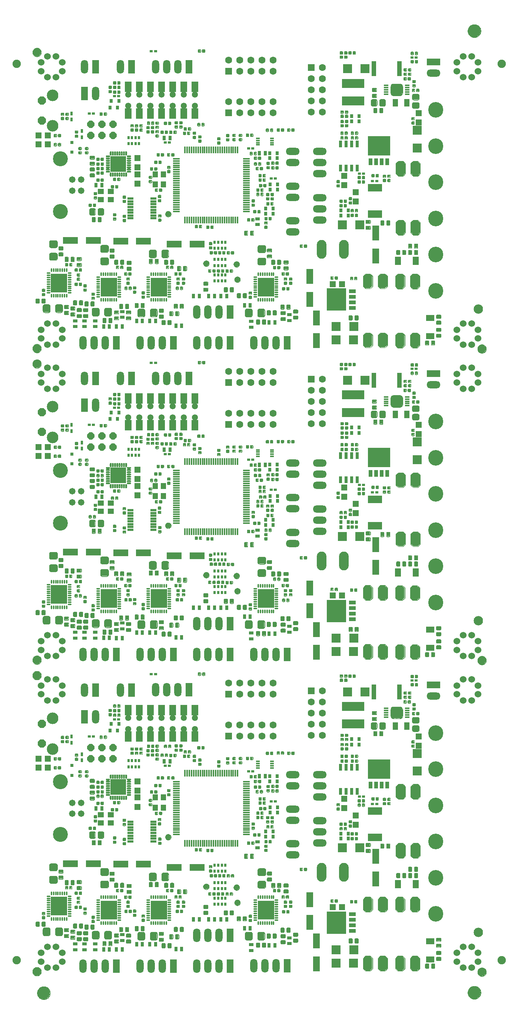
<source format=gbr>
G04 Generated on UCAM*
%FSLAX25Y25*%
%MOIN*%
%IPPOS*%
%ADD10C,0.06000*%
%ADD11C,0.03000*%
%ADD12C,0.08400*%
%ADD13C,0.06310*%
%ADD14R,0.04600X0.01300*%
%ADD15R,0.05300X0.01700*%
%ADD16C,0.00100*%
%ADD17C,0.00200*%
%ADD18C,0.00400*%
%ADD19C,0.00800*%
%ADD20C,0.01600*%
%ADD21R,0.08300X0.08300*%
%ADD22R,0.07490X0.05830*%
%ADD23R,0.03040X0.03860*%
%ADD24R,0.03860X0.03040*%
%ADD25R,0.06310X0.09570*%
%ADD26R,0.14570X0.16540*%
%ADD27O,0.01380X0.03750*%
%ADD28O,0.03750X0.01380*%
%ADD29R,0.05200X0.05200*%
%ADD30R,0.20480X0.08220*%
%ADD31R,0.04600X0.05600*%
%ADD32R,0.02760X0.03550*%
%ADD33R,0.02800X0.02800*%
%ADD34R,0.13000X0.06700*%
%ADD35R,0.02400X0.03200*%
%ADD36R,0.05600X0.04600*%
%ADD37R,0.05830X0.07490*%
%ADD38R,0.02800X0.06400*%
%ADD39R,0.06260X0.01460*%
%ADD40R,0.01460X0.06260*%
%ADD41R,0.05400X0.01900*%
%ADD42R,0.14100X0.14100*%
%ADD43R,0.03940X0.13390*%
%ADD44R,0.02400X0.03000*%
%ADD45R,0.02570X0.02370*%
%ADD46R,0.13790X0.05910*%
%ADD47R,0.04730X0.07090*%
%ADD48R,0.05910X0.13790*%
%ADD49R,0.03410X0.01440*%
%ADD50R,0.06000X0.03200*%
%ADD51R,0.17400X0.20100*%
%ADD52R,0.20100X0.17400*%
%ADD53R,0.03200X0.06000*%
%ADD54R,0.04280X0.01440*%
%ADD55C,0.05440*%
%ADD56R,0.06400X0.12400*%
%ADD57O,0.06400X0.12400*%
%ADD58O,0.12400X0.06400*%
%ADD59R,0.12400X0.06400*%
%AMBOXS*
$10=$1/2*$11=$2/2*$12=$10-$3*$13=$11-$4*
4,1-$6,8,0-$12,$11,$12,$11,$10,$13,$10,0-$13,$12,0-$11,0-$12,0-$11,0-$10,0-$13,0-$10,$13,0-$12,$11,$5*%
%ADD60BOXS,0.07400X0.07400X0.02167X0.02167X45.00X0*%
%ADD61C,0.10400*%
%ADD62C,0.05800*%
%ADD63C,0.13450*%
%ADD64BOXS,0.06596X0.06596X0.01932X0.01932X45.00X0*%
%ADD65O,0.08650X0.16900*%
%ADD66O,0.13400X0.14000*%
%ADD67R,0.06310X0.06310*%
%ADD68C,0.02600*%
%ADD69C,0.07500*%
%SRX1Y1I0.00000J0.00000*%
%LN25543_csmask*%
%LPD*%
D10*
X141730Y128350D03*
X133860D03*
X128350Y133860D03*
Y141730D03*
X133860Y147240D03*
X141730D03*
X147240Y141730D03*
Y133860D03*
X141730Y368500D03*
X133860D03*
X128350Y374020D03*
Y381890D03*
X133860Y387400D03*
X141730D03*
X147240Y381890D03*
Y374020D03*
X515750Y368500D03*
X507870D03*
X502360Y374020D03*
Y381890D03*
X507870Y387400D03*
X515750D03*
X521260Y381890D03*
Y374020D03*
X515750Y128350D03*
X507870D03*
X502360Y133860D03*
Y141730D03*
X507870Y147240D03*
X515750D03*
X521260Y141730D03*
Y133860D03*
X141730Y408270D03*
X133860D03*
X128350Y413780D03*
Y421650D03*
X133860Y427170D03*
X141730D03*
X147240Y421650D03*
Y413780D03*
X141730Y648430D03*
X133860D03*
X128350Y653940D03*
Y661810D03*
X133860Y667320D03*
X141730D03*
X147240Y661810D03*
Y653940D03*
X515750Y648430D03*
X507870D03*
X502360Y653940D03*
Y661810D03*
X507870Y667320D03*
X515750D03*
X521260Y661810D03*
Y653940D03*
X515750Y408270D03*
X507870D03*
X502360Y413780D03*
Y421650D03*
X507870Y427170D03*
X515750D03*
X521260Y421650D03*
Y413780D03*
X141730Y688190D03*
X133860D03*
X128350Y693700D03*
Y701570D03*
X133860Y707090D03*
X141730D03*
X147240Y701570D03*
Y693700D03*
X141730Y928350D03*
X133860D03*
X128350Y933860D03*
Y941730D03*
X133860Y947240D03*
X141730D03*
X147240Y941730D03*
Y933860D03*
X515750Y928350D03*
X507870D03*
X502360Y933860D03*
Y941730D03*
X507870Y947240D03*
X515750D03*
X521260Y941730D03*
Y933860D03*
X515750Y688190D03*
X507870D03*
X502360Y693700D03*
Y701570D03*
X507870Y707090D03*
X515750D03*
X521260Y701570D03*
Y693700D03*
D11*
X326250Y186590D03*
X334920Y173590D03*
X330590D03*
X326250D03*
X334920Y177930D03*
X330590D03*
X326250D03*
X334920Y182260D03*
X330590D03*
X326250D03*
X334920Y186590D03*
X330590D03*
X234190D03*
X238520D03*
X229850Y182260D03*
X234190D03*
X238520D03*
X229850Y177930D03*
X234190D03*
X238520D03*
X229850Y173590D03*
X234190D03*
X238520D03*
X229850Y186590D03*
X184850D03*
X193520Y173590D03*
X189180D03*
X184850D03*
X193520Y177930D03*
X189180D03*
X184850D03*
X193520Y182260D03*
X189180D03*
X184850D03*
X193520Y186590D03*
X189180D03*
X144450Y190190D03*
X148780D03*
X140120Y185860D03*
X144450D03*
X148780D03*
X140120Y181530D03*
X144450D03*
X148780D03*
X140120Y177190D03*
X144450D03*
X148780D03*
X140120Y190190D03*
X201430Y294430D03*
Y290690D03*
Y286940D03*
X197690D03*
X193940Y286850D03*
X193960Y290690D03*
X193920Y294460D03*
X197690Y294430D03*
Y290690D03*
X399770Y172850D03*
Y176850D03*
X395770D03*
Y172850D03*
X391770D03*
Y176850D03*
X387770D03*
Y172850D03*
Y164850D03*
Y160850D03*
X391770D03*
Y164850D03*
X395770D03*
Y160850D03*
X399770D03*
Y164850D03*
Y168850D03*
X395770D03*
X387770D03*
X391770D03*
X432300Y308960D03*
Y312960D03*
Y304960D03*
Y300960D03*
X428300D03*
X424300D03*
Y304960D03*
X428300D03*
Y308960D03*
X424300D03*
Y312960D03*
X428300D03*
X436300D03*
X440300D03*
Y308960D03*
X436300D03*
Y304960D03*
X440300D03*
Y300960D03*
X436300D03*
X326250Y466510D03*
X334920Y453520D03*
X330590D03*
X326250D03*
X334920Y457850D03*
X330590D03*
X326250D03*
X334920Y462180D03*
X330590D03*
X326250D03*
X334920Y466510D03*
X330590D03*
X234190D03*
X238520D03*
X229850Y462180D03*
X234190D03*
X238520D03*
X229850Y457850D03*
X234190D03*
X238520D03*
X229850Y453520D03*
X234190D03*
X238520D03*
X229850Y466510D03*
X184850D03*
X193520Y453520D03*
X189180D03*
X184850D03*
X193520Y457850D03*
X189180D03*
X184850D03*
X193520Y462180D03*
X189180D03*
X184850D03*
X193520Y466510D03*
X189180D03*
X144450Y470110D03*
X148780D03*
X140120Y465780D03*
X144450D03*
X148780D03*
X140120Y461450D03*
X144450D03*
X148780D03*
X140120Y457120D03*
X144450D03*
X148780D03*
X140120Y470110D03*
X201430Y574350D03*
Y570610D03*
Y566870D03*
X197690D03*
X193940Y566770D03*
X193960Y570610D03*
X193920Y574380D03*
X197690Y574350D03*
Y570610D03*
X399770Y452770D03*
Y456770D03*
X395770D03*
Y452770D03*
X391770D03*
Y456770D03*
X387770D03*
Y452770D03*
Y444770D03*
Y440770D03*
X391770D03*
Y444770D03*
X395770D03*
Y440770D03*
X399770D03*
Y444770D03*
Y448770D03*
X395770D03*
X387770D03*
X391770D03*
X432300Y588880D03*
Y592880D03*
Y584880D03*
Y580880D03*
X428300D03*
X424300D03*
Y584880D03*
X428300D03*
Y588880D03*
X424300D03*
Y592880D03*
X428300D03*
X436300D03*
X440300D03*
Y588880D03*
X436300D03*
Y584880D03*
X440300D03*
Y580880D03*
X436300D03*
X326250Y746430D03*
X334920Y733440D03*
X330590D03*
X326250D03*
X334920Y737770D03*
X330590D03*
X326250D03*
X334920Y742100D03*
X330590D03*
X326250D03*
X334920Y746430D03*
X330590D03*
X234190D03*
X238520D03*
X229850Y742100D03*
X234190D03*
X238520D03*
X229850Y737770D03*
X234190D03*
X238520D03*
X229850Y733440D03*
X234190D03*
X238520D03*
X229850Y746430D03*
X184850D03*
X193520Y733440D03*
X189180D03*
X184850D03*
X193520Y737770D03*
X189180D03*
X184850D03*
X193520Y742100D03*
X189180D03*
X184850D03*
X193520Y746430D03*
X189180D03*
X144450Y750030D03*
X148780D03*
X140120Y745700D03*
X144450D03*
X148780D03*
X140120Y741370D03*
X144450D03*
X148780D03*
X140120Y737040D03*
X144450D03*
X148780D03*
X140120Y750030D03*
X201430Y854270D03*
Y850530D03*
Y846790D03*
X197690D03*
X193940Y846690D03*
X193960Y850530D03*
X193920Y854300D03*
X197690Y854270D03*
Y850530D03*
X399770Y732700D03*
Y736700D03*
X395770D03*
Y732700D03*
X391770D03*
Y736700D03*
X387770D03*
Y732700D03*
Y724700D03*
Y720700D03*
X391770D03*
Y724700D03*
X395770D03*
Y720700D03*
X399770D03*
Y724700D03*
Y728700D03*
X395770D03*
X387770D03*
X391770D03*
X432300Y868800D03*
Y872800D03*
Y864800D03*
Y860800D03*
X428300D03*
X424300D03*
Y864800D03*
X428300D03*
Y868800D03*
X424300D03*
Y872800D03*
X428300D03*
X436300D03*
X440300D03*
Y868800D03*
X436300D03*
Y864800D03*
X440300D03*
Y860800D03*
X436300D03*
D12*
X521750Y160240D03*
Y440160D03*
Y720080D03*
D13*
X381350Y377260D03*
Y367260D03*
Y357260D03*
Y347260D03*
Y337260D03*
Y657180D03*
Y647180D03*
Y637180D03*
Y627180D03*
Y617180D03*
Y937100D03*
Y927100D03*
Y917100D03*
Y907100D03*
Y897100D03*
X297080Y384090D03*
X307080Y374080D03*
Y384090D03*
X317090Y374080D03*
Y384090D03*
X327080Y374080D03*
Y384090D03*
X337090Y374080D03*
Y384090D03*
X297080Y346590D03*
X307080Y336580D03*
Y346590D03*
X317090Y336580D03*
Y346590D03*
X327080Y336580D03*
Y346590D03*
X337090Y336580D03*
Y346590D03*
X371350Y337260D03*
Y347260D03*
Y357260D03*
Y367260D03*
X297080Y664010D03*
X307080Y654010D03*
Y664010D03*
X317090Y654010D03*
Y664010D03*
X327080Y654010D03*
Y664010D03*
X337090Y654010D03*
Y664010D03*
X297080Y626510D03*
X307080Y616510D03*
Y626510D03*
X317090Y616510D03*
Y626510D03*
X327080Y616510D03*
Y626510D03*
X337090Y616510D03*
Y626510D03*
X371350Y617180D03*
Y627180D03*
Y637180D03*
Y647180D03*
X297080Y943930D03*
X307080Y933930D03*
Y943930D03*
X317090Y933930D03*
Y943930D03*
X327080Y933930D03*
Y943930D03*
X337090Y933930D03*
Y943930D03*
X297080Y906430D03*
X307080Y896430D03*
Y906430D03*
X317090Y896430D03*
Y906430D03*
X327080Y896430D03*
Y906430D03*
X337090Y896430D03*
Y906430D03*
X371350Y897100D03*
Y907100D03*
Y917100D03*
Y927100D03*
D14*
X229100Y259440D03*
Y256940D03*
Y254440D03*
Y251940D03*
Y249440D03*
Y246940D03*
Y244440D03*
Y241940D03*
X208700D03*
Y244440D03*
Y246940D03*
Y249440D03*
Y251940D03*
Y254440D03*
Y256940D03*
Y259440D03*
X229100Y539360D03*
Y536860D03*
Y534360D03*
Y531860D03*
Y529360D03*
Y526860D03*
Y524360D03*
Y521860D03*
X208700D03*
Y524360D03*
Y526860D03*
Y529360D03*
Y531860D03*
Y534360D03*
Y536860D03*
Y539360D03*
X229100Y819280D03*
Y816780D03*
Y814280D03*
Y811780D03*
Y809280D03*
Y806780D03*
Y804280D03*
Y801780D03*
X208700D03*
Y804280D03*
Y806780D03*
Y809280D03*
Y811780D03*
Y814280D03*
Y816780D03*
Y819280D03*
D15*
X229150Y259440D03*
Y256940D03*
Y254440D03*
Y251940D03*
Y249440D03*
Y246940D03*
Y244440D03*
Y241940D03*
X208650D03*
Y244440D03*
Y246940D03*
Y249440D03*
Y251940D03*
Y254440D03*
Y256940D03*
Y259440D03*
X229150Y539360D03*
Y536860D03*
Y534360D03*
Y531860D03*
Y529360D03*
Y526860D03*
Y524360D03*
Y521860D03*
X208650D03*
Y524360D03*
Y526860D03*
Y529360D03*
Y531860D03*
Y534360D03*
Y536860D03*
Y539360D03*
X229150Y819280D03*
Y816780D03*
Y814280D03*
Y811780D03*
Y809280D03*
Y806780D03*
Y804280D03*
Y801780D03*
X208650D03*
Y804280D03*
Y806780D03*
Y809280D03*
Y811780D03*
Y814280D03*
Y816780D03*
Y819280D03*
D16*
X124725Y105610D02*
X124750Y106153D01*
X124825Y106691*
X124950Y107221*
X125122Y107736*
X125342Y108233*
X125607Y108708*
X125914Y109156*
X126261Y109575*
X126645Y109959*
X127064Y110306*
X127512Y110613*
X127987Y110878*
X128484Y111098*
X129000Y111270*
X129529Y111395*
X130067Y111470*
X130610Y111495*
X131153Y111470*
X131691Y111395*
X132221Y111270*
X132736Y111098*
X133233Y110878*
X133708Y110613*
X134156Y110306*
X134575Y109959*
X134959Y109575*
X135306Y109156*
X135613Y108708*
X135878Y108233*
X136098Y107736*
X136270Y107221*
X136395Y106691*
X136470Y106153*
X136495Y105610*
X136470Y105067*
X136395Y104529*
X136270Y104000*
X136098Y103484*
X135878Y102987*
X135613Y102512*
X135306Y102064*
X134959Y101645*
X134575Y101261*
X134156Y100914*
X133708Y100607*
X133233Y100342*
X132736Y100122*
X132221Y99950*
X131691Y99825*
X131153Y99750*
X130610Y99725*
X130067Y99750*
X129529Y99825*
X129000Y99950*
X128484Y100122*
X127987Y100342*
X127512Y100607*
X127064Y100914*
X126645Y101261*
X126261Y101645*
X125914Y102064*
X125607Y102512*
X125342Y102987*
X125122Y103484*
X124950Y104000*
X124825Y104529*
X124750Y105067*
X124725Y105610*
X512115Y106000D02*
X512140Y106543D01*
X512215Y107081*
X512340Y107611*
X512512Y108126*
X512732Y108623*
X512997Y109098*
X513304Y109546*
X513651Y109965*
X514035Y110349*
X514454Y110696*
X514902Y111003*
X515377Y111268*
X515874Y111488*
X516390Y111660*
X516919Y111785*
X517457Y111860*
X518000Y111885*
X518543Y111860*
X519081Y111785*
X519611Y111660*
X520126Y111488*
X520623Y111268*
X521098Y111003*
X521546Y110696*
X521965Y110349*
X522349Y109965*
X522696Y109546*
X523003Y109098*
X523268Y108623*
X523488Y108126*
X523660Y107611*
X523785Y107081*
X523860Y106543*
X523885Y106000*
X523860Y105457*
X523785Y104919*
X523660Y104390*
X523488Y103874*
X523268Y103377*
X523003Y102902*
X522696Y102454*
X522349Y102035*
X521965Y101651*
X521546Y101304*
X521098Y100997*
X520623Y100732*
X520126Y100512*
X519611Y100340*
X519081Y100215*
X518543Y100140*
X518000Y100115*
X517457Y100140*
X516919Y100215*
X516390Y100340*
X515874Y100512*
X515377Y100732*
X514902Y100997*
X514454Y101304*
X514035Y101651*
X513651Y102035*
X513304Y102454*
X512997Y102902*
X512732Y103377*
X512512Y103874*
X512340Y104390*
X512215Y104919*
X512140Y105457*
X512115Y106000*
X512115Y969980D02*
X512140Y970523D01*
X512215Y971061*
X512340Y971591*
X512512Y972106*
X512732Y972603*
X512997Y973078*
X513304Y973526*
X513651Y973945*
X514035Y974329*
X514454Y974676*
X514902Y974983*
X515377Y975248*
X515874Y975468*
X516390Y975640*
X516919Y975765*
X517457Y975840*
X518000Y975865*
X518543Y975840*
X519081Y975765*
X519611Y975640*
X520126Y975468*
X520623Y975248*
X521098Y974983*
X521546Y974676*
X521965Y974329*
X522349Y973945*
X522696Y973526*
X523003Y973078*
X523268Y972603*
X523488Y972106*
X523660Y971591*
X523785Y971061*
X523860Y970523*
X523885Y969980*
X523860Y969437*
X523785Y968899*
X523660Y968370*
X523488Y967854*
X523268Y967357*
X523003Y966882*
X522696Y966434*
X522349Y966015*
X521965Y965631*
X521546Y965284*
X521098Y964977*
X520623Y964712*
X520126Y964492*
X519611Y964320*
X519081Y964195*
X518543Y964120*
X518000Y964095*
X517457Y964120*
X516919Y964195*
X516390Y964320*
X515874Y964492*
X515377Y964712*
X514902Y964977*
X514454Y965284*
X514035Y965631*
X513651Y966015*
X513304Y966434*
X512997Y966882*
X512732Y967357*
X512512Y967854*
X512340Y968370*
X512215Y968899*
X512140Y969437*
X512115Y969980*
X483665Y135543D02*
X483666Y135568D01*
X483667Y135595*
X483670Y135626*
Y137191*
X483676Y137404*
X483739Y137600*
X483854Y137771*
X484012Y137904*
X484200Y137987*
X484408Y138015*
X487172*
X487380Y137987*
X487568Y137903*
X487726Y137771*
X487841Y137600*
X487904Y137403*
X487910Y137191*
Y135629*
X487904Y135417*
X487841Y135220*
X487726Y135049*
X487568Y134917*
X487380Y134833*
X487172Y134805*
X484408*
X484214Y134829*
X484035Y134902*
X483882Y135019*
X483765Y135171*
X483691Y135349*
X483665Y135543*
X483665Y140893D02*
X483666Y140918D01*
X483667Y140945*
X483670Y140976*
Y142541*
X483676Y142754*
X483739Y142950*
X483854Y143121*
X484012Y143254*
X484200Y143337*
X484408Y143365*
X487172*
X487380Y143337*
X487568Y143253*
X487726Y143121*
X487841Y142950*
X487904Y142753*
X487910Y142541*
Y140979*
X487904Y140767*
X487841Y140570*
X487726Y140399*
X487568Y140267*
X487380Y140183*
X487172Y140155*
X484408*
X484214Y140179*
X484035Y140252*
X483882Y140369*
X483765Y140521*
X483691Y140699*
X483665Y140893*
X483665Y147343D02*
X483666Y147368D01*
X483667Y147395*
X483670Y147426*
Y148991*
X483676Y149204*
X483739Y149400*
X483854Y149571*
X484012Y149704*
X484200Y149787*
X484408Y149815*
X487172*
X487380Y149787*
X487568Y149703*
X487726Y149571*
X487841Y149400*
X487904Y149203*
X487910Y148991*
Y147429*
X487904Y147217*
X487841Y147020*
X487726Y146849*
X487568Y146717*
X487380Y146633*
X487172Y146605*
X484408*
X484214Y146629*
X484035Y146702*
X483882Y146819*
X483765Y146971*
X483691Y147149*
X483665Y147343*
X483665Y152693D02*
X483666Y152718D01*
X483667Y152745*
X483670Y152776*
Y154341*
X483676Y154554*
X483739Y154750*
X483854Y154921*
X484012Y155054*
X484200Y155137*
X484408Y155165*
X487172*
X487380Y155137*
X487568Y155053*
X487726Y154921*
X487841Y154750*
X487904Y154553*
X487910Y154341*
Y152779*
X487904Y152567*
X487841Y152370*
X487726Y152199*
X487568Y152067*
X487380Y151983*
X487172Y151955*
X484408*
X484214Y151979*
X484035Y152052*
X483882Y152169*
X483765Y152321*
X483691Y152499*
X483665Y152693*
X172055Y284993D02*
X172056Y285018D01*
X172057Y285045*
X172060Y285076*
Y286641*
X172066Y286854*
X172129Y287050*
X172244Y287221*
X172402Y287354*
X172590Y287437*
X172798Y287465*
X175562*
X175770Y287437*
X175958Y287353*
X176116Y287221*
X176231Y287050*
X176294Y286853*
X176300Y286641*
Y285079*
X176294Y284867*
X176231Y284670*
X176116Y284499*
X175958Y284367*
X175770Y284283*
X175562Y284255*
X172798*
X172604Y284279*
X172425Y284352*
X172272Y284469*
X172155Y284621*
X172081Y284799*
X172055Y284993*
X172055Y279643D02*
X172056Y279668D01*
X172057Y279695*
X172060Y279726*
Y281291*
X172066Y281504*
X172129Y281700*
X172244Y281871*
X172402Y282004*
X172590Y282087*
X172798Y282115*
X175562*
X175770Y282087*
X175958Y282003*
X176116Y281871*
X176231Y281700*
X176294Y281503*
X176300Y281291*
Y279729*
X176294Y279517*
X176231Y279320*
X176116Y279149*
X175958Y279017*
X175770Y278933*
X175562Y278905*
X172798*
X172604Y278929*
X172425Y279002*
X172272Y279119*
X172155Y279271*
X172081Y279449*
X172055Y279643*
X172065Y295493D02*
X172066Y295518D01*
X172067Y295545*
X172070Y295576*
Y297141*
X172076Y297354*
X172139Y297550*
X172254Y297721*
X172412Y297854*
X172600Y297937*
X172808Y297965*
X175572*
X175780Y297937*
X175968Y297853*
X176126Y297721*
X176241Y297550*
X176304Y297353*
X176310Y297141*
Y295579*
X176304Y295367*
X176241Y295170*
X176126Y294999*
X175968Y294867*
X175780Y294783*
X175572Y294755*
X172808*
X172614Y294779*
X172435Y294852*
X172282Y294969*
X172165Y295121*
X172091Y295299*
X172065Y295493*
X172065Y290143D02*
X172066Y290168D01*
X172067Y290195*
X172070Y290226*
Y291791*
X172076Y292004*
X172139Y292200*
X172254Y292371*
X172412Y292504*
X172600Y292587*
X172808Y292615*
X175572*
X175780Y292587*
X175968Y292503*
X176126Y292371*
X176241Y292200*
X176304Y292003*
X176310Y291791*
Y290229*
X176304Y290017*
X176241Y289820*
X176126Y289649*
X175968Y289517*
X175780Y289433*
X175572Y289405*
X172808*
X172614Y289429*
X172435Y289502*
X172282Y289619*
X172165Y289771*
X172091Y289949*
X172065Y290143*
X160255Y204493D02*
X160256Y204518D01*
X160257Y204545*
X160260Y204576*
Y206141*
X160266Y206354*
X160329Y206550*
X160444Y206721*
X160602Y206854*
X160790Y206937*
X160998Y206965*
X163762*
X163970Y206937*
X164158Y206853*
X164316Y206721*
X164431Y206550*
X164494Y206353*
X164500Y206141*
Y204579*
X164494Y204367*
X164431Y204170*
X164316Y203999*
X164158Y203867*
X163970Y203783*
X163762Y203755*
X160998*
X160804Y203779*
X160625Y203852*
X160472Y203969*
X160355Y204121*
X160281Y204299*
X160255Y204493*
X160255Y199143D02*
X160256Y199168D01*
X160257Y199195*
X160260Y199226*
Y200791*
X160266Y201004*
X160329Y201200*
X160444Y201371*
X160602Y201504*
X160790Y201587*
X160998Y201615*
X163762*
X163970Y201587*
X164158Y201503*
X164316Y201371*
X164431Y201200*
X164494Y201003*
X164500Y200791*
Y199229*
X164494Y199017*
X164431Y198820*
X164316Y198649*
X164158Y198517*
X163970Y198433*
X163762Y198405*
X160998*
X160804Y198429*
X160625Y198502*
X160472Y198619*
X160355Y198771*
X160281Y198949*
X160255Y199143*
X166115Y153243D02*
X166116Y153268D01*
X166117Y153295*
X166120Y153326*
Y154891*
X166126Y155104*
X166189Y155300*
X166304Y155471*
X166462Y155604*
X166650Y155687*
X166858Y155715*
X169622*
X169830Y155687*
X170018Y155603*
X170176Y155471*
X170291Y155300*
X170354Y155103*
X170360Y154891*
Y153329*
X170354Y153117*
X170291Y152920*
X170176Y152749*
X170018Y152617*
X169830Y152533*
X169622Y152505*
X166858*
X166664Y152529*
X166485Y152602*
X166332Y152719*
X166215Y152871*
X166141Y153049*
X166115Y153243*
X166115Y158593D02*
X166116Y158618D01*
X166117Y158645*
X166120Y158676*
Y160241*
X166126Y160454*
X166189Y160650*
X166304Y160821*
X166462Y160954*
X166650Y161037*
X166858Y161065*
X169622*
X169830Y161037*
X170018Y160953*
X170176Y160821*
X170291Y160650*
X170354Y160453*
X170360Y160241*
Y158679*
X170354Y158467*
X170291Y158270*
X170176Y158099*
X170018Y157967*
X169830Y157883*
X169622Y157855*
X166858*
X166664Y157879*
X166485Y157952*
X166332Y158069*
X166215Y158221*
X166141Y158399*
X166115Y158593*
X160315Y158613D02*
X160316Y158638D01*
X160317Y158665*
X160320Y158696*
Y160261*
X160326Y160474*
X160389Y160670*
X160504Y160841*
X160662Y160974*
X160850Y161057*
X161058Y161085*
X163822*
X164030Y161057*
X164218Y160973*
X164376Y160841*
X164491Y160670*
X164554Y160473*
X164560Y160261*
Y158699*
X164554Y158487*
X164491Y158290*
X164376Y158119*
X164218Y157987*
X164030Y157903*
X163822Y157875*
X161058*
X160864Y157899*
X160685Y157972*
X160532Y158089*
X160415Y158241*
X160341Y158419*
X160315Y158613*
X160315Y153263D02*
X160316Y153288D01*
X160317Y153315*
X160320Y153346*
Y154911*
X160326Y155124*
X160389Y155320*
X160504Y155491*
X160662Y155624*
X160850Y155707*
X161058Y155735*
X163822*
X164030Y155707*
X164218Y155623*
X164376Y155491*
X164491Y155320*
X164554Y155123*
X164560Y154911*
Y153349*
X164554Y153137*
X164491Y152940*
X164376Y152769*
X164218Y152637*
X164030Y152553*
X163822Y152525*
X161058*
X160864Y152549*
X160685Y152622*
X160532Y152739*
X160415Y152891*
X160341Y153069*
X160315Y153263*
X143855Y208643D02*
X143856Y208668D01*
X143857Y208695*
X143860Y208726*
Y210291*
X143866Y210504*
X143929Y210700*
X144044Y210871*
X144202Y211004*
X144390Y211087*
X144598Y211115*
X147362*
X147570Y211087*
X147758Y211003*
X147916Y210871*
X148031Y210700*
X148094Y210503*
X148100Y210291*
Y208729*
X148094Y208517*
X148031Y208320*
X147916Y208149*
X147758Y208017*
X147570Y207933*
X147362Y207905*
X144598*
X144404Y207929*
X144225Y208002*
X144072Y208119*
X143955Y208271*
X143881Y208449*
X143855Y208643*
X143855Y213993D02*
X143856Y214018D01*
X143857Y214045*
X143860Y214076*
Y215641*
X143866Y215854*
X143929Y216050*
X144044Y216221*
X144202Y216354*
X144390Y216437*
X144598Y216465*
X147362*
X147570Y216437*
X147758Y216353*
X147916Y216221*
X148031Y216050*
X148094Y215853*
X148100Y215641*
Y214079*
X148094Y213867*
X148031Y213670*
X147916Y213499*
X147758Y213367*
X147570Y213283*
X147362Y213255*
X144598*
X144404Y213279*
X144225Y213352*
X144072Y213469*
X143955Y213621*
X143881Y213799*
X143855Y213993*
X154555Y159993D02*
X154556Y160018D01*
X154557Y160045*
X154560Y160076*
Y161641*
X154566Y161854*
X154629Y162050*
X154744Y162221*
X154902Y162354*
X155090Y162437*
X155298Y162465*
X158062*
X158270Y162437*
X158458Y162353*
X158616Y162221*
X158731Y162050*
X158794Y161853*
X158800Y161641*
Y160079*
X158794Y159867*
X158731Y159670*
X158616Y159499*
X158458Y159367*
X158270Y159283*
X158062Y159255*
X155298*
X155104Y159279*
X154925Y159352*
X154772Y159469*
X154655Y159621*
X154581Y159799*
X154555Y159993*
X154555Y154643D02*
X154556Y154668D01*
X154557Y154695*
X154560Y154726*
Y156291*
X154566Y156504*
X154629Y156700*
X154744Y156871*
X154902Y157004*
X155090Y157087*
X155298Y157115*
X158062*
X158270Y157087*
X158458Y157003*
X158616Y156871*
X158731Y156700*
X158794Y156503*
X158800Y156291*
Y154729*
X158794Y154517*
X158731Y154320*
X158616Y154149*
X158458Y154017*
X158270Y153933*
X158062Y153905*
X155298*
X155104Y153929*
X154925Y154002*
X154772Y154119*
X154655Y154271*
X154581Y154449*
X154555Y154643*
X148865Y156043D02*
X148866Y156068D01*
X148867Y156095*
X148870Y156126*
Y157691*
X148876Y157904*
X148939Y158100*
X149054Y158271*
X149212Y158404*
X149400Y158487*
X149608Y158515*
X152372*
X152580Y158487*
X152768Y158403*
X152926Y158271*
X153041Y158100*
X153104Y157903*
X153110Y157691*
Y156129*
X153104Y155917*
X153041Y155720*
X152926Y155549*
X152768Y155417*
X152580Y155333*
X152372Y155305*
X149608*
X149414Y155329*
X149235Y155402*
X149082Y155519*
X148965Y155671*
X148891Y155849*
X148865Y156043*
X148865Y161393D02*
X148866Y161418D01*
X148867Y161445*
X148870Y161476*
Y163041*
X148876Y163254*
X148939Y163450*
X149054Y163621*
X149212Y163754*
X149400Y163837*
X149608Y163865*
X152372*
X152580Y163837*
X152768Y163753*
X152926Y163621*
X153041Y163450*
X153104Y163253*
X153110Y163041*
Y161479*
X153104Y161267*
X153041Y161070*
X152926Y160899*
X152768Y160767*
X152580Y160683*
X152372Y160655*
X149608*
X149414Y160679*
X149235Y160752*
X149082Y160869*
X148965Y161021*
X148891Y161199*
X148865Y161393*
X425865Y356393D02*
X425866Y356418D01*
X425867Y356445*
X425870Y356476*
Y358041*
X425876Y358254*
X425939Y358450*
X426054Y358621*
X426212Y358754*
X426400Y358837*
X426608Y358865*
X429372*
X429580Y358837*
X429768Y358753*
X429926Y358621*
X430041Y358450*
X430104Y358253*
X430110Y358041*
Y356479*
X430104Y356267*
X430041Y356070*
X429926Y355899*
X429768Y355767*
X429580Y355683*
X429372Y355655*
X426608*
X426414Y355679*
X426235Y355752*
X426082Y355869*
X425965Y356021*
X425891Y356199*
X425865Y356393*
X425865Y351043D02*
X425866Y351068D01*
X425867Y351095*
X425870Y351126*
Y352691*
X425876Y352904*
X425939Y353100*
X426054Y353271*
X426212Y353404*
X426400Y353487*
X426608Y353515*
X429372*
X429580Y353487*
X429768Y353403*
X429926Y353271*
X430041Y353100*
X430104Y352903*
X430110Y352691*
Y351129*
X430104Y350917*
X430041Y350720*
X429926Y350549*
X429768Y350417*
X429580Y350333*
X429372Y350305*
X426608*
X426414Y350329*
X426235Y350402*
X426082Y350519*
X425965Y350671*
X425891Y350849*
X425865Y351043*
X420255Y232543D02*
X420256Y232568D01*
X420257Y232595*
X420260Y232626*
Y234191*
X420266Y234404*
X420329Y234600*
X420444Y234771*
X420602Y234904*
X420790Y234987*
X420998Y235015*
X423762*
X423970Y234987*
X424158Y234903*
X424316Y234771*
X424431Y234600*
X424494Y234403*
X424500Y234191*
Y232629*
X424494Y232417*
X424431Y232220*
X424316Y232049*
X424158Y231917*
X423970Y231833*
X423762Y231805*
X420998*
X420804Y231829*
X420625Y231902*
X420472Y232019*
X420355Y232171*
X420281Y232349*
X420255Y232543*
X420255Y237893D02*
X420256Y237918D01*
X420257Y237945*
X420260Y237976*
Y239541*
X420266Y239754*
X420329Y239950*
X420444Y240121*
X420602Y240254*
X420790Y240337*
X420998Y240365*
X423762*
X423970Y240337*
X424158Y240253*
X424316Y240121*
X424431Y239950*
X424494Y239753*
X424500Y239541*
Y237979*
X424494Y237767*
X424431Y237570*
X424316Y237399*
X424158Y237267*
X423970Y237183*
X423762Y237155*
X420998*
X420804Y237179*
X420625Y237252*
X420472Y237369*
X420355Y237521*
X420281Y237699*
X420255Y237893*
X205155Y195743D02*
X205156Y195768D01*
X205157Y195795*
X205160Y195826*
Y197391*
X205166Y197604*
X205229Y197800*
X205344Y197971*
X205502Y198104*
X205690Y198187*
X205898Y198215*
X208662*
X208870Y198187*
X209058Y198103*
X209216Y197971*
X209331Y197800*
X209394Y197603*
X209400Y197391*
Y195829*
X209394Y195617*
X209331Y195420*
X209216Y195249*
X209058Y195117*
X208870Y195033*
X208662Y195005*
X205898*
X205704Y195029*
X205525Y195102*
X205372Y195219*
X205255Y195371*
X205181Y195549*
X205155Y195743*
X205155Y201093D02*
X205156Y201118D01*
X205157Y201145*
X205160Y201176*
Y202741*
X205166Y202954*
X205229Y203150*
X205344Y203321*
X205502Y203454*
X205690Y203537*
X205898Y203565*
X208662*
X208870Y203537*
X209058Y203453*
X209216Y203321*
X209331Y203150*
X209394Y202953*
X209400Y202741*
Y201179*
X209394Y200967*
X209331Y200770*
X209216Y200599*
X209058Y200467*
X208870Y200383*
X208662Y200355*
X205898*
X205704Y200379*
X205525Y200452*
X205372Y200569*
X205255Y200721*
X205181Y200899*
X205155Y201093*
X204685Y156523D02*
X204686Y156548D01*
X204687Y156575*
X204690Y156606*
Y158171*
X204696Y158384*
X204759Y158580*
X204874Y158751*
X205032Y158884*
X205220Y158967*
X205428Y158995*
X208192*
X208400Y158967*
X208588Y158883*
X208746Y158751*
X208861Y158580*
X208924Y158383*
X208930Y158171*
Y156609*
X208924Y156397*
X208861Y156200*
X208746Y156029*
X208588Y155897*
X208400Y155813*
X208192Y155785*
X205428*
X205234Y155809*
X205055Y155882*
X204902Y155999*
X204785Y156151*
X204711Y156329*
X204685Y156523*
X204685Y151163D02*
X204686Y151188D01*
X204687Y151215*
X204690Y151246*
Y152811*
X204696Y153024*
X204759Y153220*
X204874Y153391*
X205032Y153524*
X205220Y153607*
X205428Y153635*
X208192*
X208400Y153607*
X208588Y153523*
X208746Y153391*
X208861Y153220*
X208924Y153023*
X208930Y152811*
Y151249*
X208924Y151037*
X208861Y150840*
X208746Y150669*
X208588Y150537*
X208400Y150453*
X208192Y150425*
X205428*
X205234Y150449*
X205055Y150522*
X204902Y150639*
X204785Y150791*
X204711Y150969*
X204685Y151163*
X189855Y206743D02*
X189856Y206768D01*
X189857Y206795*
X189860Y206826*
Y208391*
X189866Y208604*
X189929Y208800*
X190044Y208971*
X190202Y209104*
X190390Y209187*
X190598Y209215*
X193362*
X193570Y209187*
X193758Y209103*
X193916Y208971*
X194031Y208800*
X194094Y208603*
X194100Y208391*
Y206829*
X194094Y206617*
X194031Y206420*
X193916Y206249*
X193758Y206117*
X193570Y206033*
X193362Y206005*
X190598*
X190404Y206029*
X190225Y206102*
X190072Y206219*
X189955Y206371*
X189881Y206549*
X189855Y206743*
X189855Y212093D02*
X189856Y212118D01*
X189857Y212145*
X189860Y212176*
Y213741*
X189866Y213954*
X189929Y214150*
X190044Y214321*
X190202Y214454*
X190390Y214537*
X190598Y214565*
X193362*
X193570Y214537*
X193758Y214453*
X193916Y214321*
X194031Y214150*
X194094Y213953*
X194100Y213741*
Y212179*
X194094Y211967*
X194031Y211770*
X193916Y211599*
X193758Y211467*
X193570Y211383*
X193362Y211355*
X190598*
X190404Y211379*
X190225Y211452*
X190072Y211569*
X189955Y211721*
X189881Y211899*
X189855Y212093*
X193885Y156523D02*
X193886Y156548D01*
X193887Y156575*
X193890Y156606*
Y158171*
X193896Y158384*
X193959Y158580*
X194074Y158751*
X194232Y158884*
X194420Y158967*
X194628Y158995*
X197392*
X197600Y158967*
X197788Y158883*
X197946Y158751*
X198061Y158580*
X198124Y158383*
X198130Y158171*
Y156609*
X198124Y156397*
X198061Y156200*
X197946Y156029*
X197788Y155897*
X197600Y155813*
X197392Y155785*
X194628*
X194434Y155809*
X194255Y155882*
X194102Y155999*
X193985Y156151*
X193911Y156329*
X193885Y156523*
X193885Y151163D02*
X193886Y151188D01*
X193887Y151215*
X193890Y151246*
Y152811*
X193896Y153024*
X193959Y153220*
X194074Y153391*
X194232Y153524*
X194420Y153607*
X194628Y153635*
X197392*
X197600Y153607*
X197788Y153523*
X197946Y153391*
X198061Y153220*
X198124Y153023*
X198130Y152811*
Y151249*
X198124Y151037*
X198061Y150840*
X197946Y150669*
X197788Y150537*
X197600Y150453*
X197392Y150425*
X194628*
X194434Y150449*
X194255Y150522*
X194102Y150639*
X193985Y150791*
X193911Y150969*
X193885Y151163*
X274165Y182293D02*
X274166Y182318D01*
X274167Y182345*
X274170Y182376*
Y183941*
X274176Y184154*
X274239Y184350*
X274354Y184521*
X274512Y184654*
X274700Y184737*
X274908Y184765*
X277672*
X277880Y184737*
X278068Y184653*
X278226Y184521*
X278341Y184350*
X278404Y184153*
X278410Y183941*
Y182379*
X278404Y182167*
X278341Y181970*
X278226Y181799*
X278068Y181667*
X277880Y181583*
X277672Y181555*
X274908*
X274714Y181579*
X274535Y181652*
X274382Y181769*
X274265Y181921*
X274191Y182099*
X274165Y182293*
X274165Y176943D02*
X274166Y176968D01*
X274167Y176995*
X274170Y177026*
Y178591*
X274176Y178804*
X274239Y179000*
X274354Y179171*
X274512Y179304*
X274700Y179387*
X274908Y179415*
X277672*
X277880Y179387*
X278068Y179303*
X278226Y179171*
X278341Y179000*
X278404Y178803*
X278410Y178591*
Y177029*
X278404Y176817*
X278341Y176620*
X278226Y176449*
X278068Y176317*
X277880Y176233*
X277672Y176205*
X274908*
X274714Y176229*
X274535Y176302*
X274382Y176419*
X274265Y176571*
X274191Y176749*
X274165Y176943*
X234185Y158123D02*
X234186Y158148D01*
X234187Y158175*
X234190Y158206*
Y159771*
X234196Y159984*
X234259Y160180*
X234374Y160351*
X234532Y160484*
X234720Y160567*
X234928Y160595*
X237692*
X237900Y160567*
X238088Y160483*
X238246Y160351*
X238361Y160180*
X238424Y159983*
X238430Y159771*
Y158209*
X238424Y157997*
X238361Y157800*
X238246Y157629*
X238088Y157497*
X237900Y157413*
X237692Y157385*
X234928*
X234734Y157409*
X234555Y157482*
X234402Y157599*
X234285Y157751*
X234211Y157929*
X234185Y158123*
X234185Y152763D02*
X234186Y152788D01*
X234187Y152815*
X234190Y152846*
Y154411*
X234196Y154624*
X234259Y154820*
X234374Y154991*
X234532Y155124*
X234720Y155207*
X234928Y155235*
X237692*
X237900Y155207*
X238088Y155123*
X238246Y154991*
X238361Y154820*
X238424Y154623*
X238430Y154411*
Y152849*
X238424Y152637*
X238361Y152440*
X238246Y152269*
X238088Y152137*
X237900Y152053*
X237692Y152025*
X234928*
X234734Y152049*
X234555Y152122*
X234402Y152239*
X234285Y152391*
X234211Y152569*
X234185Y152763*
X346355Y196143D02*
X346356Y196168D01*
X346357Y196195*
X346360Y196226*
Y197791*
X346366Y198004*
X346429Y198200*
X346544Y198371*
X346702Y198504*
X346890Y198587*
X347098Y198615*
X349862*
X350070Y198587*
X350258Y198503*
X350416Y198371*
X350531Y198200*
X350594Y198003*
X350600Y197791*
Y196229*
X350594Y196017*
X350531Y195820*
X350416Y195649*
X350258Y195517*
X350070Y195433*
X349862Y195405*
X347098*
X346904Y195429*
X346725Y195502*
X346572Y195619*
X346455Y195771*
X346381Y195949*
X346355Y196143*
X346355Y201493D02*
X346356Y201518D01*
X346357Y201545*
X346360Y201576*
Y203141*
X346366Y203354*
X346429Y203550*
X346544Y203721*
X346702Y203854*
X346890Y203937*
X347098Y203965*
X349862*
X350070Y203937*
X350258Y203853*
X350416Y203721*
X350531Y203550*
X350594Y203353*
X350600Y203141*
Y201579*
X350594Y201367*
X350531Y201170*
X350416Y200999*
X350258Y200867*
X350070Y200783*
X349862Y200755*
X347098*
X346904Y200779*
X346725Y200852*
X346572Y200969*
X346455Y201121*
X346381Y201299*
X346355Y201493*
X354955Y151943D02*
X354956Y151968D01*
X354957Y151995*
X354960Y152026*
Y153591*
X354966Y153804*
X355029Y154000*
X355144Y154171*
X355302Y154304*
X355490Y154387*
X355698Y154415*
X358462*
X358670Y154387*
X358858Y154303*
X359016Y154171*
X359131Y154000*
X359194Y153803*
X359200Y153591*
Y152029*
X359194Y151817*
X359131Y151620*
X359016Y151449*
X358858Y151317*
X358670Y151233*
X358462Y151205*
X355698*
X355504Y151229*
X355325Y151302*
X355172Y151419*
X355055Y151571*
X354981Y151749*
X354955Y151943*
X354955Y157293D02*
X354956Y157318D01*
X354957Y157345*
X354960Y157376*
Y158941*
X354966Y159154*
X355029Y159350*
X355144Y159521*
X355302Y159654*
X355490Y159737*
X355698Y159765*
X358462*
X358670Y159737*
X358858Y159653*
X359016Y159521*
X359131Y159350*
X359194Y159153*
X359200Y158941*
Y157379*
X359194Y157167*
X359131Y156970*
X359016Y156799*
X358858Y156667*
X358670Y156583*
X358462Y156555*
X355698*
X355504Y156579*
X355325Y156652*
X355172Y156769*
X355055Y156921*
X354981Y157099*
X354955Y157293*
X343755Y150563D02*
X343756Y150588D01*
X343757Y150615*
X343760Y150646*
Y152211*
X343766Y152424*
X343829Y152620*
X343944Y152791*
X344102Y152924*
X344290Y153007*
X344498Y153035*
X347262*
X347470Y153007*
X347658Y152923*
X347816Y152791*
X347931Y152620*
X347994Y152423*
X348000Y152211*
Y150649*
X347994Y150437*
X347931Y150240*
X347816Y150069*
X347658Y149937*
X347470Y149853*
X347262Y149825*
X344498*
X344304Y149849*
X344125Y149922*
X343972Y150039*
X343855Y150191*
X343781Y150369*
X343755Y150563*
X343755Y155913D02*
X343756Y155938D01*
X343757Y155965*
X343760Y155996*
Y157561*
X343766Y157774*
X343829Y157970*
X343944Y158141*
X344102Y158274*
X344290Y158357*
X344498Y158385*
X347262*
X347470Y158357*
X347658Y158273*
X347816Y158141*
X347931Y157970*
X347994Y157773*
X348000Y157561*
Y155999*
X347994Y155787*
X347931Y155590*
X347816Y155419*
X347658Y155287*
X347470Y155203*
X347262Y155175*
X344498*
X344304Y155199*
X344125Y155272*
X343972Y155389*
X343855Y155541*
X343781Y155719*
X343755Y155913*
X331465Y206843D02*
X331466Y206868D01*
X331467Y206895*
X331470Y206926*
Y208491*
X331476Y208704*
X331539Y208900*
X331654Y209071*
X331812Y209204*
X332000Y209287*
X332208Y209315*
X334972*
X335180Y209287*
X335368Y209203*
X335526Y209071*
X335641Y208900*
X335704Y208703*
X335710Y208491*
Y206929*
X335704Y206717*
X335641Y206520*
X335526Y206349*
X335368Y206217*
X335180Y206133*
X334972Y206105*
X332208*
X332014Y206129*
X331835Y206202*
X331682Y206319*
X331565Y206471*
X331491Y206649*
X331465Y206843*
X331465Y212193D02*
X331466Y212218D01*
X331467Y212245*
X331470Y212276*
Y213841*
X331476Y214054*
X331539Y214250*
X331654Y214421*
X331812Y214554*
X332000Y214637*
X332208Y214665*
X334972*
X335180Y214637*
X335368Y214553*
X335526Y214421*
X335641Y214250*
X335704Y214053*
X335710Y213841*
Y212279*
X335704Y212067*
X335641Y211870*
X335526Y211699*
X335368Y211567*
X335180Y211483*
X334972Y211455*
X332208*
X332014Y211479*
X331835Y211552*
X331682Y211669*
X331565Y211821*
X331491Y211999*
X331465Y212193*
X483665Y415463D02*
X483666Y415488D01*
X483667Y415515*
X483670Y415546*
Y417111*
X483676Y417324*
X483739Y417520*
X483854Y417691*
X484012Y417824*
X484200Y417907*
X484408Y417935*
X487172*
X487380Y417907*
X487568Y417823*
X487726Y417691*
X487841Y417520*
X487904Y417323*
X487910Y417111*
Y415549*
X487904Y415337*
X487841Y415140*
X487726Y414969*
X487568Y414837*
X487380Y414753*
X487172Y414725*
X484408*
X484214Y414749*
X484035Y414822*
X483882Y414939*
X483765Y415091*
X483691Y415269*
X483665Y415463*
X483665Y420813D02*
X483666Y420838D01*
X483667Y420865*
X483670Y420896*
Y422461*
X483676Y422674*
X483739Y422870*
X483854Y423041*
X484012Y423174*
X484200Y423257*
X484408Y423285*
X487172*
X487380Y423257*
X487568Y423173*
X487726Y423041*
X487841Y422870*
X487904Y422673*
X487910Y422461*
Y420899*
X487904Y420687*
X487841Y420490*
X487726Y420319*
X487568Y420187*
X487380Y420103*
X487172Y420075*
X484408*
X484214Y420099*
X484035Y420172*
X483882Y420289*
X483765Y420441*
X483691Y420619*
X483665Y420813*
X483665Y427263D02*
X483666Y427288D01*
X483667Y427315*
X483670Y427346*
Y428911*
X483676Y429124*
X483739Y429320*
X483854Y429491*
X484012Y429624*
X484200Y429707*
X484408Y429735*
X487172*
X487380Y429707*
X487568Y429623*
X487726Y429491*
X487841Y429320*
X487904Y429123*
X487910Y428911*
Y427349*
X487904Y427137*
X487841Y426940*
X487726Y426769*
X487568Y426637*
X487380Y426553*
X487172Y426525*
X484408*
X484214Y426549*
X484035Y426622*
X483882Y426739*
X483765Y426891*
X483691Y427069*
X483665Y427263*
X483665Y432613D02*
X483666Y432638D01*
X483667Y432665*
X483670Y432696*
Y434261*
X483676Y434474*
X483739Y434670*
X483854Y434841*
X484012Y434974*
X484200Y435057*
X484408Y435085*
X487172*
X487380Y435057*
X487568Y434973*
X487726Y434841*
X487841Y434670*
X487904Y434473*
X487910Y434261*
Y432699*
X487904Y432487*
X487841Y432290*
X487726Y432119*
X487568Y431987*
X487380Y431903*
X487172Y431875*
X484408*
X484214Y431899*
X484035Y431972*
X483882Y432089*
X483765Y432241*
X483691Y432419*
X483665Y432613*
X172055Y564913D02*
X172056Y564938D01*
X172057Y564965*
X172060Y564996*
Y566561*
X172066Y566774*
X172129Y566970*
X172244Y567141*
X172402Y567274*
X172590Y567357*
X172798Y567385*
X175562*
X175770Y567357*
X175958Y567273*
X176116Y567141*
X176231Y566970*
X176294Y566773*
X176300Y566561*
Y564999*
X176294Y564787*
X176231Y564590*
X176116Y564419*
X175958Y564287*
X175770Y564203*
X175562Y564175*
X172798*
X172604Y564199*
X172425Y564272*
X172272Y564389*
X172155Y564541*
X172081Y564719*
X172055Y564913*
X172055Y559563D02*
X172056Y559588D01*
X172057Y559615*
X172060Y559646*
Y561211*
X172066Y561424*
X172129Y561620*
X172244Y561791*
X172402Y561924*
X172590Y562007*
X172798Y562035*
X175562*
X175770Y562007*
X175958Y561923*
X176116Y561791*
X176231Y561620*
X176294Y561423*
X176300Y561211*
Y559649*
X176294Y559437*
X176231Y559240*
X176116Y559069*
X175958Y558937*
X175770Y558853*
X175562Y558825*
X172798*
X172604Y558849*
X172425Y558922*
X172272Y559039*
X172155Y559191*
X172081Y559369*
X172055Y559563*
X172065Y575413D02*
X172066Y575438D01*
X172067Y575465*
X172070Y575496*
Y577061*
X172076Y577274*
X172139Y577470*
X172254Y577641*
X172412Y577774*
X172600Y577857*
X172808Y577885*
X175572*
X175780Y577857*
X175968Y577773*
X176126Y577641*
X176241Y577470*
X176304Y577273*
X176310Y577061*
Y575499*
X176304Y575287*
X176241Y575090*
X176126Y574919*
X175968Y574787*
X175780Y574703*
X175572Y574675*
X172808*
X172614Y574699*
X172435Y574772*
X172282Y574889*
X172165Y575041*
X172091Y575219*
X172065Y575413*
X172065Y570063D02*
X172066Y570088D01*
X172067Y570115*
X172070Y570146*
Y571711*
X172076Y571924*
X172139Y572120*
X172254Y572291*
X172412Y572424*
X172600Y572507*
X172808Y572535*
X175572*
X175780Y572507*
X175968Y572423*
X176126Y572291*
X176241Y572120*
X176304Y571923*
X176310Y571711*
Y570149*
X176304Y569937*
X176241Y569740*
X176126Y569569*
X175968Y569437*
X175780Y569353*
X175572Y569325*
X172808*
X172614Y569349*
X172435Y569422*
X172282Y569539*
X172165Y569691*
X172091Y569869*
X172065Y570063*
X160255Y484413D02*
X160256Y484438D01*
X160257Y484465*
X160260Y484496*
Y486061*
X160266Y486274*
X160329Y486470*
X160444Y486641*
X160602Y486774*
X160790Y486857*
X160998Y486885*
X163762*
X163970Y486857*
X164158Y486773*
X164316Y486641*
X164431Y486470*
X164494Y486273*
X164500Y486061*
Y484499*
X164494Y484287*
X164431Y484090*
X164316Y483919*
X164158Y483787*
X163970Y483703*
X163762Y483675*
X160998*
X160804Y483699*
X160625Y483772*
X160472Y483889*
X160355Y484041*
X160281Y484219*
X160255Y484413*
X160255Y479063D02*
X160256Y479088D01*
X160257Y479115*
X160260Y479146*
Y480711*
X160266Y480924*
X160329Y481120*
X160444Y481291*
X160602Y481424*
X160790Y481507*
X160998Y481535*
X163762*
X163970Y481507*
X164158Y481423*
X164316Y481291*
X164431Y481120*
X164494Y480923*
X164500Y480711*
Y479149*
X164494Y478937*
X164431Y478740*
X164316Y478569*
X164158Y478437*
X163970Y478353*
X163762Y478325*
X160998*
X160804Y478349*
X160625Y478422*
X160472Y478539*
X160355Y478691*
X160281Y478869*
X160255Y479063*
X166115Y433163D02*
X166116Y433188D01*
X166117Y433215*
X166120Y433246*
Y434811*
X166126Y435024*
X166189Y435220*
X166304Y435391*
X166462Y435524*
X166650Y435607*
X166858Y435635*
X169622*
X169830Y435607*
X170018Y435523*
X170176Y435391*
X170291Y435220*
X170354Y435023*
X170360Y434811*
Y433249*
X170354Y433037*
X170291Y432840*
X170176Y432669*
X170018Y432537*
X169830Y432453*
X169622Y432425*
X166858*
X166664Y432449*
X166485Y432522*
X166332Y432639*
X166215Y432791*
X166141Y432969*
X166115Y433163*
X166115Y438513D02*
X166116Y438538D01*
X166117Y438565*
X166120Y438596*
Y440161*
X166126Y440374*
X166189Y440570*
X166304Y440741*
X166462Y440874*
X166650Y440957*
X166858Y440985*
X169622*
X169830Y440957*
X170018Y440873*
X170176Y440741*
X170291Y440570*
X170354Y440373*
X170360Y440161*
Y438599*
X170354Y438387*
X170291Y438190*
X170176Y438019*
X170018Y437887*
X169830Y437803*
X169622Y437775*
X166858*
X166664Y437799*
X166485Y437872*
X166332Y437989*
X166215Y438141*
X166141Y438319*
X166115Y438513*
X160315Y438543D02*
X160316Y438568D01*
X160317Y438595*
X160320Y438626*
Y440191*
X160326Y440404*
X160389Y440600*
X160504Y440771*
X160662Y440904*
X160850Y440987*
X161058Y441015*
X163822*
X164030Y440987*
X164218Y440903*
X164376Y440771*
X164491Y440600*
X164554Y440403*
X164560Y440191*
Y438629*
X164554Y438417*
X164491Y438220*
X164376Y438049*
X164218Y437917*
X164030Y437833*
X163822Y437805*
X161058*
X160864Y437829*
X160685Y437902*
X160532Y438019*
X160415Y438171*
X160341Y438349*
X160315Y438543*
X160315Y433183D02*
X160316Y433208D01*
X160317Y433235*
X160320Y433266*
Y434831*
X160326Y435044*
X160389Y435240*
X160504Y435411*
X160662Y435544*
X160850Y435627*
X161058Y435655*
X163822*
X164030Y435627*
X164218Y435543*
X164376Y435411*
X164491Y435240*
X164554Y435043*
X164560Y434831*
Y433269*
X164554Y433057*
X164491Y432860*
X164376Y432689*
X164218Y432557*
X164030Y432473*
X163822Y432445*
X161058*
X160864Y432469*
X160685Y432542*
X160532Y432659*
X160415Y432811*
X160341Y432989*
X160315Y433183*
X143855Y488563D02*
X143856Y488588D01*
X143857Y488615*
X143860Y488646*
Y490211*
X143866Y490424*
X143929Y490620*
X144044Y490791*
X144202Y490924*
X144390Y491007*
X144598Y491035*
X147362*
X147570Y491007*
X147758Y490923*
X147916Y490791*
X148031Y490620*
X148094Y490423*
X148100Y490211*
Y488649*
X148094Y488437*
X148031Y488240*
X147916Y488069*
X147758Y487937*
X147570Y487853*
X147362Y487825*
X144598*
X144404Y487849*
X144225Y487922*
X144072Y488039*
X143955Y488191*
X143881Y488369*
X143855Y488563*
X143855Y493913D02*
X143856Y493938D01*
X143857Y493965*
X143860Y493996*
Y495561*
X143866Y495774*
X143929Y495970*
X144044Y496141*
X144202Y496274*
X144390Y496357*
X144598Y496385*
X147362*
X147570Y496357*
X147758Y496273*
X147916Y496141*
X148031Y495970*
X148094Y495773*
X148100Y495561*
Y493999*
X148094Y493787*
X148031Y493590*
X147916Y493419*
X147758Y493287*
X147570Y493203*
X147362Y493175*
X144598*
X144404Y493199*
X144225Y493272*
X144072Y493389*
X143955Y493541*
X143881Y493719*
X143855Y493913*
X154555Y439913D02*
X154556Y439938D01*
X154557Y439965*
X154560Y439996*
Y441561*
X154566Y441774*
X154629Y441970*
X154744Y442141*
X154902Y442274*
X155090Y442357*
X155298Y442385*
X158062*
X158270Y442357*
X158458Y442273*
X158616Y442141*
X158731Y441970*
X158794Y441773*
X158800Y441561*
Y439999*
X158794Y439787*
X158731Y439590*
X158616Y439419*
X158458Y439287*
X158270Y439203*
X158062Y439175*
X155298*
X155104Y439199*
X154925Y439272*
X154772Y439389*
X154655Y439541*
X154581Y439719*
X154555Y439913*
X154555Y434563D02*
X154556Y434588D01*
X154557Y434615*
X154560Y434646*
Y436211*
X154566Y436424*
X154629Y436620*
X154744Y436791*
X154902Y436924*
X155090Y437007*
X155298Y437035*
X158062*
X158270Y437007*
X158458Y436923*
X158616Y436791*
X158731Y436620*
X158794Y436423*
X158800Y436211*
Y434649*
X158794Y434437*
X158731Y434240*
X158616Y434069*
X158458Y433937*
X158270Y433853*
X158062Y433825*
X155298*
X155104Y433849*
X154925Y433922*
X154772Y434039*
X154655Y434191*
X154581Y434369*
X154555Y434563*
X148865Y435963D02*
X148866Y435988D01*
X148867Y436015*
X148870Y436046*
Y437611*
X148876Y437824*
X148939Y438020*
X149054Y438191*
X149212Y438324*
X149400Y438407*
X149608Y438435*
X152372*
X152580Y438407*
X152768Y438323*
X152926Y438191*
X153041Y438020*
X153104Y437823*
X153110Y437611*
Y436049*
X153104Y435837*
X153041Y435640*
X152926Y435469*
X152768Y435337*
X152580Y435253*
X152372Y435225*
X149608*
X149414Y435249*
X149235Y435322*
X149082Y435439*
X148965Y435591*
X148891Y435769*
X148865Y435963*
X148865Y441313D02*
X148866Y441338D01*
X148867Y441365*
X148870Y441396*
Y442961*
X148876Y443174*
X148939Y443370*
X149054Y443541*
X149212Y443674*
X149400Y443757*
X149608Y443785*
X152372*
X152580Y443757*
X152768Y443673*
X152926Y443541*
X153041Y443370*
X153104Y443173*
X153110Y442961*
Y441399*
X153104Y441187*
X153041Y440990*
X152926Y440819*
X152768Y440687*
X152580Y440603*
X152372Y440575*
X149608*
X149414Y440599*
X149235Y440672*
X149082Y440789*
X148965Y440941*
X148891Y441119*
X148865Y441313*
X425865Y636313D02*
X425866Y636338D01*
X425867Y636365*
X425870Y636396*
Y637961*
X425876Y638174*
X425939Y638370*
X426054Y638541*
X426212Y638674*
X426400Y638757*
X426608Y638785*
X429372*
X429580Y638757*
X429768Y638673*
X429926Y638541*
X430041Y638370*
X430104Y638173*
X430110Y637961*
Y636399*
X430104Y636187*
X430041Y635990*
X429926Y635819*
X429768Y635687*
X429580Y635603*
X429372Y635575*
X426608*
X426414Y635599*
X426235Y635672*
X426082Y635789*
X425965Y635941*
X425891Y636119*
X425865Y636313*
X425865Y630963D02*
X425866Y630988D01*
X425867Y631015*
X425870Y631046*
Y632611*
X425876Y632824*
X425939Y633020*
X426054Y633191*
X426212Y633324*
X426400Y633407*
X426608Y633435*
X429372*
X429580Y633407*
X429768Y633323*
X429926Y633191*
X430041Y633020*
X430104Y632823*
X430110Y632611*
Y631049*
X430104Y630837*
X430041Y630640*
X429926Y630469*
X429768Y630337*
X429580Y630253*
X429372Y630225*
X426608*
X426414Y630249*
X426235Y630322*
X426082Y630439*
X425965Y630591*
X425891Y630769*
X425865Y630963*
X420255Y512463D02*
X420256Y512488D01*
X420257Y512515*
X420260Y512546*
Y514111*
X420266Y514324*
X420329Y514520*
X420444Y514691*
X420602Y514824*
X420790Y514907*
X420998Y514935*
X423762*
X423970Y514907*
X424158Y514823*
X424316Y514691*
X424431Y514520*
X424494Y514323*
X424500Y514111*
Y512549*
X424494Y512337*
X424431Y512140*
X424316Y511969*
X424158Y511837*
X423970Y511753*
X423762Y511725*
X420998*
X420804Y511749*
X420625Y511822*
X420472Y511939*
X420355Y512091*
X420281Y512269*
X420255Y512463*
X420255Y517813D02*
X420256Y517838D01*
X420257Y517865*
X420260Y517896*
Y519461*
X420266Y519674*
X420329Y519870*
X420444Y520041*
X420602Y520174*
X420790Y520257*
X420998Y520285*
X423762*
X423970Y520257*
X424158Y520173*
X424316Y520041*
X424431Y519870*
X424494Y519673*
X424500Y519461*
Y517899*
X424494Y517687*
X424431Y517490*
X424316Y517319*
X424158Y517187*
X423970Y517103*
X423762Y517075*
X420998*
X420804Y517099*
X420625Y517172*
X420472Y517289*
X420355Y517441*
X420281Y517619*
X420255Y517813*
X205155Y475663D02*
X205156Y475688D01*
X205157Y475715*
X205160Y475746*
Y477311*
X205166Y477524*
X205229Y477720*
X205344Y477891*
X205502Y478024*
X205690Y478107*
X205898Y478135*
X208662*
X208870Y478107*
X209058Y478023*
X209216Y477891*
X209331Y477720*
X209394Y477523*
X209400Y477311*
Y475749*
X209394Y475537*
X209331Y475340*
X209216Y475169*
X209058Y475037*
X208870Y474953*
X208662Y474925*
X205898*
X205704Y474949*
X205525Y475022*
X205372Y475139*
X205255Y475291*
X205181Y475469*
X205155Y475663*
X205155Y481013D02*
X205156Y481038D01*
X205157Y481065*
X205160Y481096*
Y482661*
X205166Y482874*
X205229Y483070*
X205344Y483241*
X205502Y483374*
X205690Y483457*
X205898Y483485*
X208662*
X208870Y483457*
X209058Y483373*
X209216Y483241*
X209331Y483070*
X209394Y482873*
X209400Y482661*
Y481099*
X209394Y480887*
X209331Y480690*
X209216Y480519*
X209058Y480387*
X208870Y480303*
X208662Y480275*
X205898*
X205704Y480299*
X205525Y480372*
X205372Y480489*
X205255Y480641*
X205181Y480819*
X205155Y481013*
X204685Y436443D02*
X204686Y436468D01*
X204687Y436495*
X204690Y436526*
Y438091*
X204696Y438304*
X204759Y438500*
X204874Y438671*
X205032Y438804*
X205220Y438887*
X205428Y438915*
X208192*
X208400Y438887*
X208588Y438803*
X208746Y438671*
X208861Y438500*
X208924Y438303*
X208930Y438091*
Y436529*
X208924Y436317*
X208861Y436120*
X208746Y435949*
X208588Y435817*
X208400Y435733*
X208192Y435705*
X205428*
X205234Y435729*
X205055Y435802*
X204902Y435919*
X204785Y436071*
X204711Y436249*
X204685Y436443*
X204685Y431083D02*
X204686Y431108D01*
X204687Y431135*
X204690Y431166*
Y432731*
X204696Y432944*
X204759Y433140*
X204874Y433311*
X205032Y433444*
X205220Y433527*
X205428Y433555*
X208192*
X208400Y433527*
X208588Y433443*
X208746Y433311*
X208861Y433140*
X208924Y432943*
X208930Y432731*
Y431169*
X208924Y430957*
X208861Y430760*
X208746Y430589*
X208588Y430457*
X208400Y430373*
X208192Y430345*
X205428*
X205234Y430369*
X205055Y430442*
X204902Y430559*
X204785Y430711*
X204711Y430889*
X204685Y431083*
X189855Y486663D02*
X189856Y486688D01*
X189857Y486715*
X189860Y486746*
Y488311*
X189866Y488524*
X189929Y488720*
X190044Y488891*
X190202Y489024*
X190390Y489107*
X190598Y489135*
X193362*
X193570Y489107*
X193758Y489023*
X193916Y488891*
X194031Y488720*
X194094Y488523*
X194100Y488311*
Y486749*
X194094Y486537*
X194031Y486340*
X193916Y486169*
X193758Y486037*
X193570Y485953*
X193362Y485925*
X190598*
X190404Y485949*
X190225Y486022*
X190072Y486139*
X189955Y486291*
X189881Y486469*
X189855Y486663*
X189855Y492013D02*
X189856Y492038D01*
X189857Y492065*
X189860Y492096*
Y493661*
X189866Y493874*
X189929Y494070*
X190044Y494241*
X190202Y494374*
X190390Y494457*
X190598Y494485*
X193362*
X193570Y494457*
X193758Y494373*
X193916Y494241*
X194031Y494070*
X194094Y493873*
X194100Y493661*
Y492099*
X194094Y491887*
X194031Y491690*
X193916Y491519*
X193758Y491387*
X193570Y491303*
X193362Y491275*
X190598*
X190404Y491299*
X190225Y491372*
X190072Y491489*
X189955Y491641*
X189881Y491819*
X189855Y492013*
X193885Y436443D02*
X193886Y436468D01*
X193887Y436495*
X193890Y436526*
Y438091*
X193896Y438304*
X193959Y438500*
X194074Y438671*
X194232Y438804*
X194420Y438887*
X194628Y438915*
X197392*
X197600Y438887*
X197788Y438803*
X197946Y438671*
X198061Y438500*
X198124Y438303*
X198130Y438091*
Y436529*
X198124Y436317*
X198061Y436120*
X197946Y435949*
X197788Y435817*
X197600Y435733*
X197392Y435705*
X194628*
X194434Y435729*
X194255Y435802*
X194102Y435919*
X193985Y436071*
X193911Y436249*
X193885Y436443*
X193885Y431083D02*
X193886Y431108D01*
X193887Y431135*
X193890Y431166*
Y432731*
X193896Y432944*
X193959Y433140*
X194074Y433311*
X194232Y433444*
X194420Y433527*
X194628Y433555*
X197392*
X197600Y433527*
X197788Y433443*
X197946Y433311*
X198061Y433140*
X198124Y432943*
X198130Y432731*
Y431169*
X198124Y430957*
X198061Y430760*
X197946Y430589*
X197788Y430457*
X197600Y430373*
X197392Y430345*
X194628*
X194434Y430369*
X194255Y430442*
X194102Y430559*
X193985Y430711*
X193911Y430889*
X193885Y431083*
X274165Y462213D02*
X274166Y462238D01*
X274167Y462265*
X274170Y462296*
Y463861*
X274176Y464074*
X274239Y464270*
X274354Y464441*
X274512Y464574*
X274700Y464657*
X274908Y464685*
X277672*
X277880Y464657*
X278068Y464573*
X278226Y464441*
X278341Y464270*
X278404Y464073*
X278410Y463861*
Y462299*
X278404Y462087*
X278341Y461890*
X278226Y461719*
X278068Y461587*
X277880Y461503*
X277672Y461475*
X274908*
X274714Y461499*
X274535Y461572*
X274382Y461689*
X274265Y461841*
X274191Y462019*
X274165Y462213*
X274165Y456863D02*
X274166Y456888D01*
X274167Y456915*
X274170Y456946*
Y458511*
X274176Y458724*
X274239Y458920*
X274354Y459091*
X274512Y459224*
X274700Y459307*
X274908Y459335*
X277672*
X277880Y459307*
X278068Y459223*
X278226Y459091*
X278341Y458920*
X278404Y458723*
X278410Y458511*
Y456949*
X278404Y456737*
X278341Y456540*
X278226Y456369*
X278068Y456237*
X277880Y456153*
X277672Y456125*
X274908*
X274714Y456149*
X274535Y456222*
X274382Y456339*
X274265Y456491*
X274191Y456669*
X274165Y456863*
X234185Y438043D02*
X234186Y438068D01*
X234187Y438095*
X234190Y438126*
Y439691*
X234196Y439904*
X234259Y440100*
X234374Y440271*
X234532Y440404*
X234720Y440487*
X234928Y440515*
X237692*
X237900Y440487*
X238088Y440403*
X238246Y440271*
X238361Y440100*
X238424Y439903*
X238430Y439691*
Y438129*
X238424Y437917*
X238361Y437720*
X238246Y437549*
X238088Y437417*
X237900Y437333*
X237692Y437305*
X234928*
X234734Y437329*
X234555Y437402*
X234402Y437519*
X234285Y437671*
X234211Y437849*
X234185Y438043*
X234185Y432683D02*
X234186Y432708D01*
X234187Y432735*
X234190Y432766*
Y434331*
X234196Y434544*
X234259Y434740*
X234374Y434911*
X234532Y435044*
X234720Y435127*
X234928Y435155*
X237692*
X237900Y435127*
X238088Y435043*
X238246Y434911*
X238361Y434740*
X238424Y434543*
X238430Y434331*
Y432769*
X238424Y432557*
X238361Y432360*
X238246Y432189*
X238088Y432057*
X237900Y431973*
X237692Y431945*
X234928*
X234734Y431969*
X234555Y432042*
X234402Y432159*
X234285Y432311*
X234211Y432489*
X234185Y432683*
X346355Y476063D02*
X346356Y476088D01*
X346357Y476115*
X346360Y476146*
Y477711*
X346366Y477924*
X346429Y478120*
X346544Y478291*
X346702Y478424*
X346890Y478507*
X347098Y478535*
X349862*
X350070Y478507*
X350258Y478423*
X350416Y478291*
X350531Y478120*
X350594Y477923*
X350600Y477711*
Y476149*
X350594Y475937*
X350531Y475740*
X350416Y475569*
X350258Y475437*
X350070Y475353*
X349862Y475325*
X347098*
X346904Y475349*
X346725Y475422*
X346572Y475539*
X346455Y475691*
X346381Y475869*
X346355Y476063*
X346355Y481413D02*
X346356Y481438D01*
X346357Y481465*
X346360Y481496*
Y483061*
X346366Y483274*
X346429Y483470*
X346544Y483641*
X346702Y483774*
X346890Y483857*
X347098Y483885*
X349862*
X350070Y483857*
X350258Y483773*
X350416Y483641*
X350531Y483470*
X350594Y483273*
X350600Y483061*
Y481499*
X350594Y481287*
X350531Y481090*
X350416Y480919*
X350258Y480787*
X350070Y480703*
X349862Y480675*
X347098*
X346904Y480699*
X346725Y480772*
X346572Y480889*
X346455Y481041*
X346381Y481219*
X346355Y481413*
X354955Y431863D02*
X354956Y431888D01*
X354957Y431915*
X354960Y431946*
Y433511*
X354966Y433724*
X355029Y433920*
X355144Y434091*
X355302Y434224*
X355490Y434307*
X355698Y434335*
X358462*
X358670Y434307*
X358858Y434223*
X359016Y434091*
X359131Y433920*
X359194Y433723*
X359200Y433511*
Y431949*
X359194Y431737*
X359131Y431540*
X359016Y431369*
X358858Y431237*
X358670Y431153*
X358462Y431125*
X355698*
X355504Y431149*
X355325Y431222*
X355172Y431339*
X355055Y431491*
X354981Y431669*
X354955Y431863*
X354955Y437213D02*
X354956Y437238D01*
X354957Y437265*
X354960Y437296*
Y438861*
X354966Y439074*
X355029Y439270*
X355144Y439441*
X355302Y439574*
X355490Y439657*
X355698Y439685*
X358462*
X358670Y439657*
X358858Y439573*
X359016Y439441*
X359131Y439270*
X359194Y439073*
X359200Y438861*
Y437299*
X359194Y437087*
X359131Y436890*
X359016Y436719*
X358858Y436587*
X358670Y436503*
X358462Y436475*
X355698*
X355504Y436499*
X355325Y436572*
X355172Y436689*
X355055Y436841*
X354981Y437019*
X354955Y437213*
X343755Y430483D02*
X343756Y430508D01*
X343757Y430535*
X343760Y430566*
Y432131*
X343766Y432344*
X343829Y432540*
X343944Y432711*
X344102Y432844*
X344290Y432927*
X344498Y432955*
X347262*
X347470Y432927*
X347658Y432843*
X347816Y432711*
X347931Y432540*
X347994Y432343*
X348000Y432131*
Y430569*
X347994Y430357*
X347931Y430160*
X347816Y429989*
X347658Y429857*
X347470Y429773*
X347262Y429745*
X344498*
X344304Y429769*
X344125Y429842*
X343972Y429959*
X343855Y430111*
X343781Y430289*
X343755Y430483*
X343755Y435843D02*
X343756Y435868D01*
X343757Y435895*
X343760Y435926*
Y437491*
X343766Y437704*
X343829Y437900*
X343944Y438071*
X344102Y438204*
X344290Y438287*
X344498Y438315*
X347262*
X347470Y438287*
X347658Y438203*
X347816Y438071*
X347931Y437900*
X347994Y437703*
X348000Y437491*
Y435929*
X347994Y435717*
X347931Y435520*
X347816Y435349*
X347658Y435217*
X347470Y435133*
X347262Y435105*
X344498*
X344304Y435129*
X344125Y435202*
X343972Y435319*
X343855Y435471*
X343781Y435649*
X343755Y435843*
X331465Y486763D02*
X331466Y486788D01*
X331467Y486815*
X331470Y486846*
Y488411*
X331476Y488624*
X331539Y488820*
X331654Y488991*
X331812Y489124*
X332000Y489207*
X332208Y489235*
X334972*
X335180Y489207*
X335368Y489123*
X335526Y488991*
X335641Y488820*
X335704Y488623*
X335710Y488411*
Y486849*
X335704Y486637*
X335641Y486440*
X335526Y486269*
X335368Y486137*
X335180Y486053*
X334972Y486025*
X332208*
X332014Y486049*
X331835Y486122*
X331682Y486239*
X331565Y486391*
X331491Y486569*
X331465Y486763*
X331465Y492113D02*
X331466Y492138D01*
X331467Y492165*
X331470Y492196*
Y493761*
X331476Y493974*
X331539Y494170*
X331654Y494341*
X331812Y494474*
X332000Y494557*
X332208Y494585*
X334972*
X335180Y494557*
X335368Y494473*
X335526Y494341*
X335641Y494170*
X335704Y493973*
X335710Y493761*
Y492199*
X335704Y491987*
X335641Y491790*
X335526Y491619*
X335368Y491487*
X335180Y491403*
X334972Y491375*
X332208*
X332014Y491399*
X331835Y491472*
X331682Y491589*
X331565Y491741*
X331491Y491919*
X331465Y492113*
X483665Y695383D02*
X483666Y695408D01*
X483667Y695435*
X483670Y695466*
Y697031*
X483676Y697244*
X483739Y697440*
X483854Y697611*
X484012Y697744*
X484200Y697827*
X484408Y697855*
X487172*
X487380Y697827*
X487568Y697743*
X487726Y697611*
X487841Y697440*
X487904Y697243*
X487910Y697031*
Y695469*
X487904Y695257*
X487841Y695060*
X487726Y694889*
X487568Y694757*
X487380Y694673*
X487172Y694645*
X484408*
X484214Y694669*
X484035Y694742*
X483882Y694859*
X483765Y695011*
X483691Y695189*
X483665Y695383*
X483665Y700733D02*
X483666Y700758D01*
X483667Y700785*
X483670Y700816*
Y702381*
X483676Y702594*
X483739Y702790*
X483854Y702961*
X484012Y703094*
X484200Y703177*
X484408Y703205*
X487172*
X487380Y703177*
X487568Y703093*
X487726Y702961*
X487841Y702790*
X487904Y702593*
X487910Y702381*
Y700819*
X487904Y700607*
X487841Y700410*
X487726Y700239*
X487568Y700107*
X487380Y700023*
X487172Y699995*
X484408*
X484214Y700019*
X484035Y700092*
X483882Y700209*
X483765Y700361*
X483691Y700539*
X483665Y700733*
X483665Y707183D02*
X483666Y707208D01*
X483667Y707235*
X483670Y707266*
Y708831*
X483676Y709044*
X483739Y709240*
X483854Y709411*
X484012Y709544*
X484200Y709627*
X484408Y709655*
X487172*
X487380Y709627*
X487568Y709543*
X487726Y709411*
X487841Y709240*
X487904Y709043*
X487910Y708831*
Y707269*
X487904Y707057*
X487841Y706860*
X487726Y706689*
X487568Y706557*
X487380Y706473*
X487172Y706445*
X484408*
X484214Y706469*
X484035Y706542*
X483882Y706659*
X483765Y706811*
X483691Y706989*
X483665Y707183*
X483665Y712533D02*
X483666Y712558D01*
X483667Y712585*
X483670Y712616*
Y714181*
X483676Y714394*
X483739Y714590*
X483854Y714761*
X484012Y714894*
X484200Y714977*
X484408Y715005*
X487172*
X487380Y714977*
X487568Y714893*
X487726Y714761*
X487841Y714590*
X487904Y714393*
X487910Y714181*
Y712619*
X487904Y712407*
X487841Y712210*
X487726Y712039*
X487568Y711907*
X487380Y711823*
X487172Y711795*
X484408*
X484214Y711819*
X484035Y711892*
X483882Y712009*
X483765Y712161*
X483691Y712339*
X483665Y712533*
X172055Y844843D02*
X172056Y844868D01*
X172057Y844895*
X172060Y844926*
Y846491*
X172066Y846704*
X172129Y846900*
X172244Y847071*
X172402Y847204*
X172590Y847287*
X172798Y847315*
X175562*
X175770Y847287*
X175958Y847203*
X176116Y847071*
X176231Y846900*
X176294Y846703*
X176300Y846491*
Y844929*
X176294Y844717*
X176231Y844520*
X176116Y844349*
X175958Y844217*
X175770Y844133*
X175562Y844105*
X172798*
X172604Y844129*
X172425Y844202*
X172272Y844319*
X172155Y844471*
X172081Y844649*
X172055Y844843*
X172055Y839483D02*
X172056Y839508D01*
X172057Y839535*
X172060Y839566*
Y841131*
X172066Y841344*
X172129Y841540*
X172244Y841711*
X172402Y841844*
X172590Y841927*
X172798Y841955*
X175562*
X175770Y841927*
X175958Y841843*
X176116Y841711*
X176231Y841540*
X176294Y841343*
X176300Y841131*
Y839569*
X176294Y839357*
X176231Y839160*
X176116Y838989*
X175958Y838857*
X175770Y838773*
X175562Y838745*
X172798*
X172604Y838769*
X172425Y838842*
X172272Y838959*
X172155Y839111*
X172081Y839289*
X172055Y839483*
X172065Y855333D02*
X172066Y855358D01*
X172067Y855385*
X172070Y855416*
Y856981*
X172076Y857194*
X172139Y857390*
X172254Y857561*
X172412Y857694*
X172600Y857777*
X172808Y857805*
X175572*
X175780Y857777*
X175968Y857693*
X176126Y857561*
X176241Y857390*
X176304Y857193*
X176310Y856981*
Y855419*
X176304Y855207*
X176241Y855010*
X176126Y854839*
X175968Y854707*
X175780Y854623*
X175572Y854595*
X172808*
X172614Y854619*
X172435Y854692*
X172282Y854809*
X172165Y854961*
X172091Y855139*
X172065Y855333*
X172065Y849983D02*
X172066Y850008D01*
X172067Y850035*
X172070Y850066*
Y851631*
X172076Y851844*
X172139Y852040*
X172254Y852211*
X172412Y852344*
X172600Y852427*
X172808Y852455*
X175572*
X175780Y852427*
X175968Y852343*
X176126Y852211*
X176241Y852040*
X176304Y851843*
X176310Y851631*
Y850069*
X176304Y849857*
X176241Y849660*
X176126Y849489*
X175968Y849357*
X175780Y849273*
X175572Y849245*
X172808*
X172614Y849269*
X172435Y849342*
X172282Y849459*
X172165Y849611*
X172091Y849789*
X172065Y849983*
X160255Y764333D02*
X160256Y764358D01*
X160257Y764385*
X160260Y764416*
Y765981*
X160266Y766194*
X160329Y766390*
X160444Y766561*
X160602Y766694*
X160790Y766777*
X160998Y766805*
X163762*
X163970Y766777*
X164158Y766693*
X164316Y766561*
X164431Y766390*
X164494Y766193*
X164500Y765981*
Y764419*
X164494Y764207*
X164431Y764010*
X164316Y763839*
X164158Y763707*
X163970Y763623*
X163762Y763595*
X160998*
X160804Y763619*
X160625Y763692*
X160472Y763809*
X160355Y763961*
X160281Y764139*
X160255Y764333*
X160255Y758983D02*
X160256Y759008D01*
X160257Y759035*
X160260Y759066*
Y760631*
X160266Y760844*
X160329Y761040*
X160444Y761211*
X160602Y761344*
X160790Y761427*
X160998Y761455*
X163762*
X163970Y761427*
X164158Y761343*
X164316Y761211*
X164431Y761040*
X164494Y760843*
X164500Y760631*
Y759069*
X164494Y758857*
X164431Y758660*
X164316Y758489*
X164158Y758357*
X163970Y758273*
X163762Y758245*
X160998*
X160804Y758269*
X160625Y758342*
X160472Y758459*
X160355Y758611*
X160281Y758789*
X160255Y758983*
X166115Y713083D02*
X166116Y713108D01*
X166117Y713135*
X166120Y713166*
Y714731*
X166126Y714944*
X166189Y715140*
X166304Y715311*
X166462Y715444*
X166650Y715527*
X166858Y715555*
X169622*
X169830Y715527*
X170018Y715443*
X170176Y715311*
X170291Y715140*
X170354Y714943*
X170360Y714731*
Y713169*
X170354Y712957*
X170291Y712760*
X170176Y712589*
X170018Y712457*
X169830Y712373*
X169622Y712345*
X166858*
X166664Y712369*
X166485Y712442*
X166332Y712559*
X166215Y712711*
X166141Y712889*
X166115Y713083*
X166115Y718433D02*
X166116Y718458D01*
X166117Y718485*
X166120Y718516*
Y720081*
X166126Y720294*
X166189Y720490*
X166304Y720661*
X166462Y720794*
X166650Y720877*
X166858Y720905*
X169622*
X169830Y720877*
X170018Y720793*
X170176Y720661*
X170291Y720490*
X170354Y720293*
X170360Y720081*
Y718519*
X170354Y718307*
X170291Y718110*
X170176Y717939*
X170018Y717807*
X169830Y717723*
X169622Y717695*
X166858*
X166664Y717719*
X166485Y717792*
X166332Y717909*
X166215Y718061*
X166141Y718239*
X166115Y718433*
X160315Y718463D02*
X160316Y718488D01*
X160317Y718515*
X160320Y718546*
Y720111*
X160326Y720324*
X160389Y720520*
X160504Y720691*
X160662Y720824*
X160850Y720907*
X161058Y720935*
X163822*
X164030Y720907*
X164218Y720823*
X164376Y720691*
X164491Y720520*
X164554Y720323*
X164560Y720111*
Y718549*
X164554Y718337*
X164491Y718140*
X164376Y717969*
X164218Y717837*
X164030Y717753*
X163822Y717725*
X161058*
X160864Y717749*
X160685Y717822*
X160532Y717939*
X160415Y718091*
X160341Y718269*
X160315Y718463*
X160315Y713103D02*
X160316Y713128D01*
X160317Y713155*
X160320Y713186*
Y714751*
X160326Y714964*
X160389Y715160*
X160504Y715331*
X160662Y715464*
X160850Y715547*
X161058Y715575*
X163822*
X164030Y715547*
X164218Y715463*
X164376Y715331*
X164491Y715160*
X164554Y714963*
X164560Y714751*
Y713189*
X164554Y712977*
X164491Y712780*
X164376Y712609*
X164218Y712477*
X164030Y712393*
X163822Y712365*
X161058*
X160864Y712389*
X160685Y712462*
X160532Y712579*
X160415Y712731*
X160341Y712909*
X160315Y713103*
X143855Y768483D02*
X143856Y768508D01*
X143857Y768535*
X143860Y768566*
Y770131*
X143866Y770344*
X143929Y770540*
X144044Y770711*
X144202Y770844*
X144390Y770927*
X144598Y770955*
X147362*
X147570Y770927*
X147758Y770843*
X147916Y770711*
X148031Y770540*
X148094Y770343*
X148100Y770131*
Y768569*
X148094Y768357*
X148031Y768160*
X147916Y767989*
X147758Y767857*
X147570Y767773*
X147362Y767745*
X144598*
X144404Y767769*
X144225Y767842*
X144072Y767959*
X143955Y768111*
X143881Y768289*
X143855Y768483*
X143855Y773833D02*
X143856Y773858D01*
X143857Y773885*
X143860Y773916*
Y775481*
X143866Y775694*
X143929Y775890*
X144044Y776061*
X144202Y776194*
X144390Y776277*
X144598Y776305*
X147362*
X147570Y776277*
X147758Y776193*
X147916Y776061*
X148031Y775890*
X148094Y775693*
X148100Y775481*
Y773919*
X148094Y773707*
X148031Y773510*
X147916Y773339*
X147758Y773207*
X147570Y773123*
X147362Y773095*
X144598*
X144404Y773119*
X144225Y773192*
X144072Y773309*
X143955Y773461*
X143881Y773639*
X143855Y773833*
X154555Y719833D02*
X154556Y719858D01*
X154557Y719885*
X154560Y719916*
Y721481*
X154566Y721694*
X154629Y721890*
X154744Y722061*
X154902Y722194*
X155090Y722277*
X155298Y722305*
X158062*
X158270Y722277*
X158458Y722193*
X158616Y722061*
X158731Y721890*
X158794Y721693*
X158800Y721481*
Y719919*
X158794Y719707*
X158731Y719510*
X158616Y719339*
X158458Y719207*
X158270Y719123*
X158062Y719095*
X155298*
X155104Y719119*
X154925Y719192*
X154772Y719309*
X154655Y719461*
X154581Y719639*
X154555Y719833*
X154555Y714483D02*
X154556Y714508D01*
X154557Y714535*
X154560Y714566*
Y716131*
X154566Y716344*
X154629Y716540*
X154744Y716711*
X154902Y716844*
X155090Y716927*
X155298Y716955*
X158062*
X158270Y716927*
X158458Y716843*
X158616Y716711*
X158731Y716540*
X158794Y716343*
X158800Y716131*
Y714569*
X158794Y714357*
X158731Y714160*
X158616Y713989*
X158458Y713857*
X158270Y713773*
X158062Y713745*
X155298*
X155104Y713769*
X154925Y713842*
X154772Y713959*
X154655Y714111*
X154581Y714289*
X154555Y714483*
X148865Y715883D02*
X148866Y715908D01*
X148867Y715935*
X148870Y715966*
Y717531*
X148876Y717744*
X148939Y717940*
X149054Y718111*
X149212Y718244*
X149400Y718327*
X149608Y718355*
X152372*
X152580Y718327*
X152768Y718243*
X152926Y718111*
X153041Y717940*
X153104Y717743*
X153110Y717531*
Y715969*
X153104Y715757*
X153041Y715560*
X152926Y715389*
X152768Y715257*
X152580Y715173*
X152372Y715145*
X149608*
X149414Y715169*
X149235Y715242*
X149082Y715359*
X148965Y715511*
X148891Y715689*
X148865Y715883*
X148865Y721233D02*
X148866Y721258D01*
X148867Y721285*
X148870Y721316*
Y722881*
X148876Y723094*
X148939Y723290*
X149054Y723461*
X149212Y723594*
X149400Y723677*
X149608Y723705*
X152372*
X152580Y723677*
X152768Y723593*
X152926Y723461*
X153041Y723290*
X153104Y723093*
X153110Y722881*
Y721319*
X153104Y721107*
X153041Y720910*
X152926Y720739*
X152768Y720607*
X152580Y720523*
X152372Y720495*
X149608*
X149414Y720519*
X149235Y720592*
X149082Y720709*
X148965Y720861*
X148891Y721039*
X148865Y721233*
X425865Y916233D02*
X425866Y916258D01*
X425867Y916285*
X425870Y916316*
Y917881*
X425876Y918094*
X425939Y918290*
X426054Y918461*
X426212Y918594*
X426400Y918677*
X426608Y918705*
X429372*
X429580Y918677*
X429768Y918593*
X429926Y918461*
X430041Y918290*
X430104Y918093*
X430110Y917881*
Y916319*
X430104Y916107*
X430041Y915910*
X429926Y915739*
X429768Y915607*
X429580Y915523*
X429372Y915495*
X426608*
X426414Y915519*
X426235Y915592*
X426082Y915709*
X425965Y915861*
X425891Y916039*
X425865Y916233*
X425865Y910883D02*
X425866Y910908D01*
X425867Y910935*
X425870Y910966*
Y912531*
X425876Y912744*
X425939Y912940*
X426054Y913111*
X426212Y913244*
X426400Y913327*
X426608Y913355*
X429372*
X429580Y913327*
X429768Y913243*
X429926Y913111*
X430041Y912940*
X430104Y912743*
X430110Y912531*
Y910969*
X430104Y910757*
X430041Y910560*
X429926Y910389*
X429768Y910257*
X429580Y910173*
X429372Y910145*
X426608*
X426414Y910169*
X426235Y910242*
X426082Y910359*
X425965Y910511*
X425891Y910689*
X425865Y910883*
X420255Y792383D02*
X420256Y792408D01*
X420257Y792435*
X420260Y792466*
Y794031*
X420266Y794244*
X420329Y794440*
X420444Y794611*
X420602Y794744*
X420790Y794827*
X420998Y794855*
X423762*
X423970Y794827*
X424158Y794743*
X424316Y794611*
X424431Y794440*
X424494Y794243*
X424500Y794031*
Y792469*
X424494Y792257*
X424431Y792060*
X424316Y791889*
X424158Y791757*
X423970Y791673*
X423762Y791645*
X420998*
X420804Y791669*
X420625Y791742*
X420472Y791859*
X420355Y792011*
X420281Y792189*
X420255Y792383*
X420255Y797733D02*
X420256Y797758D01*
X420257Y797785*
X420260Y797816*
Y799381*
X420266Y799594*
X420329Y799790*
X420444Y799961*
X420602Y800094*
X420790Y800177*
X420998Y800205*
X423762*
X423970Y800177*
X424158Y800093*
X424316Y799961*
X424431Y799790*
X424494Y799593*
X424500Y799381*
Y797819*
X424494Y797607*
X424431Y797410*
X424316Y797239*
X424158Y797107*
X423970Y797023*
X423762Y796995*
X420998*
X420804Y797019*
X420625Y797092*
X420472Y797209*
X420355Y797361*
X420281Y797539*
X420255Y797733*
X205155Y755583D02*
X205156Y755608D01*
X205157Y755635*
X205160Y755666*
Y757231*
X205166Y757444*
X205229Y757640*
X205344Y757811*
X205502Y757944*
X205690Y758027*
X205898Y758055*
X208662*
X208870Y758027*
X209058Y757943*
X209216Y757811*
X209331Y757640*
X209394Y757443*
X209400Y757231*
Y755669*
X209394Y755457*
X209331Y755260*
X209216Y755089*
X209058Y754957*
X208870Y754873*
X208662Y754845*
X205898*
X205704Y754869*
X205525Y754942*
X205372Y755059*
X205255Y755211*
X205181Y755389*
X205155Y755583*
X205155Y760933D02*
X205156Y760958D01*
X205157Y760985*
X205160Y761016*
Y762581*
X205166Y762794*
X205229Y762990*
X205344Y763161*
X205502Y763294*
X205690Y763377*
X205898Y763405*
X208662*
X208870Y763377*
X209058Y763293*
X209216Y763161*
X209331Y762990*
X209394Y762793*
X209400Y762581*
Y761019*
X209394Y760807*
X209331Y760610*
X209216Y760439*
X209058Y760307*
X208870Y760223*
X208662Y760195*
X205898*
X205704Y760219*
X205525Y760292*
X205372Y760409*
X205255Y760561*
X205181Y760739*
X205155Y760933*
X204685Y716363D02*
X204686Y716388D01*
X204687Y716415*
X204690Y716446*
Y718011*
X204696Y718224*
X204759Y718420*
X204874Y718591*
X205032Y718724*
X205220Y718807*
X205428Y718835*
X208192*
X208400Y718807*
X208588Y718723*
X208746Y718591*
X208861Y718420*
X208924Y718223*
X208930Y718011*
Y716449*
X208924Y716237*
X208861Y716040*
X208746Y715869*
X208588Y715737*
X208400Y715653*
X208192Y715625*
X205428*
X205234Y715649*
X205055Y715722*
X204902Y715839*
X204785Y715991*
X204711Y716169*
X204685Y716363*
X204685Y711013D02*
X204686Y711038D01*
X204687Y711065*
X204690Y711096*
Y712661*
X204696Y712874*
X204759Y713070*
X204874Y713241*
X205032Y713374*
X205220Y713457*
X205428Y713485*
X208192*
X208400Y713457*
X208588Y713373*
X208746Y713241*
X208861Y713070*
X208924Y712873*
X208930Y712661*
Y711099*
X208924Y710887*
X208861Y710690*
X208746Y710519*
X208588Y710387*
X208400Y710303*
X208192Y710275*
X205428*
X205234Y710299*
X205055Y710372*
X204902Y710489*
X204785Y710641*
X204711Y710819*
X204685Y711013*
X189855Y766583D02*
X189856Y766608D01*
X189857Y766635*
X189860Y766666*
Y768231*
X189866Y768444*
X189929Y768640*
X190044Y768811*
X190202Y768944*
X190390Y769027*
X190598Y769055*
X193362*
X193570Y769027*
X193758Y768943*
X193916Y768811*
X194031Y768640*
X194094Y768443*
X194100Y768231*
Y766669*
X194094Y766457*
X194031Y766260*
X193916Y766089*
X193758Y765957*
X193570Y765873*
X193362Y765845*
X190598*
X190404Y765869*
X190225Y765942*
X190072Y766059*
X189955Y766211*
X189881Y766389*
X189855Y766583*
X189855Y771933D02*
X189856Y771958D01*
X189857Y771985*
X189860Y772016*
Y773581*
X189866Y773794*
X189929Y773990*
X190044Y774161*
X190202Y774294*
X190390Y774377*
X190598Y774405*
X193362*
X193570Y774377*
X193758Y774293*
X193916Y774161*
X194031Y773990*
X194094Y773793*
X194100Y773581*
Y772019*
X194094Y771807*
X194031Y771610*
X193916Y771439*
X193758Y771307*
X193570Y771223*
X193362Y771195*
X190598*
X190404Y771219*
X190225Y771292*
X190072Y771409*
X189955Y771561*
X189881Y771739*
X189855Y771933*
X193885Y716363D02*
X193886Y716388D01*
X193887Y716415*
X193890Y716446*
Y718011*
X193896Y718224*
X193959Y718420*
X194074Y718591*
X194232Y718724*
X194420Y718807*
X194628Y718835*
X197392*
X197600Y718807*
X197788Y718723*
X197946Y718591*
X198061Y718420*
X198124Y718223*
X198130Y718011*
Y716449*
X198124Y716237*
X198061Y716040*
X197946Y715869*
X197788Y715737*
X197600Y715653*
X197392Y715625*
X194628*
X194434Y715649*
X194255Y715722*
X194102Y715839*
X193985Y715991*
X193911Y716169*
X193885Y716363*
X193885Y711013D02*
X193886Y711038D01*
X193887Y711065*
X193890Y711096*
Y712661*
X193896Y712874*
X193959Y713070*
X194074Y713241*
X194232Y713374*
X194420Y713457*
X194628Y713485*
X197392*
X197600Y713457*
X197788Y713373*
X197946Y713241*
X198061Y713070*
X198124Y712873*
X198130Y712661*
Y711099*
X198124Y710887*
X198061Y710690*
X197946Y710519*
X197788Y710387*
X197600Y710303*
X197392Y710275*
X194628*
X194434Y710299*
X194255Y710372*
X194102Y710489*
X193985Y710641*
X193911Y710819*
X193885Y711013*
X274165Y742133D02*
X274166Y742158D01*
X274167Y742185*
X274170Y742216*
Y743781*
X274176Y743994*
X274239Y744190*
X274354Y744361*
X274512Y744494*
X274700Y744577*
X274908Y744605*
X277672*
X277880Y744577*
X278068Y744493*
X278226Y744361*
X278341Y744190*
X278404Y743993*
X278410Y743781*
Y742219*
X278404Y742007*
X278341Y741810*
X278226Y741639*
X278068Y741507*
X277880Y741423*
X277672Y741395*
X274908*
X274714Y741419*
X274535Y741492*
X274382Y741609*
X274265Y741761*
X274191Y741939*
X274165Y742133*
X274165Y736783D02*
X274166Y736808D01*
X274167Y736835*
X274170Y736866*
Y738431*
X274176Y738644*
X274239Y738840*
X274354Y739011*
X274512Y739144*
X274700Y739227*
X274908Y739255*
X277672*
X277880Y739227*
X278068Y739143*
X278226Y739011*
X278341Y738840*
X278404Y738643*
X278410Y738431*
Y736869*
X278404Y736657*
X278341Y736460*
X278226Y736289*
X278068Y736157*
X277880Y736073*
X277672Y736045*
X274908*
X274714Y736069*
X274535Y736142*
X274382Y736259*
X274265Y736411*
X274191Y736589*
X274165Y736783*
X234185Y717963D02*
X234186Y717988D01*
X234187Y718015*
X234190Y718046*
Y719611*
X234196Y719824*
X234259Y720020*
X234374Y720191*
X234532Y720324*
X234720Y720407*
X234928Y720435*
X237692*
X237900Y720407*
X238088Y720323*
X238246Y720191*
X238361Y720020*
X238424Y719823*
X238430Y719611*
Y718049*
X238424Y717837*
X238361Y717640*
X238246Y717469*
X238088Y717337*
X237900Y717253*
X237692Y717225*
X234928*
X234734Y717249*
X234555Y717322*
X234402Y717439*
X234285Y717591*
X234211Y717769*
X234185Y717963*
X234185Y712613D02*
X234186Y712638D01*
X234187Y712665*
X234190Y712696*
Y714261*
X234196Y714474*
X234259Y714670*
X234374Y714841*
X234532Y714974*
X234720Y715057*
X234928Y715085*
X237692*
X237900Y715057*
X238088Y714973*
X238246Y714841*
X238361Y714670*
X238424Y714473*
X238430Y714261*
Y712699*
X238424Y712487*
X238361Y712290*
X238246Y712119*
X238088Y711987*
X237900Y711903*
X237692Y711875*
X234928*
X234734Y711899*
X234555Y711972*
X234402Y712089*
X234285Y712241*
X234211Y712419*
X234185Y712613*
X346355Y755983D02*
X346356Y756008D01*
X346357Y756035*
X346360Y756066*
Y757631*
X346366Y757844*
X346429Y758040*
X346544Y758211*
X346702Y758344*
X346890Y758427*
X347098Y758455*
X349862*
X350070Y758427*
X350258Y758343*
X350416Y758211*
X350531Y758040*
X350594Y757843*
X350600Y757631*
Y756069*
X350594Y755857*
X350531Y755660*
X350416Y755489*
X350258Y755357*
X350070Y755273*
X349862Y755245*
X347098*
X346904Y755269*
X346725Y755342*
X346572Y755459*
X346455Y755611*
X346381Y755789*
X346355Y755983*
X346355Y761333D02*
X346356Y761358D01*
X346357Y761385*
X346360Y761416*
Y762981*
X346366Y763194*
X346429Y763390*
X346544Y763561*
X346702Y763694*
X346890Y763777*
X347098Y763805*
X349862*
X350070Y763777*
X350258Y763693*
X350416Y763561*
X350531Y763390*
X350594Y763193*
X350600Y762981*
Y761419*
X350594Y761207*
X350531Y761010*
X350416Y760839*
X350258Y760707*
X350070Y760623*
X349862Y760595*
X347098*
X346904Y760619*
X346725Y760692*
X346572Y760809*
X346455Y760961*
X346381Y761139*
X346355Y761333*
X354955Y711783D02*
X354956Y711808D01*
X354957Y711835*
X354960Y711866*
Y713431*
X354966Y713644*
X355029Y713840*
X355144Y714011*
X355302Y714144*
X355490Y714227*
X355698Y714255*
X358462*
X358670Y714227*
X358858Y714143*
X359016Y714011*
X359131Y713840*
X359194Y713643*
X359200Y713431*
Y711869*
X359194Y711657*
X359131Y711460*
X359016Y711289*
X358858Y711157*
X358670Y711073*
X358462Y711045*
X355698*
X355504Y711069*
X355325Y711142*
X355172Y711259*
X355055Y711411*
X354981Y711589*
X354955Y711783*
X354955Y717133D02*
X354956Y717158D01*
X354957Y717185*
X354960Y717216*
Y718781*
X354966Y718994*
X355029Y719190*
X355144Y719361*
X355302Y719494*
X355490Y719577*
X355698Y719605*
X358462*
X358670Y719577*
X358858Y719493*
X359016Y719361*
X359131Y719190*
X359194Y718993*
X359200Y718781*
Y717219*
X359194Y717007*
X359131Y716810*
X359016Y716639*
X358858Y716507*
X358670Y716423*
X358462Y716395*
X355698*
X355504Y716419*
X355325Y716492*
X355172Y716609*
X355055Y716761*
X354981Y716939*
X354955Y717133*
X343755Y710403D02*
X343756Y710428D01*
X343757Y710455*
X343760Y710486*
Y712051*
X343766Y712264*
X343829Y712460*
X343944Y712631*
X344102Y712764*
X344290Y712847*
X344498Y712875*
X347262*
X347470Y712847*
X347658Y712763*
X347816Y712631*
X347931Y712460*
X347994Y712263*
X348000Y712051*
Y710489*
X347994Y710277*
X347931Y710080*
X347816Y709909*
X347658Y709777*
X347470Y709693*
X347262Y709665*
X344498*
X344304Y709689*
X344125Y709762*
X343972Y709879*
X343855Y710031*
X343781Y710209*
X343755Y710403*
X343755Y715763D02*
X343756Y715788D01*
X343757Y715815*
X343760Y715846*
Y717411*
X343766Y717624*
X343829Y717820*
X343944Y717991*
X344102Y718124*
X344290Y718207*
X344498Y718235*
X347262*
X347470Y718207*
X347658Y718123*
X347816Y717991*
X347931Y717820*
X347994Y717623*
X348000Y717411*
Y715849*
X347994Y715637*
X347931Y715440*
X347816Y715269*
X347658Y715137*
X347470Y715053*
X347262Y715025*
X344498*
X344304Y715049*
X344125Y715122*
X343972Y715239*
X343855Y715391*
X343781Y715569*
X343755Y715763*
X331465Y766683D02*
X331466Y766708D01*
X331467Y766735*
X331470Y766766*
Y768331*
X331476Y768544*
X331539Y768740*
X331654Y768911*
X331812Y769044*
X332000Y769127*
X332208Y769155*
X334972*
X335180Y769127*
X335368Y769043*
X335526Y768911*
X335641Y768740*
X335704Y768543*
X335710Y768331*
Y766769*
X335704Y766557*
X335641Y766360*
X335526Y766189*
X335368Y766057*
X335180Y765973*
X334972Y765945*
X332208*
X332014Y765969*
X331835Y766042*
X331682Y766159*
X331565Y766311*
X331491Y766489*
X331465Y766683*
X331465Y772033D02*
X331466Y772058D01*
X331467Y772085*
X331470Y772116*
Y773681*
X331476Y773894*
X331539Y774090*
X331654Y774261*
X331812Y774394*
X332000Y774477*
X332208Y774505*
X334972*
X335180Y774477*
X335368Y774393*
X335526Y774261*
X335641Y774090*
X335704Y773893*
X335710Y773681*
Y772119*
X335704Y771907*
X335641Y771710*
X335526Y771539*
X335368Y771407*
X335180Y771323*
X334972Y771295*
X332208*
X332014Y771319*
X331835Y771392*
X331682Y771509*
X331565Y771661*
X331491Y771839*
X331465Y772033*
X473805Y131272D02*
X473833Y131480D01*
X473917Y131668*
X474049Y131826*
X474220Y131941*
X474417Y132004*
X474629Y132010*
X476191*
X476403Y132004*
X476600Y131941*
X476771Y131826*
X476903Y131668*
X476987Y131480*
X477015Y131272*
Y128508*
X476987Y128300*
X476903Y128112*
X476771Y127954*
X476600Y127839*
X476404Y127776*
X476191Y127770*
X474629*
X474417Y127776*
X474220Y127839*
X474049Y127954*
X473917Y128112*
X473833Y128300*
X473805Y128508*
Y131272*
X479155Y131272D02*
X479183Y131480D01*
X479267Y131668*
X479399Y131826*
X479570Y131941*
X479767Y132004*
X479979Y132010*
X481541*
X481753Y132004*
X481950Y131941*
X482121Y131826*
X482253Y131668*
X482337Y131480*
X482365Y131272*
Y128508*
X482337Y128300*
X482253Y128112*
X482121Y127954*
X481950Y127839*
X481754Y127776*
X481541Y127770*
X479979*
X479767Y127776*
X479570Y127839*
X479399Y127954*
X479267Y128112*
X479183Y128300*
X479155Y128508*
Y131272*
X173855Y242162D02*
X173883Y242370D01*
X173967Y242558*
X174099Y242716*
X174270Y242831*
X174467Y242894*
X174679Y242900*
X176241*
X176453Y242894*
X176650Y242831*
X176821Y242716*
X176953Y242558*
X177037Y242370*
X177065Y242162*
Y239398*
X177037Y239190*
X176953Y239002*
X176821Y238844*
X176650Y238729*
X176454Y238666*
X176241Y238660*
X174679*
X174467Y238666*
X174270Y238729*
X174099Y238844*
X173967Y239002*
X173883Y239190*
X173855Y239398*
Y242162*
X179205Y242162D02*
X179233Y242370D01*
X179317Y242558*
X179449Y242716*
X179620Y242831*
X179817Y242894*
X180029Y242900*
X181591*
X181803Y242894*
X182000Y242831*
X182171Y242716*
X182303Y242558*
X182387Y242370*
X182415Y242162*
Y239398*
X182387Y239190*
X182303Y239002*
X182171Y238844*
X182000Y238729*
X181804Y238666*
X181591Y238660*
X180029*
X179817Y238666*
X179620Y238729*
X179449Y238844*
X179317Y239002*
X179233Y239190*
X179205Y239398*
Y242162*
X310905Y229972D02*
X310933Y230180D01*
X311017Y230368*
X311149Y230526*
X311320Y230641*
X311517Y230704*
X311729Y230710*
X313291*
X313503Y230704*
X313700Y230641*
X313871Y230526*
X314003Y230368*
X314087Y230180*
X314115Y229972*
Y227208*
X314087Y227000*
X314003Y226812*
X313871Y226654*
X313700Y226539*
X313504Y226476*
X313291Y226470*
X311729*
X311517Y226476*
X311320Y226539*
X311149Y226654*
X311017Y226812*
X310933Y227000*
X310905Y227208*
Y229972*
X316255Y229972D02*
X316283Y230180D01*
X316367Y230368*
X316499Y230526*
X316670Y230641*
X316867Y230704*
X317079Y230710*
X318641*
X318853Y230704*
X319050Y230641*
X319221Y230526*
X319353Y230368*
X319437Y230180*
X319465Y229972*
Y227208*
X319437Y227000*
X319353Y226812*
X319221Y226654*
X319050Y226539*
X318854Y226476*
X318641Y226470*
X317079*
X316867Y226476*
X316670Y226539*
X316499Y226654*
X316367Y226812*
X316283Y227000*
X316255Y227208*
Y229972*
X123405Y168972D02*
X123433Y169180D01*
X123517Y169368*
X123649Y169526*
X123820Y169641*
X124017Y169704*
X124229Y169710*
X125791*
X126003Y169704*
X126200Y169641*
X126371Y169526*
X126503Y169368*
X126587Y169180*
X126615Y168972*
Y166208*
X126587Y166000*
X126503Y165812*
X126371Y165654*
X126200Y165539*
X126004Y165476*
X125791Y165470*
X124229*
X124017Y165476*
X123820Y165539*
X123649Y165654*
X123517Y165812*
X123433Y166000*
X123405Y166208*
Y168972*
X128755Y168972D02*
X128783Y169180D01*
X128867Y169368*
X128999Y169526*
X129170Y169641*
X129367Y169704*
X129579Y169710*
X131141*
X131353Y169704*
X131550Y169641*
X131721Y169526*
X131853Y169368*
X131937Y169180*
X131965Y168972*
Y166208*
X131937Y166000*
X131853Y165812*
X131721Y165654*
X131550Y165539*
X131354Y165476*
X131141Y165470*
X129579*
X129367Y165476*
X129170Y165539*
X128999Y165654*
X128867Y165812*
X128783Y166000*
X128755Y166208*
Y168972*
X157105Y167372D02*
X157133Y167580D01*
X157217Y167768*
X157349Y167926*
X157520Y168041*
X157717Y168104*
X157929Y168110*
X159491*
X159703Y168104*
X159900Y168041*
X160071Y167926*
X160203Y167768*
X160287Y167580*
X160315Y167372*
Y164608*
X160287Y164400*
X160203Y164212*
X160071Y164054*
X159900Y163939*
X159704Y163876*
X159491Y163870*
X157929*
X157717Y163876*
X157520Y163939*
X157349Y164054*
X157217Y164212*
X157133Y164400*
X157105Y164608*
Y167372*
X162455Y167372D02*
X162483Y167580D01*
X162567Y167768*
X162699Y167926*
X162870Y168041*
X163067Y168104*
X163279Y168110*
X164841*
X165053Y168104*
X165250Y168041*
X165421Y167926*
X165553Y167768*
X165637Y167580*
X165665Y167372*
Y164608*
X165637Y164400*
X165553Y164212*
X165421Y164054*
X165250Y163939*
X165054Y163876*
X164841Y163870*
X163279*
X163067Y163876*
X162870Y163939*
X162699Y164054*
X162567Y164212*
X162483Y164400*
X162455Y164608*
Y167372*
X154855Y206362D02*
X154883Y206570D01*
X154967Y206758*
X155099Y206916*
X155270Y207031*
X155467Y207094*
X155679Y207100*
X157241*
X157453Y207094*
X157650Y207031*
X157821Y206916*
X157953Y206758*
X158037Y206570*
X158065Y206362*
Y203598*
X158037Y203390*
X157953Y203202*
X157821Y203044*
X157650Y202929*
X157454Y202866*
X157241Y202860*
X155679*
X155467Y202866*
X155270Y202929*
X155099Y203044*
X154967Y203202*
X154883Y203390*
X154855Y203598*
Y206362*
X149505Y206362D02*
X149533Y206570D01*
X149617Y206758*
X149749Y206916*
X149920Y207031*
X150117Y207094*
X150329Y207100*
X151891*
X152103Y207094*
X152300Y207031*
X152471Y206916*
X152603Y206758*
X152687Y206570*
X152715Y206362*
Y203598*
X152687Y203390*
X152603Y203202*
X152471Y203044*
X152300Y202929*
X152104Y202866*
X151891Y202860*
X150329*
X150117Y202866*
X149920Y202929*
X149749Y203044*
X149617Y203202*
X149533Y203390*
X149505Y203598*
Y206362*
X405005Y153872D02*
X405033Y154080D01*
X405117Y154268*
X405249Y154426*
X405420Y154541*
X405617Y154604*
X405829Y154610*
X407391*
X407603Y154604*
X407800Y154541*
X407971Y154426*
X408103Y154268*
X408187Y154080*
X408215Y153872*
Y151108*
X408187Y150900*
X408103Y150712*
X407971Y150554*
X407800Y150439*
X407604Y150376*
X407391Y150370*
X405829*
X405617Y150376*
X405420Y150439*
X405249Y150554*
X405117Y150712*
X405033Y150900*
X405005Y151108*
Y153872*
X410355Y153872D02*
X410383Y154080D01*
X410467Y154268*
X410599Y154426*
X410770Y154541*
X410967Y154604*
X411179Y154610*
X412741*
X412953Y154604*
X413150Y154541*
X413321Y154426*
X413453Y154268*
X413537Y154080*
X413565Y153872*
Y151108*
X413537Y150900*
X413453Y150712*
X413321Y150554*
X413150Y150439*
X412954Y150376*
X412741Y150370*
X411179*
X410967Y150376*
X410770Y150439*
X410599Y150554*
X410467Y150712*
X410383Y150900*
X410355Y151108*
Y153872*
X433505Y239172D02*
X433533Y239380D01*
X433617Y239568*
X433749Y239726*
X433920Y239841*
X434117Y239904*
X434329Y239910*
X435891*
X436103Y239904*
X436300Y239841*
X436471Y239726*
X436603Y239568*
X436687Y239380*
X436715Y239172*
Y236408*
X436687Y236200*
X436603Y236012*
X436471Y235854*
X436300Y235739*
X436104Y235676*
X435891Y235670*
X434329*
X434117Y235676*
X433920Y235739*
X433749Y235854*
X433617Y236012*
X433533Y236200*
X433505Y236408*
Y239172*
X438855Y239172D02*
X438883Y239380D01*
X438967Y239568*
X439099Y239726*
X439270Y239841*
X439467Y239904*
X439679Y239910*
X441241*
X441453Y239904*
X441650Y239841*
X441821Y239726*
X441953Y239568*
X442037Y239380*
X442065Y239172*
Y236408*
X442037Y236200*
X441953Y236012*
X441821Y235854*
X441650Y235739*
X441454Y235676*
X441241Y235670*
X439679*
X439467Y235676*
X439270Y235739*
X439099Y235854*
X438967Y236012*
X438883Y236200*
X438855Y236408*
Y239172*
X427205Y340172D02*
X427233Y340380D01*
X427317Y340568*
X427449Y340726*
X427620Y340841*
X427817Y340904*
X428029Y340910*
X429591*
X429803Y340904*
X430000Y340841*
X430171Y340726*
X430303Y340568*
X430387Y340380*
X430415Y340172*
Y337408*
X430387Y337200*
X430303Y337012*
X430171Y336854*
X430000Y336739*
X429804Y336676*
X429591Y336670*
X428029*
X427817Y336676*
X427620Y336739*
X427449Y336854*
X427317Y337012*
X427233Y337200*
X427205Y337408*
Y340172*
X432555Y340172D02*
X432583Y340380D01*
X432667Y340568*
X432799Y340726*
X432970Y340841*
X433167Y340904*
X433379Y340910*
X434941*
X435153Y340904*
X435350Y340841*
X435521Y340726*
X435653Y340568*
X435737Y340380*
X435765Y340172*
Y337408*
X435737Y337200*
X435653Y337012*
X435521Y336854*
X435350Y336739*
X435154Y336676*
X434941Y336670*
X433379*
X433167Y336676*
X432970Y336739*
X432799Y336854*
X432667Y337012*
X432583Y337200*
X432555Y337408*
Y340172*
X463855Y212662D02*
X463883Y212870D01*
X463967Y213058*
X464099Y213216*
X464270Y213331*
X464467Y213394*
X464679Y213400*
X466241*
X466453Y213394*
X466650Y213331*
X466821Y213216*
X466953Y213058*
X467037Y212870*
X467065Y212662*
Y209898*
X467037Y209690*
X466953Y209502*
X466821Y209344*
X466650Y209229*
X466454Y209166*
X466241Y209160*
X464679*
X464467Y209166*
X464270Y209229*
X464099Y209344*
X463967Y209502*
X463883Y209690*
X463855Y209898*
Y212662*
X458505Y212662D02*
X458533Y212870D01*
X458617Y213058*
X458749Y213216*
X458920Y213331*
X459117Y213394*
X459329Y213400*
X460891*
X461103Y213394*
X461300Y213331*
X461471Y213216*
X461603Y213058*
X461687Y212870*
X461715Y212662*
Y209898*
X461687Y209690*
X461603Y209502*
X461471Y209344*
X461300Y209229*
X461104Y209166*
X460891Y209160*
X459329*
X459117Y209166*
X458920Y209229*
X458749Y209344*
X458617Y209502*
X458533Y209690*
X458505Y209898*
Y212662*
X453155Y212662D02*
X453183Y212870D01*
X453267Y213058*
X453399Y213216*
X453570Y213331*
X453767Y213394*
X453979Y213400*
X455541*
X455753Y213394*
X455950Y213331*
X456121Y213216*
X456253Y213058*
X456337Y212870*
X456365Y212662*
Y209898*
X456337Y209690*
X456253Y209502*
X456121Y209344*
X455950Y209229*
X455754Y209166*
X455541Y209160*
X453979*
X453767Y209166*
X453570Y209229*
X453399Y209344*
X453267Y209502*
X453183Y209690*
X453155Y209898*
Y212662*
X447805Y212662D02*
X447833Y212870D01*
X447917Y213058*
X448049Y213216*
X448220Y213331*
X448417Y213394*
X448629Y213400*
X450191*
X450403Y213394*
X450600Y213331*
X450771Y213216*
X450903Y213058*
X450987Y212870*
X451015Y212662*
Y209898*
X450987Y209690*
X450903Y209502*
X450771Y209344*
X450600Y209229*
X450404Y209166*
X450191Y209160*
X448629*
X448417Y209166*
X448220Y209229*
X448049Y209344*
X447917Y209502*
X447833Y209690*
X447805Y209898*
Y212662*
X458505Y218262D02*
X458533Y218470D01*
X458617Y218658*
X458749Y218816*
X458920Y218931*
X459117Y218994*
X459329Y219000*
X460891*
X461103Y218994*
X461300Y218931*
X461471Y218816*
X461603Y218658*
X461687Y218470*
X461715Y218262*
Y215498*
X461687Y215290*
X461603Y215102*
X461471Y214944*
X461300Y214829*
X461104Y214766*
X460891Y214760*
X459329*
X459117Y214766*
X458920Y214829*
X458749Y214944*
X458617Y215102*
X458533Y215290*
X458505Y215498*
Y218262*
X463855Y218262D02*
X463883Y218470D01*
X463967Y218658*
X464099Y218816*
X464270Y218931*
X464467Y218994*
X464679Y219000*
X466241*
X466453Y218994*
X466650Y218931*
X466821Y218816*
X466953Y218658*
X467037Y218470*
X467065Y218262*
Y215498*
X467037Y215290*
X466953Y215102*
X466821Y214944*
X466650Y214829*
X466454Y214766*
X466241Y214760*
X464679*
X464467Y214766*
X464270Y214829*
X464099Y214944*
X463967Y215102*
X463883Y215290*
X463855Y215498*
Y218262*
X242055Y149662D02*
X242083Y149870D01*
X242167Y150058*
X242299Y150216*
X242470Y150331*
X242667Y150394*
X242879Y150400*
X244441*
X244653Y150394*
X244850Y150331*
X245021Y150216*
X245153Y150058*
X245237Y149870*
X245265Y149662*
Y146898*
X245237Y146690*
X245153Y146502*
X245021Y146344*
X244850Y146229*
X244654Y146166*
X244441Y146160*
X242879*
X242667Y146166*
X242470Y146229*
X242299Y146344*
X242167Y146502*
X242083Y146690*
X242055Y146898*
Y149662*
X236705Y149662D02*
X236733Y149870D01*
X236817Y150058*
X236949Y150216*
X237120Y150331*
X237317Y150394*
X237529Y150400*
X239091*
X239303Y150394*
X239500Y150331*
X239671Y150216*
X239803Y150058*
X239887Y149870*
X239915Y149662*
Y146898*
X239887Y146690*
X239803Y146502*
X239671Y146344*
X239500Y146229*
X239304Y146166*
X239091Y146160*
X237529*
X237317Y146166*
X237120Y146229*
X236949Y146344*
X236817Y146502*
X236733Y146690*
X236705Y146898*
Y149662*
X167425Y166392D02*
X167453Y166600D01*
X167537Y166788*
X167669Y166946*
X167840Y167061*
X168037Y167124*
X168249Y167130*
X169811*
X170023Y167124*
X170220Y167061*
X170391Y166946*
X170523Y166788*
X170607Y166600*
X170635Y166392*
Y163628*
X170607Y163420*
X170523Y163232*
X170391Y163074*
X170220Y162959*
X170024Y162896*
X169811Y162890*
X168249*
X168037Y162896*
X167840Y162959*
X167669Y163074*
X167537Y163232*
X167453Y163420*
X167425Y163628*
Y166392*
X172785Y166392D02*
X172813Y166600D01*
X172897Y166788*
X173029Y166946*
X173200Y167061*
X173397Y167124*
X173609Y167130*
X175171*
X175383Y167124*
X175580Y167061*
X175751Y166946*
X175883Y166788*
X175967Y166600*
X175995Y166392*
Y163628*
X175967Y163420*
X175883Y163232*
X175751Y163074*
X175580Y162959*
X175384Y162896*
X175171Y162890*
X173609*
X173397Y162896*
X173200Y162959*
X173029Y163074*
X172897Y163232*
X172813Y163420*
X172785Y163628*
Y166392*
X183505Y151462D02*
X183533Y151670D01*
X183617Y151858*
X183749Y152016*
X183920Y152131*
X184117Y152194*
X184329Y152200*
X185891*
X186103Y152194*
X186300Y152131*
X186471Y152016*
X186603Y151858*
X186687Y151670*
X186715Y151462*
Y148698*
X186687Y148490*
X186603Y148302*
X186471Y148144*
X186300Y148029*
X186104Y147966*
X185891Y147960*
X184329*
X184117Y147966*
X183920Y148029*
X183749Y148144*
X183617Y148302*
X183533Y148490*
X183505Y148698*
Y151462*
X188855Y151462D02*
X188883Y151670D01*
X188967Y151858*
X189099Y152016*
X189270Y152131*
X189467Y152194*
X189679Y152200*
X191241*
X191453Y152194*
X191650Y152131*
X191821Y152016*
X191953Y151858*
X192037Y151670*
X192065Y151462*
Y148698*
X192037Y148490*
X191953Y148302*
X191821Y148144*
X191650Y148029*
X191454Y147966*
X191241Y147960*
X189679*
X189467Y147966*
X189270Y148029*
X189099Y148144*
X188967Y148302*
X188883Y148490*
X188855Y148698*
Y151462*
X198505Y164172D02*
X198533Y164380D01*
X198617Y164568*
X198749Y164726*
X198920Y164841*
X199117Y164904*
X199329Y164910*
X200891*
X201103Y164904*
X201300Y164841*
X201471Y164726*
X201603Y164568*
X201687Y164380*
X201715Y164172*
Y161408*
X201687Y161200*
X201603Y161012*
X201471Y160854*
X201300Y160739*
X201104Y160676*
X200891Y160670*
X199329*
X199117Y160676*
X198920Y160739*
X198749Y160854*
X198617Y161012*
X198533Y161200*
X198505Y161408*
Y164172*
X203855Y164172D02*
X203883Y164380D01*
X203967Y164568*
X204099Y164726*
X204270Y164841*
X204467Y164904*
X204679Y164910*
X206241*
X206453Y164904*
X206650Y164841*
X206821Y164726*
X206953Y164568*
X207037Y164380*
X207065Y164172*
Y161408*
X207037Y161200*
X206953Y161012*
X206821Y160854*
X206650Y160739*
X206454Y160676*
X206241Y160670*
X204679*
X204467Y160676*
X204270Y160739*
X204099Y160854*
X203967Y161012*
X203883Y161200*
X203855Y161408*
Y164172*
X199455Y203862D02*
X199483Y204070D01*
X199567Y204258*
X199699Y204416*
X199870Y204531*
X200067Y204594*
X200279Y204600*
X201841*
X202053Y204594*
X202250Y204531*
X202421Y204416*
X202553Y204258*
X202637Y204070*
X202665Y203862*
Y201098*
X202637Y200890*
X202553Y200702*
X202421Y200544*
X202250Y200429*
X202054Y200366*
X201841Y200360*
X200279*
X200067Y200366*
X199870Y200429*
X199699Y200544*
X199567Y200702*
X199483Y200890*
X199455Y201098*
Y203862*
X194105Y203862D02*
X194133Y204070D01*
X194217Y204258*
X194349Y204416*
X194520Y204531*
X194717Y204594*
X194929Y204600*
X196491*
X196703Y204594*
X196900Y204531*
X197071Y204416*
X197203Y204258*
X197287Y204070*
X197315Y203862*
Y201098*
X197287Y200890*
X197203Y200702*
X197071Y200544*
X196900Y200429*
X196704Y200366*
X196491Y200360*
X194929*
X194717Y200366*
X194520Y200429*
X194349Y200544*
X194217Y200702*
X194133Y200890*
X194105Y201098*
Y203862*
X247705Y164262D02*
X247733Y164470D01*
X247817Y164658*
X247949Y164816*
X248120Y164931*
X248317Y164994*
X248529Y165000*
X250091*
X250303Y164994*
X250500Y164931*
X250671Y164816*
X250803Y164658*
X250887Y164470*
X250915Y164262*
Y161498*
X250887Y161290*
X250803Y161102*
X250671Y160944*
X250500Y160829*
X250304Y160766*
X250091Y160760*
X248529*
X248317Y160766*
X248120Y160829*
X247949Y160944*
X247817Y161102*
X247733Y161290*
X247705Y161498*
Y164262*
X253055Y164262D02*
X253083Y164470D01*
X253167Y164658*
X253299Y164816*
X253470Y164931*
X253667Y164994*
X253879Y165000*
X255441*
X255653Y164994*
X255850Y164931*
X256021Y164816*
X256153Y164658*
X256237Y164470*
X256265Y164262*
Y161498*
X256237Y161290*
X256153Y161102*
X256021Y160944*
X255850Y160829*
X255654Y160766*
X255441Y160760*
X253879*
X253667Y160766*
X253470Y160829*
X253299Y160944*
X253167Y161102*
X253083Y161290*
X253055Y161498*
Y164262*
X244355Y203862D02*
X244383Y204070D01*
X244467Y204258*
X244599Y204416*
X244770Y204531*
X244967Y204594*
X245179Y204600*
X246741*
X246953Y204594*
X247150Y204531*
X247321Y204416*
X247453Y204258*
X247537Y204070*
X247565Y203862*
Y201098*
X247537Y200890*
X247453Y200702*
X247321Y200544*
X247150Y200429*
X246954Y200366*
X246741Y200360*
X245179*
X244967Y200366*
X244770Y200429*
X244599Y200544*
X244467Y200702*
X244383Y200890*
X244355Y201098*
Y203862*
X239005Y203862D02*
X239033Y204070D01*
X239117Y204258*
X239249Y204416*
X239420Y204531*
X239617Y204594*
X239829Y204600*
X241391*
X241603Y204594*
X241800Y204531*
X241971Y204416*
X242103Y204258*
X242187Y204070*
X242215Y203862*
Y201098*
X242187Y200890*
X242103Y200702*
X241971Y200544*
X241800Y200429*
X241604Y200366*
X241391Y200360*
X239829*
X239617Y200366*
X239420Y200429*
X239249Y200544*
X239117Y200702*
X239033Y200890*
X239005Y201098*
Y203862*
X255955Y198162D02*
X255983Y198370D01*
X256067Y198558*
X256199Y198716*
X256370Y198831*
X256567Y198894*
X256779Y198900*
X258341*
X258553Y198894*
X258750Y198831*
X258921Y198716*
X259053Y198558*
X259137Y198370*
X259165Y198162*
Y195398*
X259137Y195190*
X259053Y195002*
X258921Y194844*
X258750Y194729*
X258554Y194666*
X258341Y194660*
X256779*
X256567Y194666*
X256370Y194729*
X256199Y194844*
X256067Y195002*
X255983Y195190*
X255955Y195398*
Y198162*
X250605Y198162D02*
X250633Y198370D01*
X250717Y198558*
X250849Y198716*
X251020Y198831*
X251217Y198894*
X251429Y198900*
X252991*
X253203Y198894*
X253400Y198831*
X253571Y198716*
X253703Y198558*
X253787Y198370*
X253815Y198162*
Y195398*
X253787Y195190*
X253703Y195002*
X253571Y194844*
X253400Y194729*
X253204Y194666*
X252991Y194660*
X251429*
X251217Y194666*
X251020Y194729*
X250849Y194844*
X250717Y195002*
X250633Y195190*
X250605Y195398*
Y198162*
X292705Y179172D02*
X292733Y179380D01*
X292817Y179568*
X292949Y179726*
X293120Y179841*
X293317Y179904*
X293529Y179910*
X295091*
X295303Y179904*
X295500Y179841*
X295671Y179726*
X295803Y179568*
X295887Y179380*
X295915Y179172*
Y176408*
X295887Y176200*
X295803Y176012*
X295671Y175854*
X295500Y175739*
X295304Y175676*
X295091Y175670*
X293529*
X293317Y175676*
X293120Y175739*
X292949Y175854*
X292817Y176012*
X292733Y176200*
X292705Y176408*
Y179172*
X298055Y179172D02*
X298083Y179380D01*
X298167Y179568*
X298299Y179726*
X298470Y179841*
X298667Y179904*
X298879Y179910*
X300441*
X300653Y179904*
X300850Y179841*
X301021Y179726*
X301153Y179568*
X301237Y179380*
X301265Y179172*
Y176408*
X301237Y176200*
X301153Y176012*
X301021Y175854*
X300850Y175739*
X300654Y175676*
X300441Y175670*
X298879*
X298667Y175676*
X298470Y175739*
X298299Y175854*
X298167Y176012*
X298083Y176200*
X298055Y176408*
Y179172*
X230555Y204572D02*
X230583Y204780D01*
X230667Y204968*
X230799Y205126*
X230970Y205241*
X231167Y205304*
X231379Y205310*
X232941*
X233153Y205304*
X233350Y205241*
X233521Y205126*
X233653Y204968*
X233737Y204780*
X233765Y204572*
Y201808*
X233737Y201600*
X233653Y201412*
X233521Y201254*
X233350Y201139*
X233154Y201076*
X232941Y201070*
X231379*
X231167Y201076*
X230970Y201139*
X230799Y201254*
X230667Y201412*
X230583Y201600*
X230555Y201808*
Y204572*
X225205Y204572D02*
X225233Y204780D01*
X225317Y204968*
X225449Y205126*
X225620Y205241*
X225817Y205304*
X226029Y205310*
X227591*
X227803Y205304*
X228000Y205241*
X228171Y205126*
X228303Y204968*
X228387Y204780*
X228415Y204572*
Y201808*
X228387Y201600*
X228303Y201412*
X228171Y201254*
X228000Y201139*
X227804Y201076*
X227591Y201070*
X226029*
X225817Y201076*
X225620Y201139*
X225449Y201254*
X225317Y201412*
X225233Y201600*
X225205Y201808*
Y204572*
X248955Y157662D02*
X248983Y157870D01*
X249067Y158058*
X249199Y158216*
X249370Y158331*
X249567Y158394*
X249779Y158400*
X251341*
X251553Y158394*
X251750Y158331*
X251921Y158216*
X252053Y158058*
X252137Y157870*
X252165Y157662*
Y154898*
X252137Y154690*
X252053Y154502*
X251921Y154344*
X251750Y154229*
X251554Y154166*
X251341Y154160*
X249779*
X249567Y154166*
X249370Y154229*
X249199Y154344*
X249067Y154502*
X248983Y154690*
X248955Y154898*
Y157662*
X243605Y157662D02*
X243633Y157870D01*
X243717Y158058*
X243849Y158216*
X244020Y158331*
X244217Y158394*
X244429Y158400*
X245991*
X246203Y158394*
X246400Y158331*
X246571Y158216*
X246703Y158058*
X246787Y157870*
X246815Y157662*
Y154898*
X246787Y154690*
X246703Y154502*
X246571Y154344*
X246400Y154229*
X246204Y154166*
X245991Y154160*
X244429*
X244217Y154166*
X244020Y154229*
X243849Y154344*
X243717Y154502*
X243633Y154690*
X243605Y154898*
Y157662*
X217855Y164962D02*
X217883Y165170D01*
X217967Y165358*
X218099Y165516*
X218270Y165631*
X218467Y165694*
X218679Y165700*
X220241*
X220453Y165694*
X220650Y165631*
X220821Y165516*
X220953Y165358*
X221037Y165170*
X221065Y164962*
Y162198*
X221037Y161990*
X220953Y161802*
X220821Y161644*
X220650Y161529*
X220454Y161466*
X220241Y161460*
X218679*
X218467Y161466*
X218270Y161529*
X218099Y161644*
X217967Y161802*
X217883Y161990*
X217855Y162198*
Y164962*
X212505Y164962D02*
X212533Y165170D01*
X212617Y165358*
X212749Y165516*
X212920Y165631*
X213117Y165694*
X213329Y165700*
X214891*
X215103Y165694*
X215300Y165631*
X215471Y165516*
X215603Y165358*
X215687Y165170*
X215715Y164962*
Y162198*
X215687Y161990*
X215603Y161802*
X215471Y161644*
X215300Y161529*
X215104Y161466*
X214891Y161460*
X213329*
X213117Y161466*
X212920Y161529*
X212749Y161644*
X212617Y161802*
X212533Y161990*
X212505Y162198*
Y164962*
X349055Y163572D02*
X349083Y163780D01*
X349167Y163968*
X349299Y164126*
X349470Y164241*
X349667Y164304*
X349879Y164310*
X351441*
X351653Y164304*
X351850Y164241*
X352021Y164126*
X352153Y163968*
X352237Y163780*
X352265Y163572*
Y160808*
X352237Y160600*
X352153Y160412*
X352021Y160254*
X351850Y160139*
X351654Y160076*
X351441Y160070*
X349879*
X349667Y160076*
X349470Y160139*
X349299Y160254*
X349167Y160412*
X349083Y160600*
X349055Y160808*
Y163572*
X343705Y163572D02*
X343733Y163780D01*
X343817Y163968*
X343949Y164126*
X344120Y164241*
X344317Y164304*
X344529Y164310*
X346091*
X346303Y164304*
X346500Y164241*
X346671Y164126*
X346803Y163968*
X346887Y163780*
X346915Y163572*
Y160808*
X346887Y160600*
X346803Y160412*
X346671Y160254*
X346500Y160139*
X346304Y160076*
X346091Y160070*
X344529*
X344317Y160076*
X344120Y160139*
X343949Y160254*
X343817Y160412*
X343733Y160600*
X343705Y160808*
Y163572*
X335305Y203762D02*
X335333Y203970D01*
X335417Y204158*
X335549Y204316*
X335720Y204431*
X335917Y204494*
X336129Y204500*
X337691*
X337903Y204494*
X338100Y204431*
X338271Y204316*
X338403Y204158*
X338487Y203970*
X338515Y203762*
Y200998*
X338487Y200790*
X338403Y200602*
X338271Y200444*
X338100Y200329*
X337904Y200266*
X337691Y200260*
X336129*
X335917Y200266*
X335720Y200329*
X335549Y200444*
X335417Y200602*
X335333Y200790*
X335305Y200998*
Y203762*
X340655Y203762D02*
X340683Y203970D01*
X340767Y204158*
X340899Y204316*
X341070Y204431*
X341267Y204494*
X341479Y204500*
X343041*
X343253Y204494*
X343450Y204431*
X343621Y204316*
X343753Y204158*
X343837Y203970*
X343865Y203762*
Y200998*
X343837Y200790*
X343753Y200602*
X343621Y200444*
X343450Y200329*
X343254Y200266*
X343041Y200260*
X341479*
X341267Y200266*
X341070Y200329*
X340899Y200444*
X340767Y200602*
X340683Y200790*
X340655Y200998*
Y203762*
X321705Y150162D02*
X321733Y150370D01*
X321817Y150558*
X321949Y150716*
X322120Y150831*
X322317Y150894*
X322529Y150900*
X324091*
X324303Y150894*
X324500Y150831*
X324671Y150716*
X324803Y150558*
X324887Y150370*
X324915Y150162*
Y147398*
X324887Y147190*
X324803Y147002*
X324671Y146844*
X324500Y146729*
X324304Y146666*
X324091Y146660*
X322529*
X322317Y146666*
X322120Y146729*
X321949Y146844*
X321817Y147002*
X321733Y147190*
X321705Y147398*
Y150162*
X327055Y150162D02*
X327083Y150370D01*
X327167Y150558*
X327299Y150716*
X327470Y150831*
X327667Y150894*
X327879Y150900*
X329441*
X329653Y150894*
X329850Y150831*
X330021Y150716*
X330153Y150558*
X330237Y150370*
X330265Y150162*
Y147398*
X330237Y147190*
X330153Y147002*
X330021Y146844*
X329850Y146729*
X329654Y146666*
X329441Y146660*
X327879*
X327667Y146666*
X327470Y146729*
X327299Y146844*
X327167Y147002*
X327083Y147190*
X327055Y147398*
Y150162*
X304405Y173772D02*
X304433Y173980D01*
X304517Y174168*
X304649Y174326*
X304820Y174441*
X305017Y174504*
X305229Y174510*
X306791*
X307003Y174504*
X307200Y174441*
X307371Y174326*
X307503Y174168*
X307587Y173980*
X307615Y173772*
Y171008*
X307587Y170800*
X307503Y170612*
X307371Y170454*
X307200Y170339*
X307004Y170276*
X306791Y170270*
X305229*
X305017Y170276*
X304820Y170339*
X304649Y170454*
X304517Y170612*
X304433Y170800*
X304405Y171008*
Y173772*
X309755Y173772D02*
X309783Y173980D01*
X309867Y174168*
X309999Y174326*
X310170Y174441*
X310367Y174504*
X310579Y174510*
X312141*
X312353Y174504*
X312550Y174441*
X312721Y174326*
X312853Y174168*
X312937Y173980*
X312965Y173772*
Y171008*
X312937Y170800*
X312853Y170612*
X312721Y170454*
X312550Y170339*
X312354Y170276*
X312141Y170270*
X310579*
X310367Y170276*
X310170Y170339*
X309999Y170454*
X309867Y170612*
X309783Y170800*
X309755Y171008*
Y173772*
X336655Y158362D02*
X336683Y158570D01*
X336767Y158758*
X336899Y158916*
X337070Y159031*
X337267Y159094*
X337479Y159100*
X339041*
X339253Y159094*
X339450Y159031*
X339621Y158916*
X339753Y158758*
X339837Y158570*
X339865Y158362*
Y155598*
X339837Y155390*
X339753Y155202*
X339621Y155044*
X339450Y154929*
X339254Y154866*
X339041Y154860*
X337479*
X337267Y154866*
X337070Y154929*
X336899Y155044*
X336767Y155202*
X336683Y155390*
X336655Y155598*
Y158362*
X331305Y158362D02*
X331333Y158570D01*
X331417Y158758*
X331549Y158916*
X331720Y159031*
X331917Y159094*
X332129Y159100*
X333691*
X333903Y159094*
X334100Y159031*
X334271Y158916*
X334403Y158758*
X334487Y158570*
X334515Y158362*
Y155598*
X334487Y155390*
X334403Y155202*
X334271Y155044*
X334100Y154929*
X333904Y154866*
X333691Y154860*
X332129*
X331917Y154866*
X331720Y154929*
X331549Y155044*
X331417Y155202*
X331333Y155390*
X331305Y155598*
Y158362*
X473805Y411192D02*
X473833Y411400D01*
X473917Y411588*
X474049Y411746*
X474220Y411861*
X474417Y411924*
X474629Y411930*
X476191*
X476403Y411924*
X476600Y411861*
X476771Y411746*
X476903Y411588*
X476987Y411400*
X477015Y411192*
Y408428*
X476987Y408220*
X476903Y408032*
X476771Y407874*
X476600Y407759*
X476404Y407696*
X476191Y407690*
X474629*
X474417Y407696*
X474220Y407759*
X474049Y407874*
X473917Y408032*
X473833Y408220*
X473805Y408428*
Y411192*
X479155Y411192D02*
X479183Y411400D01*
X479267Y411588*
X479399Y411746*
X479570Y411861*
X479767Y411924*
X479979Y411930*
X481541*
X481753Y411924*
X481950Y411861*
X482121Y411746*
X482253Y411588*
X482337Y411400*
X482365Y411192*
Y408428*
X482337Y408220*
X482253Y408032*
X482121Y407874*
X481950Y407759*
X481754Y407696*
X481541Y407690*
X479979*
X479767Y407696*
X479570Y407759*
X479399Y407874*
X479267Y408032*
X479183Y408220*
X479155Y408428*
Y411192*
X173855Y522092D02*
X173883Y522300D01*
X173967Y522488*
X174099Y522646*
X174270Y522761*
X174467Y522824*
X174679Y522830*
X176241*
X176453Y522824*
X176650Y522761*
X176821Y522646*
X176953Y522488*
X177037Y522300*
X177065Y522092*
Y519328*
X177037Y519120*
X176953Y518932*
X176821Y518774*
X176650Y518659*
X176454Y518596*
X176241Y518590*
X174679*
X174467Y518596*
X174270Y518659*
X174099Y518774*
X173967Y518932*
X173883Y519120*
X173855Y519328*
Y522092*
X179205Y522092D02*
X179233Y522300D01*
X179317Y522488*
X179449Y522646*
X179620Y522761*
X179817Y522824*
X180029Y522830*
X181591*
X181803Y522824*
X182000Y522761*
X182171Y522646*
X182303Y522488*
X182387Y522300*
X182415Y522092*
Y519328*
X182387Y519120*
X182303Y518932*
X182171Y518774*
X182000Y518659*
X181804Y518596*
X181591Y518590*
X180029*
X179817Y518596*
X179620Y518659*
X179449Y518774*
X179317Y518932*
X179233Y519120*
X179205Y519328*
Y522092*
X310905Y509892D02*
X310933Y510100D01*
X311017Y510288*
X311149Y510446*
X311320Y510561*
X311517Y510624*
X311729Y510630*
X313291*
X313503Y510624*
X313700Y510561*
X313871Y510446*
X314003Y510288*
X314087Y510100*
X314115Y509892*
Y507128*
X314087Y506920*
X314003Y506732*
X313871Y506574*
X313700Y506459*
X313504Y506396*
X313291Y506390*
X311729*
X311517Y506396*
X311320Y506459*
X311149Y506574*
X311017Y506732*
X310933Y506920*
X310905Y507128*
Y509892*
X316255Y509892D02*
X316283Y510100D01*
X316367Y510288*
X316499Y510446*
X316670Y510561*
X316867Y510624*
X317079Y510630*
X318641*
X318853Y510624*
X319050Y510561*
X319221Y510446*
X319353Y510288*
X319437Y510100*
X319465Y509892*
Y507128*
X319437Y506920*
X319353Y506732*
X319221Y506574*
X319050Y506459*
X318854Y506396*
X318641Y506390*
X317079*
X316867Y506396*
X316670Y506459*
X316499Y506574*
X316367Y506732*
X316283Y506920*
X316255Y507128*
Y509892*
X123405Y448892D02*
X123433Y449100D01*
X123517Y449288*
X123649Y449446*
X123820Y449561*
X124017Y449624*
X124229Y449630*
X125791*
X126003Y449624*
X126200Y449561*
X126371Y449446*
X126503Y449288*
X126587Y449100*
X126615Y448892*
Y446128*
X126587Y445920*
X126503Y445732*
X126371Y445574*
X126200Y445459*
X126004Y445396*
X125791Y445390*
X124229*
X124017Y445396*
X123820Y445459*
X123649Y445574*
X123517Y445732*
X123433Y445920*
X123405Y446128*
Y448892*
X128755Y448892D02*
X128783Y449100D01*
X128867Y449288*
X128999Y449446*
X129170Y449561*
X129367Y449624*
X129579Y449630*
X131141*
X131353Y449624*
X131550Y449561*
X131721Y449446*
X131853Y449288*
X131937Y449100*
X131965Y448892*
Y446128*
X131937Y445920*
X131853Y445732*
X131721Y445574*
X131550Y445459*
X131354Y445396*
X131141Y445390*
X129579*
X129367Y445396*
X129170Y445459*
X128999Y445574*
X128867Y445732*
X128783Y445920*
X128755Y446128*
Y448892*
X157105Y447292D02*
X157133Y447500D01*
X157217Y447688*
X157349Y447846*
X157520Y447961*
X157717Y448024*
X157929Y448030*
X159491*
X159703Y448024*
X159900Y447961*
X160071Y447846*
X160203Y447688*
X160287Y447500*
X160315Y447292*
Y444528*
X160287Y444320*
X160203Y444132*
X160071Y443974*
X159900Y443859*
X159704Y443796*
X159491Y443790*
X157929*
X157717Y443796*
X157520Y443859*
X157349Y443974*
X157217Y444132*
X157133Y444320*
X157105Y444528*
Y447292*
X162455Y447292D02*
X162483Y447500D01*
X162567Y447688*
X162699Y447846*
X162870Y447961*
X163067Y448024*
X163279Y448030*
X164841*
X165053Y448024*
X165250Y447961*
X165421Y447846*
X165553Y447688*
X165637Y447500*
X165665Y447292*
Y444528*
X165637Y444320*
X165553Y444132*
X165421Y443974*
X165250Y443859*
X165054Y443796*
X164841Y443790*
X163279*
X163067Y443796*
X162870Y443859*
X162699Y443974*
X162567Y444132*
X162483Y444320*
X162455Y444528*
Y447292*
X154855Y486292D02*
X154883Y486500D01*
X154967Y486688*
X155099Y486846*
X155270Y486961*
X155467Y487024*
X155679Y487030*
X157241*
X157453Y487024*
X157650Y486961*
X157821Y486846*
X157953Y486688*
X158037Y486500*
X158065Y486292*
Y483528*
X158037Y483320*
X157953Y483132*
X157821Y482974*
X157650Y482859*
X157454Y482796*
X157241Y482790*
X155679*
X155467Y482796*
X155270Y482859*
X155099Y482974*
X154967Y483132*
X154883Y483320*
X154855Y483528*
Y486292*
X149505Y486292D02*
X149533Y486500D01*
X149617Y486688*
X149749Y486846*
X149920Y486961*
X150117Y487024*
X150329Y487030*
X151891*
X152103Y487024*
X152300Y486961*
X152471Y486846*
X152603Y486688*
X152687Y486500*
X152715Y486292*
Y483528*
X152687Y483320*
X152603Y483132*
X152471Y482974*
X152300Y482859*
X152104Y482796*
X151891Y482790*
X150329*
X150117Y482796*
X149920Y482859*
X149749Y482974*
X149617Y483132*
X149533Y483320*
X149505Y483528*
Y486292*
X405005Y433792D02*
X405033Y434000D01*
X405117Y434188*
X405249Y434346*
X405420Y434461*
X405617Y434524*
X405829Y434530*
X407391*
X407603Y434524*
X407800Y434461*
X407971Y434346*
X408103Y434188*
X408187Y434000*
X408215Y433792*
Y431028*
X408187Y430820*
X408103Y430632*
X407971Y430474*
X407800Y430359*
X407604Y430296*
X407391Y430290*
X405829*
X405617Y430296*
X405420Y430359*
X405249Y430474*
X405117Y430632*
X405033Y430820*
X405005Y431028*
Y433792*
X410355Y433792D02*
X410383Y434000D01*
X410467Y434188*
X410599Y434346*
X410770Y434461*
X410967Y434524*
X411179Y434530*
X412741*
X412953Y434524*
X413150Y434461*
X413321Y434346*
X413453Y434188*
X413537Y434000*
X413565Y433792*
Y431028*
X413537Y430820*
X413453Y430632*
X413321Y430474*
X413150Y430359*
X412954Y430296*
X412741Y430290*
X411179*
X410967Y430296*
X410770Y430359*
X410599Y430474*
X410467Y430632*
X410383Y430820*
X410355Y431028*
Y433792*
X433505Y519092D02*
X433533Y519300D01*
X433617Y519488*
X433749Y519646*
X433920Y519761*
X434117Y519824*
X434329Y519830*
X435891*
X436103Y519824*
X436300Y519761*
X436471Y519646*
X436603Y519488*
X436687Y519300*
X436715Y519092*
Y516328*
X436687Y516120*
X436603Y515932*
X436471Y515774*
X436300Y515659*
X436104Y515596*
X435891Y515590*
X434329*
X434117Y515596*
X433920Y515659*
X433749Y515774*
X433617Y515932*
X433533Y516120*
X433505Y516328*
Y519092*
X438855Y519092D02*
X438883Y519300D01*
X438967Y519488*
X439099Y519646*
X439270Y519761*
X439467Y519824*
X439679Y519830*
X441241*
X441453Y519824*
X441650Y519761*
X441821Y519646*
X441953Y519488*
X442037Y519300*
X442065Y519092*
Y516328*
X442037Y516120*
X441953Y515932*
X441821Y515774*
X441650Y515659*
X441454Y515596*
X441241Y515590*
X439679*
X439467Y515596*
X439270Y515659*
X439099Y515774*
X438967Y515932*
X438883Y516120*
X438855Y516328*
Y519092*
X427205Y620092D02*
X427233Y620300D01*
X427317Y620488*
X427449Y620646*
X427620Y620761*
X427817Y620824*
X428029Y620830*
X429591*
X429803Y620824*
X430000Y620761*
X430171Y620646*
X430303Y620488*
X430387Y620300*
X430415Y620092*
Y617328*
X430387Y617120*
X430303Y616932*
X430171Y616774*
X430000Y616659*
X429804Y616596*
X429591Y616590*
X428029*
X427817Y616596*
X427620Y616659*
X427449Y616774*
X427317Y616932*
X427233Y617120*
X427205Y617328*
Y620092*
X432555Y620092D02*
X432583Y620300D01*
X432667Y620488*
X432799Y620646*
X432970Y620761*
X433167Y620824*
X433379Y620830*
X434941*
X435153Y620824*
X435350Y620761*
X435521Y620646*
X435653Y620488*
X435737Y620300*
X435765Y620092*
Y617328*
X435737Y617120*
X435653Y616932*
X435521Y616774*
X435350Y616659*
X435154Y616596*
X434941Y616590*
X433379*
X433167Y616596*
X432970Y616659*
X432799Y616774*
X432667Y616932*
X432583Y617120*
X432555Y617328*
Y620092*
X463855Y492592D02*
X463883Y492800D01*
X463967Y492988*
X464099Y493146*
X464270Y493261*
X464467Y493324*
X464679Y493330*
X466241*
X466453Y493324*
X466650Y493261*
X466821Y493146*
X466953Y492988*
X467037Y492800*
X467065Y492592*
Y489828*
X467037Y489620*
X466953Y489432*
X466821Y489274*
X466650Y489159*
X466454Y489096*
X466241Y489090*
X464679*
X464467Y489096*
X464270Y489159*
X464099Y489274*
X463967Y489432*
X463883Y489620*
X463855Y489828*
Y492592*
X458505Y492592D02*
X458533Y492800D01*
X458617Y492988*
X458749Y493146*
X458920Y493261*
X459117Y493324*
X459329Y493330*
X460891*
X461103Y493324*
X461300Y493261*
X461471Y493146*
X461603Y492988*
X461687Y492800*
X461715Y492592*
Y489828*
X461687Y489620*
X461603Y489432*
X461471Y489274*
X461300Y489159*
X461104Y489096*
X460891Y489090*
X459329*
X459117Y489096*
X458920Y489159*
X458749Y489274*
X458617Y489432*
X458533Y489620*
X458505Y489828*
Y492592*
X453155Y492592D02*
X453183Y492800D01*
X453267Y492988*
X453399Y493146*
X453570Y493261*
X453767Y493324*
X453979Y493330*
X455541*
X455753Y493324*
X455950Y493261*
X456121Y493146*
X456253Y492988*
X456337Y492800*
X456365Y492592*
Y489828*
X456337Y489620*
X456253Y489432*
X456121Y489274*
X455950Y489159*
X455754Y489096*
X455541Y489090*
X453979*
X453767Y489096*
X453570Y489159*
X453399Y489274*
X453267Y489432*
X453183Y489620*
X453155Y489828*
Y492592*
X447805Y492592D02*
X447833Y492800D01*
X447917Y492988*
X448049Y493146*
X448220Y493261*
X448417Y493324*
X448629Y493330*
X450191*
X450403Y493324*
X450600Y493261*
X450771Y493146*
X450903Y492988*
X450987Y492800*
X451015Y492592*
Y489828*
X450987Y489620*
X450903Y489432*
X450771Y489274*
X450600Y489159*
X450404Y489096*
X450191Y489090*
X448629*
X448417Y489096*
X448220Y489159*
X448049Y489274*
X447917Y489432*
X447833Y489620*
X447805Y489828*
Y492592*
X458505Y498192D02*
X458533Y498400D01*
X458617Y498588*
X458749Y498746*
X458920Y498861*
X459117Y498924*
X459329Y498930*
X460891*
X461103Y498924*
X461300Y498861*
X461471Y498746*
X461603Y498588*
X461687Y498400*
X461715Y498192*
Y495428*
X461687Y495220*
X461603Y495032*
X461471Y494874*
X461300Y494759*
X461104Y494696*
X460891Y494690*
X459329*
X459117Y494696*
X458920Y494759*
X458749Y494874*
X458617Y495032*
X458533Y495220*
X458505Y495428*
Y498192*
X463855Y498192D02*
X463883Y498400D01*
X463967Y498588*
X464099Y498746*
X464270Y498861*
X464467Y498924*
X464679Y498930*
X466241*
X466453Y498924*
X466650Y498861*
X466821Y498746*
X466953Y498588*
X467037Y498400*
X467065Y498192*
Y495428*
X467037Y495220*
X466953Y495032*
X466821Y494874*
X466650Y494759*
X466454Y494696*
X466241Y494690*
X464679*
X464467Y494696*
X464270Y494759*
X464099Y494874*
X463967Y495032*
X463883Y495220*
X463855Y495428*
Y498192*
X242055Y429592D02*
X242083Y429800D01*
X242167Y429988*
X242299Y430146*
X242470Y430261*
X242667Y430324*
X242879Y430330*
X244441*
X244653Y430324*
X244850Y430261*
X245021Y430146*
X245153Y429988*
X245237Y429800*
X245265Y429592*
Y426828*
X245237Y426620*
X245153Y426432*
X245021Y426274*
X244850Y426159*
X244654Y426096*
X244441Y426090*
X242879*
X242667Y426096*
X242470Y426159*
X242299Y426274*
X242167Y426432*
X242083Y426620*
X242055Y426828*
Y429592*
X236705Y429592D02*
X236733Y429800D01*
X236817Y429988*
X236949Y430146*
X237120Y430261*
X237317Y430324*
X237529Y430330*
X239091*
X239303Y430324*
X239500Y430261*
X239671Y430146*
X239803Y429988*
X239887Y429800*
X239915Y429592*
Y426828*
X239887Y426620*
X239803Y426432*
X239671Y426274*
X239500Y426159*
X239304Y426096*
X239091Y426090*
X237529*
X237317Y426096*
X237120Y426159*
X236949Y426274*
X236817Y426432*
X236733Y426620*
X236705Y426828*
Y429592*
X167425Y446312D02*
X167453Y446520D01*
X167537Y446708*
X167669Y446866*
X167840Y446981*
X168037Y447044*
X168249Y447050*
X169811*
X170023Y447044*
X170220Y446981*
X170391Y446866*
X170523Y446708*
X170607Y446520*
X170635Y446312*
Y443548*
X170607Y443340*
X170523Y443152*
X170391Y442994*
X170220Y442879*
X170024Y442816*
X169811Y442810*
X168249*
X168037Y442816*
X167840Y442879*
X167669Y442994*
X167537Y443152*
X167453Y443340*
X167425Y443548*
Y446312*
X172785Y446312D02*
X172813Y446520D01*
X172897Y446708*
X173029Y446866*
X173200Y446981*
X173397Y447044*
X173609Y447050*
X175171*
X175383Y447044*
X175580Y446981*
X175751Y446866*
X175883Y446708*
X175967Y446520*
X175995Y446312*
Y443548*
X175967Y443340*
X175883Y443152*
X175751Y442994*
X175580Y442879*
X175384Y442816*
X175171Y442810*
X173609*
X173397Y442816*
X173200Y442879*
X173029Y442994*
X172897Y443152*
X172813Y443340*
X172785Y443548*
Y446312*
X183505Y431392D02*
X183533Y431600D01*
X183617Y431788*
X183749Y431946*
X183920Y432061*
X184117Y432124*
X184329Y432130*
X185891*
X186103Y432124*
X186300Y432061*
X186471Y431946*
X186603Y431788*
X186687Y431600*
X186715Y431392*
Y428628*
X186687Y428420*
X186603Y428232*
X186471Y428074*
X186300Y427959*
X186104Y427896*
X185891Y427890*
X184329*
X184117Y427896*
X183920Y427959*
X183749Y428074*
X183617Y428232*
X183533Y428420*
X183505Y428628*
Y431392*
X188855Y431392D02*
X188883Y431600D01*
X188967Y431788*
X189099Y431946*
X189270Y432061*
X189467Y432124*
X189679Y432130*
X191241*
X191453Y432124*
X191650Y432061*
X191821Y431946*
X191953Y431788*
X192037Y431600*
X192065Y431392*
Y428628*
X192037Y428420*
X191953Y428232*
X191821Y428074*
X191650Y427959*
X191454Y427896*
X191241Y427890*
X189679*
X189467Y427896*
X189270Y427959*
X189099Y428074*
X188967Y428232*
X188883Y428420*
X188855Y428628*
Y431392*
X198505Y444092D02*
X198533Y444300D01*
X198617Y444488*
X198749Y444646*
X198920Y444761*
X199117Y444824*
X199329Y444830*
X200891*
X201103Y444824*
X201300Y444761*
X201471Y444646*
X201603Y444488*
X201687Y444300*
X201715Y444092*
Y441328*
X201687Y441120*
X201603Y440932*
X201471Y440774*
X201300Y440659*
X201104Y440596*
X200891Y440590*
X199329*
X199117Y440596*
X198920Y440659*
X198749Y440774*
X198617Y440932*
X198533Y441120*
X198505Y441328*
Y444092*
X203855Y444092D02*
X203883Y444300D01*
X203967Y444488*
X204099Y444646*
X204270Y444761*
X204467Y444824*
X204679Y444830*
X206241*
X206453Y444824*
X206650Y444761*
X206821Y444646*
X206953Y444488*
X207037Y444300*
X207065Y444092*
Y441328*
X207037Y441120*
X206953Y440932*
X206821Y440774*
X206650Y440659*
X206454Y440596*
X206241Y440590*
X204679*
X204467Y440596*
X204270Y440659*
X204099Y440774*
X203967Y440932*
X203883Y441120*
X203855Y441328*
Y444092*
X199455Y483792D02*
X199483Y484000D01*
X199567Y484188*
X199699Y484346*
X199870Y484461*
X200067Y484524*
X200279Y484530*
X201841*
X202053Y484524*
X202250Y484461*
X202421Y484346*
X202553Y484188*
X202637Y484000*
X202665Y483792*
Y481028*
X202637Y480820*
X202553Y480632*
X202421Y480474*
X202250Y480359*
X202054Y480296*
X201841Y480290*
X200279*
X200067Y480296*
X199870Y480359*
X199699Y480474*
X199567Y480632*
X199483Y480820*
X199455Y481028*
Y483792*
X194105Y483792D02*
X194133Y484000D01*
X194217Y484188*
X194349Y484346*
X194520Y484461*
X194717Y484524*
X194929Y484530*
X196491*
X196703Y484524*
X196900Y484461*
X197071Y484346*
X197203Y484188*
X197287Y484000*
X197315Y483792*
Y481028*
X197287Y480820*
X197203Y480632*
X197071Y480474*
X196900Y480359*
X196704Y480296*
X196491Y480290*
X194929*
X194717Y480296*
X194520Y480359*
X194349Y480474*
X194217Y480632*
X194133Y480820*
X194105Y481028*
Y483792*
X247705Y444192D02*
X247733Y444400D01*
X247817Y444588*
X247949Y444746*
X248120Y444861*
X248317Y444924*
X248529Y444930*
X250091*
X250303Y444924*
X250500Y444861*
X250671Y444746*
X250803Y444588*
X250887Y444400*
X250915Y444192*
Y441428*
X250887Y441220*
X250803Y441032*
X250671Y440874*
X250500Y440759*
X250304Y440696*
X250091Y440690*
X248529*
X248317Y440696*
X248120Y440759*
X247949Y440874*
X247817Y441032*
X247733Y441220*
X247705Y441428*
Y444192*
X253055Y444192D02*
X253083Y444400D01*
X253167Y444588*
X253299Y444746*
X253470Y444861*
X253667Y444924*
X253879Y444930*
X255441*
X255653Y444924*
X255850Y444861*
X256021Y444746*
X256153Y444588*
X256237Y444400*
X256265Y444192*
Y441428*
X256237Y441220*
X256153Y441032*
X256021Y440874*
X255850Y440759*
X255654Y440696*
X255441Y440690*
X253879*
X253667Y440696*
X253470Y440759*
X253299Y440874*
X253167Y441032*
X253083Y441220*
X253055Y441428*
Y444192*
X244355Y483792D02*
X244383Y484000D01*
X244467Y484188*
X244599Y484346*
X244770Y484461*
X244967Y484524*
X245179Y484530*
X246741*
X246953Y484524*
X247150Y484461*
X247321Y484346*
X247453Y484188*
X247537Y484000*
X247565Y483792*
Y481028*
X247537Y480820*
X247453Y480632*
X247321Y480474*
X247150Y480359*
X246954Y480296*
X246741Y480290*
X245179*
X244967Y480296*
X244770Y480359*
X244599Y480474*
X244467Y480632*
X244383Y480820*
X244355Y481028*
Y483792*
X239005Y483792D02*
X239033Y484000D01*
X239117Y484188*
X239249Y484346*
X239420Y484461*
X239617Y484524*
X239829Y484530*
X241391*
X241603Y484524*
X241800Y484461*
X241971Y484346*
X242103Y484188*
X242187Y484000*
X242215Y483792*
Y481028*
X242187Y480820*
X242103Y480632*
X241971Y480474*
X241800Y480359*
X241604Y480296*
X241391Y480290*
X239829*
X239617Y480296*
X239420Y480359*
X239249Y480474*
X239117Y480632*
X239033Y480820*
X239005Y481028*
Y483792*
X255955Y478092D02*
X255983Y478300D01*
X256067Y478488*
X256199Y478646*
X256370Y478761*
X256567Y478824*
X256779Y478830*
X258341*
X258553Y478824*
X258750Y478761*
X258921Y478646*
X259053Y478488*
X259137Y478300*
X259165Y478092*
Y475328*
X259137Y475120*
X259053Y474932*
X258921Y474774*
X258750Y474659*
X258554Y474596*
X258341Y474590*
X256779*
X256567Y474596*
X256370Y474659*
X256199Y474774*
X256067Y474932*
X255983Y475120*
X255955Y475328*
Y478092*
X250605Y478092D02*
X250633Y478300D01*
X250717Y478488*
X250849Y478646*
X251020Y478761*
X251217Y478824*
X251429Y478830*
X252991*
X253203Y478824*
X253400Y478761*
X253571Y478646*
X253703Y478488*
X253787Y478300*
X253815Y478092*
Y475328*
X253787Y475120*
X253703Y474932*
X253571Y474774*
X253400Y474659*
X253204Y474596*
X252991Y474590*
X251429*
X251217Y474596*
X251020Y474659*
X250849Y474774*
X250717Y474932*
X250633Y475120*
X250605Y475328*
Y478092*
X292705Y459092D02*
X292733Y459300D01*
X292817Y459488*
X292949Y459646*
X293120Y459761*
X293317Y459824*
X293529Y459830*
X295091*
X295303Y459824*
X295500Y459761*
X295671Y459646*
X295803Y459488*
X295887Y459300*
X295915Y459092*
Y456328*
X295887Y456120*
X295803Y455932*
X295671Y455774*
X295500Y455659*
X295304Y455596*
X295091Y455590*
X293529*
X293317Y455596*
X293120Y455659*
X292949Y455774*
X292817Y455932*
X292733Y456120*
X292705Y456328*
Y459092*
X298055Y459092D02*
X298083Y459300D01*
X298167Y459488*
X298299Y459646*
X298470Y459761*
X298667Y459824*
X298879Y459830*
X300441*
X300653Y459824*
X300850Y459761*
X301021Y459646*
X301153Y459488*
X301237Y459300*
X301265Y459092*
Y456328*
X301237Y456120*
X301153Y455932*
X301021Y455774*
X300850Y455659*
X300654Y455596*
X300441Y455590*
X298879*
X298667Y455596*
X298470Y455659*
X298299Y455774*
X298167Y455932*
X298083Y456120*
X298055Y456328*
Y459092*
X230555Y484492D02*
X230583Y484700D01*
X230667Y484888*
X230799Y485046*
X230970Y485161*
X231167Y485224*
X231379Y485230*
X232941*
X233153Y485224*
X233350Y485161*
X233521Y485046*
X233653Y484888*
X233737Y484700*
X233765Y484492*
Y481728*
X233737Y481520*
X233653Y481332*
X233521Y481174*
X233350Y481059*
X233154Y480996*
X232941Y480990*
X231379*
X231167Y480996*
X230970Y481059*
X230799Y481174*
X230667Y481332*
X230583Y481520*
X230555Y481728*
Y484492*
X225205Y484492D02*
X225233Y484700D01*
X225317Y484888*
X225449Y485046*
X225620Y485161*
X225817Y485224*
X226029Y485230*
X227591*
X227803Y485224*
X228000Y485161*
X228171Y485046*
X228303Y484888*
X228387Y484700*
X228415Y484492*
Y481728*
X228387Y481520*
X228303Y481332*
X228171Y481174*
X228000Y481059*
X227804Y480996*
X227591Y480990*
X226029*
X225817Y480996*
X225620Y481059*
X225449Y481174*
X225317Y481332*
X225233Y481520*
X225205Y481728*
Y484492*
X248955Y437592D02*
X248983Y437800D01*
X249067Y437988*
X249199Y438146*
X249370Y438261*
X249567Y438324*
X249779Y438330*
X251341*
X251553Y438324*
X251750Y438261*
X251921Y438146*
X252053Y437988*
X252137Y437800*
X252165Y437592*
Y434828*
X252137Y434620*
X252053Y434432*
X251921Y434274*
X251750Y434159*
X251554Y434096*
X251341Y434090*
X249779*
X249567Y434096*
X249370Y434159*
X249199Y434274*
X249067Y434432*
X248983Y434620*
X248955Y434828*
Y437592*
X243605Y437592D02*
X243633Y437800D01*
X243717Y437988*
X243849Y438146*
X244020Y438261*
X244217Y438324*
X244429Y438330*
X245991*
X246203Y438324*
X246400Y438261*
X246571Y438146*
X246703Y437988*
X246787Y437800*
X246815Y437592*
Y434828*
X246787Y434620*
X246703Y434432*
X246571Y434274*
X246400Y434159*
X246204Y434096*
X245991Y434090*
X244429*
X244217Y434096*
X244020Y434159*
X243849Y434274*
X243717Y434432*
X243633Y434620*
X243605Y434828*
Y437592*
X217855Y444892D02*
X217883Y445100D01*
X217967Y445288*
X218099Y445446*
X218270Y445561*
X218467Y445624*
X218679Y445630*
X220241*
X220453Y445624*
X220650Y445561*
X220821Y445446*
X220953Y445288*
X221037Y445100*
X221065Y444892*
Y442128*
X221037Y441920*
X220953Y441732*
X220821Y441574*
X220650Y441459*
X220454Y441396*
X220241Y441390*
X218679*
X218467Y441396*
X218270Y441459*
X218099Y441574*
X217967Y441732*
X217883Y441920*
X217855Y442128*
Y444892*
X212505Y444892D02*
X212533Y445100D01*
X212617Y445288*
X212749Y445446*
X212920Y445561*
X213117Y445624*
X213329Y445630*
X214891*
X215103Y445624*
X215300Y445561*
X215471Y445446*
X215603Y445288*
X215687Y445100*
X215715Y444892*
Y442128*
X215687Y441920*
X215603Y441732*
X215471Y441574*
X215300Y441459*
X215104Y441396*
X214891Y441390*
X213329*
X213117Y441396*
X212920Y441459*
X212749Y441574*
X212617Y441732*
X212533Y441920*
X212505Y442128*
Y444892*
X349055Y443492D02*
X349083Y443700D01*
X349167Y443888*
X349299Y444046*
X349470Y444161*
X349667Y444224*
X349879Y444230*
X351441*
X351653Y444224*
X351850Y444161*
X352021Y444046*
X352153Y443888*
X352237Y443700*
X352265Y443492*
Y440728*
X352237Y440520*
X352153Y440332*
X352021Y440174*
X351850Y440059*
X351654Y439996*
X351441Y439990*
X349879*
X349667Y439996*
X349470Y440059*
X349299Y440174*
X349167Y440332*
X349083Y440520*
X349055Y440728*
Y443492*
X343705Y443492D02*
X343733Y443700D01*
X343817Y443888*
X343949Y444046*
X344120Y444161*
X344317Y444224*
X344529Y444230*
X346091*
X346303Y444224*
X346500Y444161*
X346671Y444046*
X346803Y443888*
X346887Y443700*
X346915Y443492*
Y440728*
X346887Y440520*
X346803Y440332*
X346671Y440174*
X346500Y440059*
X346304Y439996*
X346091Y439990*
X344529*
X344317Y439996*
X344120Y440059*
X343949Y440174*
X343817Y440332*
X343733Y440520*
X343705Y440728*
Y443492*
X335305Y483692D02*
X335333Y483900D01*
X335417Y484088*
X335549Y484246*
X335720Y484361*
X335917Y484424*
X336129Y484430*
X337691*
X337903Y484424*
X338100Y484361*
X338271Y484246*
X338403Y484088*
X338487Y483900*
X338515Y483692*
Y480928*
X338487Y480720*
X338403Y480532*
X338271Y480374*
X338100Y480259*
X337904Y480196*
X337691Y480190*
X336129*
X335917Y480196*
X335720Y480259*
X335549Y480374*
X335417Y480532*
X335333Y480720*
X335305Y480928*
Y483692*
X340655Y483692D02*
X340683Y483900D01*
X340767Y484088*
X340899Y484246*
X341070Y484361*
X341267Y484424*
X341479Y484430*
X343041*
X343253Y484424*
X343450Y484361*
X343621Y484246*
X343753Y484088*
X343837Y483900*
X343865Y483692*
Y480928*
X343837Y480720*
X343753Y480532*
X343621Y480374*
X343450Y480259*
X343254Y480196*
X343041Y480190*
X341479*
X341267Y480196*
X341070Y480259*
X340899Y480374*
X340767Y480532*
X340683Y480720*
X340655Y480928*
Y483692*
X321705Y430092D02*
X321733Y430300D01*
X321817Y430488*
X321949Y430646*
X322120Y430761*
X322317Y430824*
X322529Y430830*
X324091*
X324303Y430824*
X324500Y430761*
X324671Y430646*
X324803Y430488*
X324887Y430300*
X324915Y430092*
Y427328*
X324887Y427120*
X324803Y426932*
X324671Y426774*
X324500Y426659*
X324304Y426596*
X324091Y426590*
X322529*
X322317Y426596*
X322120Y426659*
X321949Y426774*
X321817Y426932*
X321733Y427120*
X321705Y427328*
Y430092*
X327055Y430092D02*
X327083Y430300D01*
X327167Y430488*
X327299Y430646*
X327470Y430761*
X327667Y430824*
X327879Y430830*
X329441*
X329653Y430824*
X329850Y430761*
X330021Y430646*
X330153Y430488*
X330237Y430300*
X330265Y430092*
Y427328*
X330237Y427120*
X330153Y426932*
X330021Y426774*
X329850Y426659*
X329654Y426596*
X329441Y426590*
X327879*
X327667Y426596*
X327470Y426659*
X327299Y426774*
X327167Y426932*
X327083Y427120*
X327055Y427328*
Y430092*
X304405Y453692D02*
X304433Y453900D01*
X304517Y454088*
X304649Y454246*
X304820Y454361*
X305017Y454424*
X305229Y454430*
X306791*
X307003Y454424*
X307200Y454361*
X307371Y454246*
X307503Y454088*
X307587Y453900*
X307615Y453692*
Y450928*
X307587Y450720*
X307503Y450532*
X307371Y450374*
X307200Y450259*
X307004Y450196*
X306791Y450190*
X305229*
X305017Y450196*
X304820Y450259*
X304649Y450374*
X304517Y450532*
X304433Y450720*
X304405Y450928*
Y453692*
X309755Y453692D02*
X309783Y453900D01*
X309867Y454088*
X309999Y454246*
X310170Y454361*
X310367Y454424*
X310579Y454430*
X312141*
X312353Y454424*
X312550Y454361*
X312721Y454246*
X312853Y454088*
X312937Y453900*
X312965Y453692*
Y450928*
X312937Y450720*
X312853Y450532*
X312721Y450374*
X312550Y450259*
X312354Y450196*
X312141Y450190*
X310579*
X310367Y450196*
X310170Y450259*
X309999Y450374*
X309867Y450532*
X309783Y450720*
X309755Y450928*
Y453692*
X336655Y438292D02*
X336683Y438500D01*
X336767Y438688*
X336899Y438846*
X337070Y438961*
X337267Y439024*
X337479Y439030*
X339041*
X339253Y439024*
X339450Y438961*
X339621Y438846*
X339753Y438688*
X339837Y438500*
X339865Y438292*
Y435528*
X339837Y435320*
X339753Y435132*
X339621Y434974*
X339450Y434859*
X339254Y434796*
X339041Y434790*
X337479*
X337267Y434796*
X337070Y434859*
X336899Y434974*
X336767Y435132*
X336683Y435320*
X336655Y435528*
Y438292*
X331305Y438292D02*
X331333Y438500D01*
X331417Y438688*
X331549Y438846*
X331720Y438961*
X331917Y439024*
X332129Y439030*
X333691*
X333903Y439024*
X334100Y438961*
X334271Y438846*
X334403Y438688*
X334487Y438500*
X334515Y438292*
Y435528*
X334487Y435320*
X334403Y435132*
X334271Y434974*
X334100Y434859*
X333904Y434796*
X333691Y434790*
X332129*
X331917Y434796*
X331720Y434859*
X331549Y434974*
X331417Y435132*
X331333Y435320*
X331305Y435528*
Y438292*
X473805Y691112D02*
X473833Y691320D01*
X473917Y691508*
X474049Y691666*
X474220Y691781*
X474417Y691844*
X474629Y691850*
X476191*
X476403Y691844*
X476600Y691781*
X476771Y691666*
X476903Y691508*
X476987Y691320*
X477015Y691112*
Y688348*
X476987Y688140*
X476903Y687952*
X476771Y687794*
X476600Y687679*
X476404Y687616*
X476191Y687610*
X474629*
X474417Y687616*
X474220Y687679*
X474049Y687794*
X473917Y687952*
X473833Y688140*
X473805Y688348*
Y691112*
X479155Y691112D02*
X479183Y691320D01*
X479267Y691508*
X479399Y691666*
X479570Y691781*
X479767Y691844*
X479979Y691850*
X481541*
X481753Y691844*
X481950Y691781*
X482121Y691666*
X482253Y691508*
X482337Y691320*
X482365Y691112*
Y688348*
X482337Y688140*
X482253Y687952*
X482121Y687794*
X481950Y687679*
X481754Y687616*
X481541Y687610*
X479979*
X479767Y687616*
X479570Y687679*
X479399Y687794*
X479267Y687952*
X479183Y688140*
X479155Y688348*
Y691112*
X173855Y802012D02*
X173883Y802220D01*
X173967Y802408*
X174099Y802566*
X174270Y802681*
X174467Y802744*
X174679Y802750*
X176241*
X176453Y802744*
X176650Y802681*
X176821Y802566*
X176953Y802408*
X177037Y802220*
X177065Y802012*
Y799248*
X177037Y799040*
X176953Y798852*
X176821Y798694*
X176650Y798579*
X176454Y798516*
X176241Y798510*
X174679*
X174467Y798516*
X174270Y798579*
X174099Y798694*
X173967Y798852*
X173883Y799040*
X173855Y799248*
Y802012*
X179205Y802012D02*
X179233Y802220D01*
X179317Y802408*
X179449Y802566*
X179620Y802681*
X179817Y802744*
X180029Y802750*
X181591*
X181803Y802744*
X182000Y802681*
X182171Y802566*
X182303Y802408*
X182387Y802220*
X182415Y802012*
Y799248*
X182387Y799040*
X182303Y798852*
X182171Y798694*
X182000Y798579*
X181804Y798516*
X181591Y798510*
X180029*
X179817Y798516*
X179620Y798579*
X179449Y798694*
X179317Y798852*
X179233Y799040*
X179205Y799248*
Y802012*
X310905Y789812D02*
X310933Y790020D01*
X311017Y790208*
X311149Y790366*
X311320Y790481*
X311517Y790544*
X311729Y790550*
X313291*
X313503Y790544*
X313700Y790481*
X313871Y790366*
X314003Y790208*
X314087Y790020*
X314115Y789812*
Y787048*
X314087Y786840*
X314003Y786652*
X313871Y786494*
X313700Y786379*
X313504Y786316*
X313291Y786310*
X311729*
X311517Y786316*
X311320Y786379*
X311149Y786494*
X311017Y786652*
X310933Y786840*
X310905Y787048*
Y789812*
X316255Y789812D02*
X316283Y790020D01*
X316367Y790208*
X316499Y790366*
X316670Y790481*
X316867Y790544*
X317079Y790550*
X318641*
X318853Y790544*
X319050Y790481*
X319221Y790366*
X319353Y790208*
X319437Y790020*
X319465Y789812*
Y787048*
X319437Y786840*
X319353Y786652*
X319221Y786494*
X319050Y786379*
X318854Y786316*
X318641Y786310*
X317079*
X316867Y786316*
X316670Y786379*
X316499Y786494*
X316367Y786652*
X316283Y786840*
X316255Y787048*
Y789812*
X123405Y728812D02*
X123433Y729020D01*
X123517Y729208*
X123649Y729366*
X123820Y729481*
X124017Y729544*
X124229Y729550*
X125791*
X126003Y729544*
X126200Y729481*
X126371Y729366*
X126503Y729208*
X126587Y729020*
X126615Y728812*
Y726048*
X126587Y725840*
X126503Y725652*
X126371Y725494*
X126200Y725379*
X126004Y725316*
X125791Y725310*
X124229*
X124017Y725316*
X123820Y725379*
X123649Y725494*
X123517Y725652*
X123433Y725840*
X123405Y726048*
Y728812*
X128755Y728812D02*
X128783Y729020D01*
X128867Y729208*
X128999Y729366*
X129170Y729481*
X129367Y729544*
X129579Y729550*
X131141*
X131353Y729544*
X131550Y729481*
X131721Y729366*
X131853Y729208*
X131937Y729020*
X131965Y728812*
Y726048*
X131937Y725840*
X131853Y725652*
X131721Y725494*
X131550Y725379*
X131354Y725316*
X131141Y725310*
X129579*
X129367Y725316*
X129170Y725379*
X128999Y725494*
X128867Y725652*
X128783Y725840*
X128755Y726048*
Y728812*
X157105Y727212D02*
X157133Y727420D01*
X157217Y727608*
X157349Y727766*
X157520Y727881*
X157717Y727944*
X157929Y727950*
X159491*
X159703Y727944*
X159900Y727881*
X160071Y727766*
X160203Y727608*
X160287Y727420*
X160315Y727212*
Y724448*
X160287Y724240*
X160203Y724052*
X160071Y723894*
X159900Y723779*
X159704Y723716*
X159491Y723710*
X157929*
X157717Y723716*
X157520Y723779*
X157349Y723894*
X157217Y724052*
X157133Y724240*
X157105Y724448*
Y727212*
X162455Y727212D02*
X162483Y727420D01*
X162567Y727608*
X162699Y727766*
X162870Y727881*
X163067Y727944*
X163279Y727950*
X164841*
X165053Y727944*
X165250Y727881*
X165421Y727766*
X165553Y727608*
X165637Y727420*
X165665Y727212*
Y724448*
X165637Y724240*
X165553Y724052*
X165421Y723894*
X165250Y723779*
X165054Y723716*
X164841Y723710*
X163279*
X163067Y723716*
X162870Y723779*
X162699Y723894*
X162567Y724052*
X162483Y724240*
X162455Y724448*
Y727212*
X154855Y766212D02*
X154883Y766420D01*
X154967Y766608*
X155099Y766766*
X155270Y766881*
X155467Y766944*
X155679Y766950*
X157241*
X157453Y766944*
X157650Y766881*
X157821Y766766*
X157953Y766608*
X158037Y766420*
X158065Y766212*
Y763448*
X158037Y763240*
X157953Y763052*
X157821Y762894*
X157650Y762779*
X157454Y762716*
X157241Y762710*
X155679*
X155467Y762716*
X155270Y762779*
X155099Y762894*
X154967Y763052*
X154883Y763240*
X154855Y763448*
Y766212*
X149505Y766212D02*
X149533Y766420D01*
X149617Y766608*
X149749Y766766*
X149920Y766881*
X150117Y766944*
X150329Y766950*
X151891*
X152103Y766944*
X152300Y766881*
X152471Y766766*
X152603Y766608*
X152687Y766420*
X152715Y766212*
Y763448*
X152687Y763240*
X152603Y763052*
X152471Y762894*
X152300Y762779*
X152104Y762716*
X151891Y762710*
X150329*
X150117Y762716*
X149920Y762779*
X149749Y762894*
X149617Y763052*
X149533Y763240*
X149505Y763448*
Y766212*
X405005Y713712D02*
X405033Y713920D01*
X405117Y714108*
X405249Y714266*
X405420Y714381*
X405617Y714444*
X405829Y714450*
X407391*
X407603Y714444*
X407800Y714381*
X407971Y714266*
X408103Y714108*
X408187Y713920*
X408215Y713712*
Y710948*
X408187Y710740*
X408103Y710552*
X407971Y710394*
X407800Y710279*
X407604Y710216*
X407391Y710210*
X405829*
X405617Y710216*
X405420Y710279*
X405249Y710394*
X405117Y710552*
X405033Y710740*
X405005Y710948*
Y713712*
X410355Y713712D02*
X410383Y713920D01*
X410467Y714108*
X410599Y714266*
X410770Y714381*
X410967Y714444*
X411179Y714450*
X412741*
X412953Y714444*
X413150Y714381*
X413321Y714266*
X413453Y714108*
X413537Y713920*
X413565Y713712*
Y710948*
X413537Y710740*
X413453Y710552*
X413321Y710394*
X413150Y710279*
X412954Y710216*
X412741Y710210*
X411179*
X410967Y710216*
X410770Y710279*
X410599Y710394*
X410467Y710552*
X410383Y710740*
X410355Y710948*
Y713712*
X433505Y799012D02*
X433533Y799220D01*
X433617Y799408*
X433749Y799566*
X433920Y799681*
X434117Y799744*
X434329Y799750*
X435891*
X436103Y799744*
X436300Y799681*
X436471Y799566*
X436603Y799408*
X436687Y799220*
X436715Y799012*
Y796248*
X436687Y796040*
X436603Y795852*
X436471Y795694*
X436300Y795579*
X436104Y795516*
X435891Y795510*
X434329*
X434117Y795516*
X433920Y795579*
X433749Y795694*
X433617Y795852*
X433533Y796040*
X433505Y796248*
Y799012*
X438855Y799012D02*
X438883Y799220D01*
X438967Y799408*
X439099Y799566*
X439270Y799681*
X439467Y799744*
X439679Y799750*
X441241*
X441453Y799744*
X441650Y799681*
X441821Y799566*
X441953Y799408*
X442037Y799220*
X442065Y799012*
Y796248*
X442037Y796040*
X441953Y795852*
X441821Y795694*
X441650Y795579*
X441454Y795516*
X441241Y795510*
X439679*
X439467Y795516*
X439270Y795579*
X439099Y795694*
X438967Y795852*
X438883Y796040*
X438855Y796248*
Y799012*
X427205Y900012D02*
X427233Y900220D01*
X427317Y900408*
X427449Y900566*
X427620Y900681*
X427817Y900744*
X428029Y900750*
X429591*
X429803Y900744*
X430000Y900681*
X430171Y900566*
X430303Y900408*
X430387Y900220*
X430415Y900012*
Y897248*
X430387Y897040*
X430303Y896852*
X430171Y896694*
X430000Y896579*
X429804Y896516*
X429591Y896510*
X428029*
X427817Y896516*
X427620Y896579*
X427449Y896694*
X427317Y896852*
X427233Y897040*
X427205Y897248*
Y900012*
X432555Y900012D02*
X432583Y900220D01*
X432667Y900408*
X432799Y900566*
X432970Y900681*
X433167Y900744*
X433379Y900750*
X434941*
X435153Y900744*
X435350Y900681*
X435521Y900566*
X435653Y900408*
X435737Y900220*
X435765Y900012*
Y897248*
X435737Y897040*
X435653Y896852*
X435521Y896694*
X435350Y896579*
X435154Y896516*
X434941Y896510*
X433379*
X433167Y896516*
X432970Y896579*
X432799Y896694*
X432667Y896852*
X432583Y897040*
X432555Y897248*
Y900012*
X463855Y772512D02*
X463883Y772720D01*
X463967Y772908*
X464099Y773066*
X464270Y773181*
X464467Y773244*
X464679Y773250*
X466241*
X466453Y773244*
X466650Y773181*
X466821Y773066*
X466953Y772908*
X467037Y772720*
X467065Y772512*
Y769748*
X467037Y769540*
X466953Y769352*
X466821Y769194*
X466650Y769079*
X466454Y769016*
X466241Y769010*
X464679*
X464467Y769016*
X464270Y769079*
X464099Y769194*
X463967Y769352*
X463883Y769540*
X463855Y769748*
Y772512*
X458505Y772512D02*
X458533Y772720D01*
X458617Y772908*
X458749Y773066*
X458920Y773181*
X459117Y773244*
X459329Y773250*
X460891*
X461103Y773244*
X461300Y773181*
X461471Y773066*
X461603Y772908*
X461687Y772720*
X461715Y772512*
Y769748*
X461687Y769540*
X461603Y769352*
X461471Y769194*
X461300Y769079*
X461104Y769016*
X460891Y769010*
X459329*
X459117Y769016*
X458920Y769079*
X458749Y769194*
X458617Y769352*
X458533Y769540*
X458505Y769748*
Y772512*
X453155Y772512D02*
X453183Y772720D01*
X453267Y772908*
X453399Y773066*
X453570Y773181*
X453767Y773244*
X453979Y773250*
X455541*
X455753Y773244*
X455950Y773181*
X456121Y773066*
X456253Y772908*
X456337Y772720*
X456365Y772512*
Y769748*
X456337Y769540*
X456253Y769352*
X456121Y769194*
X455950Y769079*
X455754Y769016*
X455541Y769010*
X453979*
X453767Y769016*
X453570Y769079*
X453399Y769194*
X453267Y769352*
X453183Y769540*
X453155Y769748*
Y772512*
X447805Y772512D02*
X447833Y772720D01*
X447917Y772908*
X448049Y773066*
X448220Y773181*
X448417Y773244*
X448629Y773250*
X450191*
X450403Y773244*
X450600Y773181*
X450771Y773066*
X450903Y772908*
X450987Y772720*
X451015Y772512*
Y769748*
X450987Y769540*
X450903Y769352*
X450771Y769194*
X450600Y769079*
X450404Y769016*
X450191Y769010*
X448629*
X448417Y769016*
X448220Y769079*
X448049Y769194*
X447917Y769352*
X447833Y769540*
X447805Y769748*
Y772512*
X458505Y778112D02*
X458533Y778320D01*
X458617Y778508*
X458749Y778666*
X458920Y778781*
X459117Y778844*
X459329Y778850*
X460891*
X461103Y778844*
X461300Y778781*
X461471Y778666*
X461603Y778508*
X461687Y778320*
X461715Y778112*
Y775348*
X461687Y775140*
X461603Y774952*
X461471Y774794*
X461300Y774679*
X461104Y774616*
X460891Y774610*
X459329*
X459117Y774616*
X458920Y774679*
X458749Y774794*
X458617Y774952*
X458533Y775140*
X458505Y775348*
Y778112*
X463855Y778112D02*
X463883Y778320D01*
X463967Y778508*
X464099Y778666*
X464270Y778781*
X464467Y778844*
X464679Y778850*
X466241*
X466453Y778844*
X466650Y778781*
X466821Y778666*
X466953Y778508*
X467037Y778320*
X467065Y778112*
Y775348*
X467037Y775140*
X466953Y774952*
X466821Y774794*
X466650Y774679*
X466454Y774616*
X466241Y774610*
X464679*
X464467Y774616*
X464270Y774679*
X464099Y774794*
X463967Y774952*
X463883Y775140*
X463855Y775348*
Y778112*
X242055Y709512D02*
X242083Y709720D01*
X242167Y709908*
X242299Y710066*
X242470Y710181*
X242667Y710244*
X242879Y710250*
X244441*
X244653Y710244*
X244850Y710181*
X245021Y710066*
X245153Y709908*
X245237Y709720*
X245265Y709512*
Y706748*
X245237Y706540*
X245153Y706352*
X245021Y706194*
X244850Y706079*
X244654Y706016*
X244441Y706010*
X242879*
X242667Y706016*
X242470Y706079*
X242299Y706194*
X242167Y706352*
X242083Y706540*
X242055Y706748*
Y709512*
X236705Y709512D02*
X236733Y709720D01*
X236817Y709908*
X236949Y710066*
X237120Y710181*
X237317Y710244*
X237529Y710250*
X239091*
X239303Y710244*
X239500Y710181*
X239671Y710066*
X239803Y709908*
X239887Y709720*
X239915Y709512*
Y706748*
X239887Y706540*
X239803Y706352*
X239671Y706194*
X239500Y706079*
X239304Y706016*
X239091Y706010*
X237529*
X237317Y706016*
X237120Y706079*
X236949Y706194*
X236817Y706352*
X236733Y706540*
X236705Y706748*
Y709512*
X167425Y726232D02*
X167453Y726440D01*
X167537Y726628*
X167669Y726786*
X167840Y726901*
X168037Y726964*
X168249Y726970*
X169811*
X170023Y726964*
X170220Y726901*
X170391Y726786*
X170523Y726628*
X170607Y726440*
X170635Y726232*
Y723468*
X170607Y723260*
X170523Y723072*
X170391Y722914*
X170220Y722799*
X170024Y722736*
X169811Y722730*
X168249*
X168037Y722736*
X167840Y722799*
X167669Y722914*
X167537Y723072*
X167453Y723260*
X167425Y723468*
Y726232*
X172785Y726232D02*
X172813Y726440D01*
X172897Y726628*
X173029Y726786*
X173200Y726901*
X173397Y726964*
X173609Y726970*
X175171*
X175383Y726964*
X175580Y726901*
X175751Y726786*
X175883Y726628*
X175967Y726440*
X175995Y726232*
Y723468*
X175967Y723260*
X175883Y723072*
X175751Y722914*
X175580Y722799*
X175384Y722736*
X175171Y722730*
X173609*
X173397Y722736*
X173200Y722799*
X173029Y722914*
X172897Y723072*
X172813Y723260*
X172785Y723468*
Y726232*
X183505Y711312D02*
X183533Y711520D01*
X183617Y711708*
X183749Y711866*
X183920Y711981*
X184117Y712044*
X184329Y712050*
X185891*
X186103Y712044*
X186300Y711981*
X186471Y711866*
X186603Y711708*
X186687Y711520*
X186715Y711312*
Y708548*
X186687Y708340*
X186603Y708152*
X186471Y707994*
X186300Y707879*
X186104Y707816*
X185891Y707810*
X184329*
X184117Y707816*
X183920Y707879*
X183749Y707994*
X183617Y708152*
X183533Y708340*
X183505Y708548*
Y711312*
X188855Y711312D02*
X188883Y711520D01*
X188967Y711708*
X189099Y711866*
X189270Y711981*
X189467Y712044*
X189679Y712050*
X191241*
X191453Y712044*
X191650Y711981*
X191821Y711866*
X191953Y711708*
X192037Y711520*
X192065Y711312*
Y708548*
X192037Y708340*
X191953Y708152*
X191821Y707994*
X191650Y707879*
X191454Y707816*
X191241Y707810*
X189679*
X189467Y707816*
X189270Y707879*
X189099Y707994*
X188967Y708152*
X188883Y708340*
X188855Y708548*
Y711312*
X198505Y724012D02*
X198533Y724220D01*
X198617Y724408*
X198749Y724566*
X198920Y724681*
X199117Y724744*
X199329Y724750*
X200891*
X201103Y724744*
X201300Y724681*
X201471Y724566*
X201603Y724408*
X201687Y724220*
X201715Y724012*
Y721248*
X201687Y721040*
X201603Y720852*
X201471Y720694*
X201300Y720579*
X201104Y720516*
X200891Y720510*
X199329*
X199117Y720516*
X198920Y720579*
X198749Y720694*
X198617Y720852*
X198533Y721040*
X198505Y721248*
Y724012*
X203855Y724012D02*
X203883Y724220D01*
X203967Y724408*
X204099Y724566*
X204270Y724681*
X204467Y724744*
X204679Y724750*
X206241*
X206453Y724744*
X206650Y724681*
X206821Y724566*
X206953Y724408*
X207037Y724220*
X207065Y724012*
Y721248*
X207037Y721040*
X206953Y720852*
X206821Y720694*
X206650Y720579*
X206454Y720516*
X206241Y720510*
X204679*
X204467Y720516*
X204270Y720579*
X204099Y720694*
X203967Y720852*
X203883Y721040*
X203855Y721248*
Y724012*
X199455Y763712D02*
X199483Y763920D01*
X199567Y764108*
X199699Y764266*
X199870Y764381*
X200067Y764444*
X200279Y764450*
X201841*
X202053Y764444*
X202250Y764381*
X202421Y764266*
X202553Y764108*
X202637Y763920*
X202665Y763712*
Y760948*
X202637Y760740*
X202553Y760552*
X202421Y760394*
X202250Y760279*
X202054Y760216*
X201841Y760210*
X200279*
X200067Y760216*
X199870Y760279*
X199699Y760394*
X199567Y760552*
X199483Y760740*
X199455Y760948*
Y763712*
X194105Y763712D02*
X194133Y763920D01*
X194217Y764108*
X194349Y764266*
X194520Y764381*
X194717Y764444*
X194929Y764450*
X196491*
X196703Y764444*
X196900Y764381*
X197071Y764266*
X197203Y764108*
X197287Y763920*
X197315Y763712*
Y760948*
X197287Y760740*
X197203Y760552*
X197071Y760394*
X196900Y760279*
X196704Y760216*
X196491Y760210*
X194929*
X194717Y760216*
X194520Y760279*
X194349Y760394*
X194217Y760552*
X194133Y760740*
X194105Y760948*
Y763712*
X247705Y724112D02*
X247733Y724320D01*
X247817Y724508*
X247949Y724666*
X248120Y724781*
X248317Y724844*
X248529Y724850*
X250091*
X250303Y724844*
X250500Y724781*
X250671Y724666*
X250803Y724508*
X250887Y724320*
X250915Y724112*
Y721348*
X250887Y721140*
X250803Y720952*
X250671Y720794*
X250500Y720679*
X250304Y720616*
X250091Y720610*
X248529*
X248317Y720616*
X248120Y720679*
X247949Y720794*
X247817Y720952*
X247733Y721140*
X247705Y721348*
Y724112*
X253055Y724112D02*
X253083Y724320D01*
X253167Y724508*
X253299Y724666*
X253470Y724781*
X253667Y724844*
X253879Y724850*
X255441*
X255653Y724844*
X255850Y724781*
X256021Y724666*
X256153Y724508*
X256237Y724320*
X256265Y724112*
Y721348*
X256237Y721140*
X256153Y720952*
X256021Y720794*
X255850Y720679*
X255654Y720616*
X255441Y720610*
X253879*
X253667Y720616*
X253470Y720679*
X253299Y720794*
X253167Y720952*
X253083Y721140*
X253055Y721348*
Y724112*
X244355Y763712D02*
X244383Y763920D01*
X244467Y764108*
X244599Y764266*
X244770Y764381*
X244967Y764444*
X245179Y764450*
X246741*
X246953Y764444*
X247150Y764381*
X247321Y764266*
X247453Y764108*
X247537Y763920*
X247565Y763712*
Y760948*
X247537Y760740*
X247453Y760552*
X247321Y760394*
X247150Y760279*
X246954Y760216*
X246741Y760210*
X245179*
X244967Y760216*
X244770Y760279*
X244599Y760394*
X244467Y760552*
X244383Y760740*
X244355Y760948*
Y763712*
X239005Y763712D02*
X239033Y763920D01*
X239117Y764108*
X239249Y764266*
X239420Y764381*
X239617Y764444*
X239829Y764450*
X241391*
X241603Y764444*
X241800Y764381*
X241971Y764266*
X242103Y764108*
X242187Y763920*
X242215Y763712*
Y760948*
X242187Y760740*
X242103Y760552*
X241971Y760394*
X241800Y760279*
X241604Y760216*
X241391Y760210*
X239829*
X239617Y760216*
X239420Y760279*
X239249Y760394*
X239117Y760552*
X239033Y760740*
X239005Y760948*
Y763712*
X255955Y758012D02*
X255983Y758220D01*
X256067Y758408*
X256199Y758566*
X256370Y758681*
X256567Y758744*
X256779Y758750*
X258341*
X258553Y758744*
X258750Y758681*
X258921Y758566*
X259053Y758408*
X259137Y758220*
X259165Y758012*
Y755248*
X259137Y755040*
X259053Y754852*
X258921Y754694*
X258750Y754579*
X258554Y754516*
X258341Y754510*
X256779*
X256567Y754516*
X256370Y754579*
X256199Y754694*
X256067Y754852*
X255983Y755040*
X255955Y755248*
Y758012*
X250605Y758012D02*
X250633Y758220D01*
X250717Y758408*
X250849Y758566*
X251020Y758681*
X251217Y758744*
X251429Y758750*
X252991*
X253203Y758744*
X253400Y758681*
X253571Y758566*
X253703Y758408*
X253787Y758220*
X253815Y758012*
Y755248*
X253787Y755040*
X253703Y754852*
X253571Y754694*
X253400Y754579*
X253204Y754516*
X252991Y754510*
X251429*
X251217Y754516*
X251020Y754579*
X250849Y754694*
X250717Y754852*
X250633Y755040*
X250605Y755248*
Y758012*
X292705Y739012D02*
X292733Y739220D01*
X292817Y739408*
X292949Y739566*
X293120Y739681*
X293317Y739744*
X293529Y739750*
X295091*
X295303Y739744*
X295500Y739681*
X295671Y739566*
X295803Y739408*
X295887Y739220*
X295915Y739012*
Y736248*
X295887Y736040*
X295803Y735852*
X295671Y735694*
X295500Y735579*
X295304Y735516*
X295091Y735510*
X293529*
X293317Y735516*
X293120Y735579*
X292949Y735694*
X292817Y735852*
X292733Y736040*
X292705Y736248*
Y739012*
X298055Y739012D02*
X298083Y739220D01*
X298167Y739408*
X298299Y739566*
X298470Y739681*
X298667Y739744*
X298879Y739750*
X300441*
X300653Y739744*
X300850Y739681*
X301021Y739566*
X301153Y739408*
X301237Y739220*
X301265Y739012*
Y736248*
X301237Y736040*
X301153Y735852*
X301021Y735694*
X300850Y735579*
X300654Y735516*
X300441Y735510*
X298879*
X298667Y735516*
X298470Y735579*
X298299Y735694*
X298167Y735852*
X298083Y736040*
X298055Y736248*
Y739012*
X230555Y764412D02*
X230583Y764620D01*
X230667Y764808*
X230799Y764966*
X230970Y765081*
X231167Y765144*
X231379Y765150*
X232941*
X233153Y765144*
X233350Y765081*
X233521Y764966*
X233653Y764808*
X233737Y764620*
X233765Y764412*
Y761648*
X233737Y761440*
X233653Y761252*
X233521Y761094*
X233350Y760979*
X233154Y760916*
X232941Y760910*
X231379*
X231167Y760916*
X230970Y760979*
X230799Y761094*
X230667Y761252*
X230583Y761440*
X230555Y761648*
Y764412*
X225205Y764412D02*
X225233Y764620D01*
X225317Y764808*
X225449Y764966*
X225620Y765081*
X225817Y765144*
X226029Y765150*
X227591*
X227803Y765144*
X228000Y765081*
X228171Y764966*
X228303Y764808*
X228387Y764620*
X228415Y764412*
Y761648*
X228387Y761440*
X228303Y761252*
X228171Y761094*
X228000Y760979*
X227804Y760916*
X227591Y760910*
X226029*
X225817Y760916*
X225620Y760979*
X225449Y761094*
X225317Y761252*
X225233Y761440*
X225205Y761648*
Y764412*
X248955Y717512D02*
X248983Y717720D01*
X249067Y717908*
X249199Y718066*
X249370Y718181*
X249567Y718244*
X249779Y718250*
X251341*
X251553Y718244*
X251750Y718181*
X251921Y718066*
X252053Y717908*
X252137Y717720*
X252165Y717512*
Y714748*
X252137Y714540*
X252053Y714352*
X251921Y714194*
X251750Y714079*
X251554Y714016*
X251341Y714010*
X249779*
X249567Y714016*
X249370Y714079*
X249199Y714194*
X249067Y714352*
X248983Y714540*
X248955Y714748*
Y717512*
X243605Y717512D02*
X243633Y717720D01*
X243717Y717908*
X243849Y718066*
X244020Y718181*
X244217Y718244*
X244429Y718250*
X245991*
X246203Y718244*
X246400Y718181*
X246571Y718066*
X246703Y717908*
X246787Y717720*
X246815Y717512*
Y714748*
X246787Y714540*
X246703Y714352*
X246571Y714194*
X246400Y714079*
X246204Y714016*
X245991Y714010*
X244429*
X244217Y714016*
X244020Y714079*
X243849Y714194*
X243717Y714352*
X243633Y714540*
X243605Y714748*
Y717512*
X217855Y724812D02*
X217883Y725020D01*
X217967Y725208*
X218099Y725366*
X218270Y725481*
X218467Y725544*
X218679Y725550*
X220241*
X220453Y725544*
X220650Y725481*
X220821Y725366*
X220953Y725208*
X221037Y725020*
X221065Y724812*
Y722048*
X221037Y721840*
X220953Y721652*
X220821Y721494*
X220650Y721379*
X220454Y721316*
X220241Y721310*
X218679*
X218467Y721316*
X218270Y721379*
X218099Y721494*
X217967Y721652*
X217883Y721840*
X217855Y722048*
Y724812*
X212505Y724812D02*
X212533Y725020D01*
X212617Y725208*
X212749Y725366*
X212920Y725481*
X213117Y725544*
X213329Y725550*
X214891*
X215103Y725544*
X215300Y725481*
X215471Y725366*
X215603Y725208*
X215687Y725020*
X215715Y724812*
Y722048*
X215687Y721840*
X215603Y721652*
X215471Y721494*
X215300Y721379*
X215104Y721316*
X214891Y721310*
X213329*
X213117Y721316*
X212920Y721379*
X212749Y721494*
X212617Y721652*
X212533Y721840*
X212505Y722048*
Y724812*
X349055Y723412D02*
X349083Y723620D01*
X349167Y723808*
X349299Y723966*
X349470Y724081*
X349667Y724144*
X349879Y724150*
X351441*
X351653Y724144*
X351850Y724081*
X352021Y723966*
X352153Y723808*
X352237Y723620*
X352265Y723412*
Y720648*
X352237Y720440*
X352153Y720252*
X352021Y720094*
X351850Y719979*
X351654Y719916*
X351441Y719910*
X349879*
X349667Y719916*
X349470Y719979*
X349299Y720094*
X349167Y720252*
X349083Y720440*
X349055Y720648*
Y723412*
X343705Y723412D02*
X343733Y723620D01*
X343817Y723808*
X343949Y723966*
X344120Y724081*
X344317Y724144*
X344529Y724150*
X346091*
X346303Y724144*
X346500Y724081*
X346671Y723966*
X346803Y723808*
X346887Y723620*
X346915Y723412*
Y720648*
X346887Y720440*
X346803Y720252*
X346671Y720094*
X346500Y719979*
X346304Y719916*
X346091Y719910*
X344529*
X344317Y719916*
X344120Y719979*
X343949Y720094*
X343817Y720252*
X343733Y720440*
X343705Y720648*
Y723412*
X335305Y763612D02*
X335333Y763820D01*
X335417Y764008*
X335549Y764166*
X335720Y764281*
X335917Y764344*
X336129Y764350*
X337691*
X337903Y764344*
X338100Y764281*
X338271Y764166*
X338403Y764008*
X338487Y763820*
X338515Y763612*
Y760848*
X338487Y760640*
X338403Y760452*
X338271Y760294*
X338100Y760179*
X337904Y760116*
X337691Y760110*
X336129*
X335917Y760116*
X335720Y760179*
X335549Y760294*
X335417Y760452*
X335333Y760640*
X335305Y760848*
Y763612*
X340655Y763612D02*
X340683Y763820D01*
X340767Y764008*
X340899Y764166*
X341070Y764281*
X341267Y764344*
X341479Y764350*
X343041*
X343253Y764344*
X343450Y764281*
X343621Y764166*
X343753Y764008*
X343837Y763820*
X343865Y763612*
Y760848*
X343837Y760640*
X343753Y760452*
X343621Y760294*
X343450Y760179*
X343254Y760116*
X343041Y760110*
X341479*
X341267Y760116*
X341070Y760179*
X340899Y760294*
X340767Y760452*
X340683Y760640*
X340655Y760848*
Y763612*
X321705Y710012D02*
X321733Y710220D01*
X321817Y710408*
X321949Y710566*
X322120Y710681*
X322317Y710744*
X322529Y710750*
X324091*
X324303Y710744*
X324500Y710681*
X324671Y710566*
X324803Y710408*
X324887Y710220*
X324915Y710012*
Y707248*
X324887Y707040*
X324803Y706852*
X324671Y706694*
X324500Y706579*
X324304Y706516*
X324091Y706510*
X322529*
X322317Y706516*
X322120Y706579*
X321949Y706694*
X321817Y706852*
X321733Y707040*
X321705Y707248*
Y710012*
X327055Y710012D02*
X327083Y710220D01*
X327167Y710408*
X327299Y710566*
X327470Y710681*
X327667Y710744*
X327879Y710750*
X329441*
X329653Y710744*
X329850Y710681*
X330021Y710566*
X330153Y710408*
X330237Y710220*
X330265Y710012*
Y707248*
X330237Y707040*
X330153Y706852*
X330021Y706694*
X329850Y706579*
X329654Y706516*
X329441Y706510*
X327879*
X327667Y706516*
X327470Y706579*
X327299Y706694*
X327167Y706852*
X327083Y707040*
X327055Y707248*
Y710012*
X304405Y733612D02*
X304433Y733820D01*
X304517Y734008*
X304649Y734166*
X304820Y734281*
X305017Y734344*
X305229Y734350*
X306791*
X307003Y734344*
X307200Y734281*
X307371Y734166*
X307503Y734008*
X307587Y733820*
X307615Y733612*
Y730848*
X307587Y730640*
X307503Y730452*
X307371Y730294*
X307200Y730179*
X307004Y730116*
X306791Y730110*
X305229*
X305017Y730116*
X304820Y730179*
X304649Y730294*
X304517Y730452*
X304433Y730640*
X304405Y730848*
Y733612*
X309755Y733612D02*
X309783Y733820D01*
X309867Y734008*
X309999Y734166*
X310170Y734281*
X310367Y734344*
X310579Y734350*
X312141*
X312353Y734344*
X312550Y734281*
X312721Y734166*
X312853Y734008*
X312937Y733820*
X312965Y733612*
Y730848*
X312937Y730640*
X312853Y730452*
X312721Y730294*
X312550Y730179*
X312354Y730116*
X312141Y730110*
X310579*
X310367Y730116*
X310170Y730179*
X309999Y730294*
X309867Y730452*
X309783Y730640*
X309755Y730848*
Y733612*
X336655Y718212D02*
X336683Y718420D01*
X336767Y718608*
X336899Y718766*
X337070Y718881*
X337267Y718944*
X337479Y718950*
X339041*
X339253Y718944*
X339450Y718881*
X339621Y718766*
X339753Y718608*
X339837Y718420*
X339865Y718212*
Y715448*
X339837Y715240*
X339753Y715052*
X339621Y714894*
X339450Y714779*
X339254Y714716*
X339041Y714710*
X337479*
X337267Y714716*
X337070Y714779*
X336899Y714894*
X336767Y715052*
X336683Y715240*
X336655Y715448*
Y718212*
X331305Y718212D02*
X331333Y718420D01*
X331417Y718608*
X331549Y718766*
X331720Y718881*
X331917Y718944*
X332129Y718950*
X333691*
X333903Y718944*
X334100Y718881*
X334271Y718766*
X334403Y718608*
X334487Y718420*
X334515Y718212*
Y715448*
X334487Y715240*
X334403Y715052*
X334271Y714894*
X334100Y714779*
X333904Y714716*
X333691Y714710*
X332129*
X331917Y714716*
X331720Y714779*
X331549Y714894*
X331417Y715052*
X331333Y715240*
X331305Y715448*
Y718212*
X349650Y321936D02*
X349679Y322122D01*
X349763Y322286*
X349894Y322417*
X350058Y322501*
X350244Y322530*
X351556*
X351742Y322501*
X351906Y322417*
X352037Y322286*
X352121Y322122*
X352150Y321936*
Y320423*
X352130Y320268*
X352050Y320093*
X351919Y319952*
X351749Y319862*
X351556Y319830*
X350244*
X350058Y319859*
X349894Y319943*
X349763Y320074*
X349679Y320238*
X349650Y320424*
Y321936*
X353430Y321936D02*
X353459Y322122D01*
X353543Y322286*
X353674Y322417*
X353838Y322501*
X354024Y322530*
X355336*
X355522Y322501*
X355686Y322417*
X355817Y322286*
X355901Y322122*
X355930Y321936*
Y320423*
X355910Y320268*
X355830Y320093*
X355699Y319952*
X355529Y319862*
X355336Y319830*
X354024*
X353838Y319859*
X353674Y319943*
X353543Y320074*
X353459Y320238*
X353430Y320424*
Y321936*
X340250Y322046D02*
X340279Y322232D01*
X340363Y322396*
X340494Y322527*
X340658Y322611*
X340844Y322640*
X342156*
X342342Y322611*
X342506Y322527*
X342637Y322396*
X342721Y322232*
X342750Y322046*
Y320533*
X342730Y320378*
X342650Y320203*
X342519Y320062*
X342349Y319972*
X342156Y319940*
X340844*
X340658Y319969*
X340494Y320053*
X340363Y320184*
X340279Y320348*
X340250Y320534*
Y322046*
X344040Y322046D02*
X344069Y322232D01*
X344153Y322396*
X344284Y322527*
X344448Y322611*
X344634Y322640*
X345946*
X346132Y322611*
X346296Y322527*
X346427Y322396*
X346511Y322232*
X346540Y322046*
Y320533*
X346520Y320378*
X346440Y320203*
X346309Y320062*
X346139Y319972*
X345946Y319940*
X344634*
X344448Y319969*
X344284Y320053*
X344153Y320184*
X344069Y320348*
X344040Y320534*
Y322046*
X238750Y328046D02*
X238779Y328232D01*
X238863Y328396*
X238994Y328527*
X239158Y328611*
X239344Y328640*
X240656*
X240842Y328611*
X241006Y328527*
X241137Y328396*
X241221Y328232*
X241250Y328046*
Y326533*
X241230Y326378*
X241150Y326203*
X241019Y326062*
X240849Y325972*
X240656Y325940*
X239344*
X239158Y325969*
X238994Y326053*
X238863Y326184*
X238779Y326348*
X238750Y326534*
Y328046*
X242530Y328046D02*
X242559Y328232D01*
X242643Y328396*
X242774Y328527*
X242938Y328611*
X243124Y328640*
X244436*
X244622Y328611*
X244786Y328527*
X244917Y328396*
X245001Y328232*
X245030Y328046*
Y326533*
X245010Y326378*
X244930Y326203*
X244799Y326062*
X244629Y325972*
X244436Y325940*
X243124*
X242938Y325969*
X242774Y326053*
X242643Y326184*
X242559Y326348*
X242530Y326534*
Y328046*
X243550Y319936D02*
X243579Y320122D01*
X243663Y320286*
X243794Y320417*
X243958Y320501*
X244144Y320530*
X245456*
X245642Y320501*
X245806Y320417*
X245937Y320286*
X246021Y320122*
X246050Y319936*
Y318423*
X246030Y318268*
X245950Y318093*
X245819Y317952*
X245649Y317862*
X245456Y317830*
X244144*
X243958Y317859*
X243794Y317943*
X243663Y318074*
X243579Y318238*
X243550Y318424*
Y319936*
X247340Y319936D02*
X247369Y320122D01*
X247453Y320286*
X247584Y320417*
X247748Y320501*
X247934Y320530*
X249246*
X249432Y320501*
X249596Y320417*
X249727Y320286*
X249811Y320122*
X249840Y319936*
Y318423*
X249820Y318268*
X249740Y318093*
X249609Y317952*
X249439Y317862*
X249246Y317830*
X247934*
X247748Y317859*
X247584Y317943*
X247453Y318074*
X247369Y318238*
X247340Y318424*
Y319936*
X268750Y326836D02*
X268779Y327022D01*
X268863Y327186*
X268994Y327317*
X269158Y327401*
X269344Y327430*
X270656*
X270842Y327401*
X271006Y327317*
X271137Y327186*
X271221Y327022*
X271250Y326836*
Y325323*
X271230Y325168*
X271150Y324993*
X271019Y324852*
X270849Y324762*
X270656Y324730*
X269344*
X269158Y324759*
X268994Y324843*
X268863Y324974*
X268779Y325138*
X268750Y325324*
Y326836*
X272530Y326836D02*
X272559Y327022D01*
X272643Y327186*
X272774Y327317*
X272938Y327401*
X273124Y327430*
X274436*
X274622Y327401*
X274786Y327317*
X274917Y327186*
X275001Y327022*
X275030Y326836*
Y325323*
X275010Y325168*
X274930Y324993*
X274799Y324852*
X274629Y324762*
X274436Y324730*
X273124*
X272938Y324759*
X272774Y324843*
X272643Y324974*
X272559Y325138*
X272530Y325324*
Y326836*
X317320Y241246D02*
X317349Y241432D01*
X317433Y241596*
X317564Y241727*
X317728Y241811*
X317914Y241840*
X319226*
X319412Y241811*
X319576Y241727*
X319707Y241596*
X319791Y241432*
X319820Y241246*
Y239733*
X319800Y239578*
X319720Y239403*
X319589Y239262*
X319419Y239172*
X319226Y239140*
X317914*
X317728Y239169*
X317564Y239253*
X317433Y239384*
X317349Y239548*
X317320Y239734*
Y241246*
X313540Y241246D02*
X313569Y241432D01*
X313653Y241596*
X313784Y241727*
X313948Y241811*
X314134Y241840*
X315446*
X315632Y241811*
X315796Y241727*
X315927Y241596*
X316011Y241432*
X316040Y241246*
Y239733*
X316020Y239578*
X315940Y239403*
X315809Y239262*
X315639Y239172*
X315446Y239140*
X314134*
X313948Y239169*
X313784Y239253*
X313653Y239384*
X313569Y239548*
X313540Y239734*
Y241246*
X266520Y235246D02*
X266549Y235432D01*
X266633Y235596*
X266764Y235727*
X266928Y235811*
X267114Y235840*
X268426*
X268612Y235811*
X268776Y235727*
X268907Y235596*
X268991Y235432*
X269020Y235246*
Y233733*
X269000Y233578*
X268920Y233403*
X268789Y233262*
X268619Y233172*
X268426Y233140*
X267114*
X266928Y233169*
X266764Y233253*
X266633Y233384*
X266549Y233548*
X266520Y233734*
Y235246*
X270300Y235246D02*
X270329Y235432D01*
X270413Y235596*
X270544Y235727*
X270708Y235811*
X270894Y235840*
X272206*
X272392Y235811*
X272556Y235727*
X272687Y235596*
X272771Y235432*
X272800Y235246*
Y233733*
X272780Y233578*
X272700Y233403*
X272569Y233262*
X272399Y233172*
X272206Y233140*
X270894*
X270708Y233169*
X270544Y233253*
X270413Y233384*
X270329Y233548*
X270300Y233734*
Y235246*
X230050Y292936D02*
X230079Y293122D01*
X230163Y293286*
X230294Y293417*
X230458Y293501*
X230644Y293530*
X231956*
X232142Y293501*
X232306Y293417*
X232437Y293286*
X232521Y293122*
X232550Y292936*
Y291423*
X232530Y291268*
X232450Y291093*
X232319Y290952*
X232149Y290862*
X231956Y290830*
X230644*
X230458Y290859*
X230294Y290943*
X230163Y291074*
X230079Y291238*
X230050Y291424*
Y292936*
X233840Y292936D02*
X233869Y293122D01*
X233953Y293286*
X234084Y293417*
X234248Y293501*
X234434Y293530*
X235746*
X235932Y293501*
X236096Y293417*
X236227Y293286*
X236311Y293122*
X236340Y292936*
Y291423*
X236320Y291268*
X236240Y291093*
X236109Y290952*
X235939Y290862*
X235746Y290830*
X234434*
X234248Y290859*
X234084Y290943*
X233953Y291074*
X233869Y291238*
X233840Y291424*
Y292936*
X256550Y323046D02*
X256579Y323232D01*
X256663Y323396*
X256794Y323527*
X256958Y323611*
X257144Y323640*
X258456*
X258642Y323611*
X258806Y323527*
X258937Y323396*
X259021Y323232*
X259050Y323046*
Y321533*
X259030Y321378*
X258950Y321203*
X258819Y321062*
X258649Y320972*
X258456Y320940*
X257144*
X256958Y320969*
X256794Y321053*
X256663Y321184*
X256579Y321348*
X256550Y321534*
Y323046*
X260330Y323046D02*
X260359Y323232D01*
X260443Y323396*
X260574Y323527*
X260738Y323611*
X260924Y323640*
X262236*
X262422Y323611*
X262586Y323527*
X262717Y323396*
X262801Y323232*
X262830Y323046*
Y321533*
X262810Y321378*
X262730Y321203*
X262599Y321062*
X262429Y320972*
X262236Y320940*
X260924*
X260738Y320969*
X260574Y321053*
X260443Y321184*
X260359Y321348*
X260330Y321534*
Y323046*
X321850Y264196D02*
X321879Y264382D01*
X321963Y264546*
X322094Y264677*
X322258Y264761*
X322444Y264790*
X323756*
X323942Y264761*
X324106Y264677*
X324237Y264546*
X324321Y264382*
X324350Y264196*
Y262683*
X324330Y262528*
X324250Y262353*
X324119Y262212*
X323949Y262122*
X323756Y262090*
X322444*
X322258Y262119*
X322094Y262203*
X321963Y262334*
X321879Y262498*
X321850Y262684*
Y264196*
X325640Y264196D02*
X325669Y264382D01*
X325753Y264546*
X325884Y264677*
X326048Y264761*
X326234Y264790*
X327546*
X327732Y264761*
X327896Y264677*
X328027Y264546*
X328111Y264382*
X328140Y264196*
Y262683*
X328120Y262528*
X328040Y262353*
X327909Y262212*
X327739Y262122*
X327546Y262090*
X326234*
X326048Y262119*
X325884Y262203*
X325753Y262334*
X325669Y262498*
X325640Y262684*
Y264196*
X321850Y268096D02*
X321879Y268282D01*
X321963Y268446*
X322094Y268577*
X322258Y268661*
X322444Y268690*
X323756*
X323942Y268661*
X324106Y268577*
X324237Y268446*
X324321Y268282*
X324350Y268096*
Y266583*
X324330Y266428*
X324250Y266253*
X324119Y266112*
X323949Y266022*
X323756Y265990*
X322444*
X322258Y266019*
X322094Y266103*
X321963Y266234*
X321879Y266398*
X321850Y266584*
Y268096*
X325640Y268096D02*
X325669Y268282D01*
X325753Y268446*
X325884Y268577*
X326048Y268661*
X326234Y268690*
X327546*
X327732Y268661*
X327896Y268577*
X328027Y268446*
X328111Y268282*
X328140Y268096*
Y266583*
X328120Y266428*
X328040Y266253*
X327909Y266112*
X327739Y266022*
X327546Y265990*
X326234*
X326048Y266019*
X325884Y266103*
X325753Y266234*
X325669Y266398*
X325640Y266584*
Y268096*
X319050Y248596D02*
X319079Y248782D01*
X319163Y248946*
X319294Y249077*
X319458Y249161*
X319644Y249190*
X320956*
X321142Y249161*
X321306Y249077*
X321437Y248946*
X321521Y248782*
X321550Y248596*
Y247083*
X321530Y246928*
X321450Y246753*
X321319Y246612*
X321149Y246522*
X320956Y246490*
X319644*
X319458Y246519*
X319294Y246603*
X319163Y246734*
X319079Y246898*
X319050Y247084*
Y248596*
X322830Y248596D02*
X322859Y248782D01*
X322943Y248946*
X323074Y249077*
X323238Y249161*
X323424Y249190*
X324736*
X324922Y249161*
X325086Y249077*
X325217Y248946*
X325301Y248782*
X325330Y248596*
Y247083*
X325310Y246928*
X325230Y246753*
X325099Y246612*
X324929Y246522*
X324736Y246490*
X323424*
X323238Y246519*
X323074Y246603*
X322943Y246734*
X322859Y246898*
X322830Y247084*
Y248596*
X139670Y316936D02*
X139699Y317122D01*
X139783Y317286*
X139914Y317417*
X140078Y317501*
X140264Y317530*
X141576*
X141762Y317501*
X141926Y317417*
X142057Y317286*
X142141Y317122*
X142170Y316936*
Y315423*
X142150Y315268*
X142070Y315093*
X141939Y314952*
X141769Y314862*
X141576Y314830*
X140264*
X140078Y314859*
X139914Y314943*
X139783Y315074*
X139699Y315238*
X139670Y315424*
Y316936*
X143460Y316936D02*
X143489Y317122D01*
X143573Y317286*
X143704Y317417*
X143868Y317501*
X144054Y317530*
X145366*
X145552Y317501*
X145716Y317417*
X145847Y317286*
X145931Y317122*
X145960Y316936*
Y315423*
X145940Y315268*
X145860Y315093*
X145729Y314952*
X145559Y314862*
X145366Y314830*
X144054*
X143868Y314859*
X143704Y314943*
X143573Y315074*
X143489Y315238*
X143460Y315424*
Y316936*
X330450Y321846D02*
X330479Y322032D01*
X330563Y322196*
X330694Y322327*
X330858Y322411*
X331044Y322440*
X332356*
X332542Y322411*
X332706Y322327*
X332837Y322196*
X332921Y322032*
X332950Y321846*
Y320333*
X332930Y320178*
X332850Y320003*
X332719Y319862*
X332549Y319772*
X332356Y319740*
X331044*
X330858Y319769*
X330694Y319853*
X330563Y319984*
X330479Y320148*
X330450Y320334*
Y321846*
X334240Y321846D02*
X334269Y322032D01*
X334353Y322196*
X334484Y322327*
X334648Y322411*
X334834Y322440*
X336146*
X336332Y322411*
X336496Y322327*
X336627Y322196*
X336711Y322032*
X336740Y321846*
Y320333*
X336720Y320178*
X336640Y320003*
X336509Y319862*
X336339Y319772*
X336146Y319740*
X334834*
X334648Y319769*
X334484Y319853*
X334353Y319984*
X334269Y320148*
X334240Y320334*
Y321846*
X401360Y314866D02*
X401389Y315052D01*
X401473Y315216*
X401604Y315347*
X401768Y315431*
X401954Y315460*
X403266*
X403452Y315431*
X403616Y315347*
X403747Y315216*
X403831Y315052*
X403860Y314866*
Y313353*
X403840Y313198*
X403760Y313023*
X403629Y312882*
X403459Y312792*
X403266Y312760*
X401954*
X401768Y312789*
X401604Y312873*
X401473Y313004*
X401389Y313168*
X401360Y313354*
Y314866*
X397570Y314866D02*
X397599Y315052D01*
X397683Y315216*
X397814Y315347*
X397978Y315431*
X398164Y315460*
X399476*
X399662Y315431*
X399826Y315347*
X399957Y315216*
X400041Y315052*
X400070Y314866*
Y313353*
X400050Y313198*
X399970Y313023*
X399839Y312882*
X399669Y312792*
X399476Y312760*
X398164*
X397978Y312789*
X397814Y312873*
X397683Y313004*
X397599Y313168*
X397570Y313354*
Y314866*
X406870Y314866D02*
X406899Y315052D01*
X406983Y315216*
X407114Y315347*
X407278Y315431*
X407464Y315460*
X408776*
X408962Y315431*
X409126Y315347*
X409257Y315216*
X409341Y315052*
X409370Y314866*
Y313353*
X409350Y313198*
X409270Y313023*
X409139Y312882*
X408969Y312792*
X408776Y312760*
X407464*
X407278Y312789*
X407114Y312873*
X406983Y313004*
X406899Y313168*
X406870Y313354*
Y314866*
X410660Y314866D02*
X410689Y315052D01*
X410773Y315216*
X410904Y315347*
X411068Y315431*
X411254Y315460*
X412566*
X412752Y315431*
X412916Y315347*
X413047Y315216*
X413131Y315052*
X413160Y314866*
Y313353*
X413140Y313198*
X413060Y313023*
X412929Y312882*
X412759Y312792*
X412566Y312760*
X411254*
X411068Y312789*
X410904Y312873*
X410773Y313004*
X410689Y313168*
X410660Y313354*
Y314866*
X397560Y319166D02*
X397589Y319352D01*
X397673Y319516*
X397804Y319647*
X397968Y319731*
X398154Y319760*
X399466*
X399652Y319731*
X399816Y319647*
X399947Y319516*
X400031Y319352*
X400060Y319166*
Y317653*
X400040Y317498*
X399960Y317323*
X399829Y317182*
X399659Y317092*
X399466Y317060*
X398154*
X397968Y317089*
X397804Y317173*
X397673Y317304*
X397589Y317468*
X397560Y317654*
Y319166*
X401350Y319166D02*
X401379Y319352D01*
X401463Y319516*
X401594Y319647*
X401758Y319731*
X401944Y319760*
X403256*
X403442Y319731*
X403606Y319647*
X403737Y319516*
X403821Y319352*
X403850Y319166*
Y317653*
X403830Y317498*
X403750Y317323*
X403619Y317182*
X403449Y317092*
X403256Y317060*
X401944*
X401758Y317089*
X401594Y317173*
X401463Y317304*
X401379Y317468*
X401350Y317654*
Y319166*
X335330Y288036D02*
X335359Y288222D01*
X335443Y288386*
X335574Y288517*
X335738Y288601*
X335924Y288630*
X337236*
X337422Y288601*
X337586Y288517*
X337717Y288386*
X337801Y288222*
X337830Y288036*
Y286523*
X337810Y286368*
X337730Y286193*
X337599Y286052*
X337429Y285962*
X337236Y285930*
X335924*
X335738Y285959*
X335574Y286043*
X335443Y286174*
X335359Y286338*
X335330Y286524*
Y288036*
X339120Y288036D02*
X339149Y288222D01*
X339233Y288386*
X339364Y288517*
X339528Y288601*
X339714Y288630*
X341026*
X341212Y288601*
X341376Y288517*
X341507Y288386*
X341591Y288222*
X341620Y288036*
Y286523*
X341600Y286368*
X341520Y286193*
X341389Y286052*
X341219Y285962*
X341026Y285930*
X339714*
X339528Y285959*
X339364Y286043*
X339233Y286174*
X339149Y286338*
X339120Y286524*
Y288036*
X139650Y308836D02*
X139679Y309022D01*
X139763Y309186*
X139894Y309317*
X140058Y309401*
X140244Y309430*
X141556*
X141742Y309401*
X141906Y309317*
X142037Y309186*
X142121Y309022*
X142150Y308836*
Y307323*
X142130Y307168*
X142050Y306993*
X141919Y306852*
X141749Y306762*
X141556Y306730*
X140244*
X140058Y306759*
X139894Y306843*
X139763Y306974*
X139679Y307138*
X139650Y307324*
Y308836*
X143430Y308836D02*
X143459Y309022D01*
X143543Y309186*
X143674Y309317*
X143838Y309401*
X144024Y309430*
X145336*
X145522Y309401*
X145686Y309317*
X145817Y309186*
X145901Y309022*
X145930Y308836*
Y307323*
X145910Y307168*
X145830Y306993*
X145699Y306852*
X145529Y306762*
X145336Y306730*
X144024*
X143838Y306759*
X143674Y306843*
X143543Y306974*
X143459Y307138*
X143430Y307324*
Y308836*
X334640Y255736D02*
X334669Y255922D01*
X334753Y256086*
X334884Y256217*
X335048Y256301*
X335234Y256330*
X336546*
X336732Y256301*
X336896Y256217*
X337027Y256086*
X337111Y255922*
X337140Y255736*
Y254223*
X337120Y254068*
X337040Y253893*
X336909Y253752*
X336739Y253662*
X336546Y253630*
X335234*
X335048Y253659*
X334884Y253743*
X334753Y253874*
X334669Y254038*
X334640Y254224*
Y255736*
X330850Y255736D02*
X330879Y255922D01*
X330963Y256086*
X331094Y256217*
X331258Y256301*
X331444Y256330*
X332756*
X332942Y256301*
X333106Y256217*
X333237Y256086*
X333321Y255922*
X333350Y255736*
Y254223*
X333330Y254068*
X333250Y253893*
X333119Y253752*
X332949Y253662*
X332756Y253630*
X331444*
X331258Y253659*
X331094Y253743*
X330963Y253874*
X330879Y254038*
X330850Y254224*
Y255736*
X392420Y189136D02*
X392449Y189322D01*
X392533Y189486*
X392664Y189617*
X392828Y189701*
X393014Y189730*
X394326*
X394512Y189701*
X394676Y189617*
X394807Y189486*
X394891Y189322*
X394920Y189136*
Y187623*
X394900Y187468*
X394820Y187293*
X394689Y187152*
X394519Y187062*
X394326Y187030*
X393014*
X392828Y187059*
X392664Y187143*
X392533Y187274*
X392449Y187438*
X392420Y187624*
Y189136*
X388630Y189136D02*
X388659Y189322D01*
X388743Y189486*
X388874Y189617*
X389038Y189701*
X389224Y189730*
X390536*
X390722Y189701*
X390886Y189617*
X391017Y189486*
X391101Y189322*
X391130Y189136*
Y187623*
X391110Y187468*
X391030Y187293*
X390899Y187152*
X390729Y187062*
X390536Y187030*
X389224*
X389038Y187059*
X388874Y187143*
X388743Y187274*
X388659Y187438*
X388630Y187624*
Y189136*
X409930Y188546D02*
X409959Y188732D01*
X410043Y188896*
X410174Y189027*
X410338Y189111*
X410524Y189140*
X411836*
X412022Y189111*
X412186Y189027*
X412317Y188896*
X412401Y188732*
X412430Y188546*
Y187033*
X412410Y186878*
X412330Y186703*
X412199Y186562*
X412029Y186472*
X411836Y186440*
X410524*
X410338Y186469*
X410174Y186553*
X410043Y186684*
X409959Y186848*
X409930Y187034*
Y188546*
X406150Y188546D02*
X406179Y188732D01*
X406263Y188896*
X406394Y189027*
X406558Y189111*
X406744Y189140*
X408056*
X408242Y189111*
X408406Y189027*
X408537Y188896*
X408621Y188732*
X408650Y188546*
Y187033*
X408630Y186878*
X408550Y186703*
X408419Y186562*
X408249Y186472*
X408056Y186440*
X406744*
X406558Y186469*
X406394Y186553*
X406263Y186684*
X406179Y186848*
X406150Y187034*
Y188546*
X312550Y317336D02*
X312579Y317522D01*
X312663Y317686*
X312794Y317817*
X312958Y317901*
X313144Y317930*
X314456*
X314642Y317901*
X314806Y317817*
X314937Y317686*
X315021Y317522*
X315050Y317336*
Y315823*
X315030Y315668*
X314950Y315493*
X314819Y315352*
X314649Y315262*
X314456Y315230*
X313144*
X312958Y315259*
X312794Y315343*
X312663Y315474*
X312579Y315638*
X312550Y315824*
Y317336*
X316330Y317336D02*
X316359Y317522D01*
X316443Y317686*
X316574Y317817*
X316738Y317901*
X316924Y317930*
X318236*
X318422Y317901*
X318586Y317817*
X318717Y317686*
X318801Y317522*
X318830Y317336*
Y315823*
X318810Y315668*
X318730Y315493*
X318599Y315352*
X318429Y315262*
X318236Y315230*
X316924*
X316738Y315259*
X316574Y315343*
X316443Y315474*
X316359Y315638*
X316330Y315824*
Y317336*
X429240Y280946D02*
X429269Y281132D01*
X429353Y281296*
X429484Y281427*
X429648Y281511*
X429834Y281540*
X431146*
X431332Y281511*
X431496Y281427*
X431627Y281296*
X431711Y281132*
X431740Y280946*
Y279433*
X431720Y279278*
X431640Y279103*
X431509Y278962*
X431339Y278872*
X431146Y278840*
X429834*
X429648Y278869*
X429484Y278953*
X429353Y279084*
X429269Y279248*
X429240Y279434*
Y280946*
X425450Y280946D02*
X425479Y281132D01*
X425563Y281296*
X425694Y281427*
X425858Y281511*
X426044Y281540*
X427356*
X427542Y281511*
X427706Y281427*
X427837Y281296*
X427921Y281132*
X427950Y280946*
Y279433*
X427930Y279278*
X427850Y279103*
X427719Y278962*
X427549Y278872*
X427356Y278840*
X426044*
X425858Y278869*
X425694Y278953*
X425563Y279084*
X425479Y279248*
X425450Y279434*
Y280946*
X319620Y300836D02*
X319649Y301022D01*
X319733Y301186*
X319864Y301317*
X320028Y301401*
X320214Y301430*
X321526*
X321712Y301401*
X321876Y301317*
X322007Y301186*
X322091Y301022*
X322120Y300836*
Y299323*
X322100Y299168*
X322020Y298993*
X321889Y298852*
X321719Y298762*
X321526Y298730*
X320214*
X320028Y298759*
X319864Y298843*
X319733Y298974*
X319649Y299138*
X319620Y299324*
Y300836*
X315840Y300836D02*
X315869Y301022D01*
X315953Y301186*
X316084Y301317*
X316248Y301401*
X316434Y301430*
X317746*
X317932Y301401*
X318096Y301317*
X318227Y301186*
X318311Y301022*
X318340Y300836*
Y299323*
X318320Y299168*
X318240Y298993*
X318109Y298852*
X317939Y298762*
X317746Y298730*
X316434*
X316248Y298759*
X316084Y298843*
X315953Y298974*
X315869Y299138*
X315840Y299324*
Y300836*
X178050Y287336D02*
X178079Y287522D01*
X178163Y287686*
X178294Y287817*
X178458Y287901*
X178644Y287930*
X179956*
X180142Y287901*
X180306Y287817*
X180437Y287686*
X180521Y287522*
X180550Y287336*
Y285823*
X180530Y285668*
X180450Y285493*
X180319Y285352*
X180149Y285262*
X179956Y285230*
X178644*
X178458Y285259*
X178294Y285343*
X178163Y285474*
X178079Y285638*
X178050Y285824*
Y287336*
X181840Y287336D02*
X181869Y287522D01*
X181953Y287686*
X182084Y287817*
X182248Y287901*
X182434Y287930*
X183746*
X183932Y287901*
X184096Y287817*
X184227Y287686*
X184311Y287522*
X184340Y287336*
Y285823*
X184320Y285668*
X184240Y285493*
X184109Y285352*
X183939Y285262*
X183746Y285230*
X182434*
X182248Y285259*
X182084Y285343*
X181953Y285474*
X181869Y285638*
X181840Y285824*
Y287336*
X181840Y291446D02*
X181869Y291632D01*
X181953Y291796*
X182084Y291927*
X182248Y292011*
X182434Y292040*
X183746*
X183932Y292011*
X184096Y291927*
X184227Y291796*
X184311Y291632*
X184340Y291446*
Y289933*
X184320Y289778*
X184240Y289603*
X184109Y289462*
X183939Y289372*
X183746Y289340*
X182434*
X182248Y289369*
X182084Y289453*
X181953Y289584*
X181869Y289748*
X181840Y289934*
Y291446*
X178050Y291446D02*
X178079Y291632D01*
X178163Y291796*
X178294Y291927*
X178458Y292011*
X178644Y292040*
X179956*
X180142Y292011*
X180306Y291927*
X180437Y291796*
X180521Y291632*
X180550Y291446*
Y289933*
X180530Y289778*
X180450Y289603*
X180319Y289462*
X180149Y289372*
X179956Y289340*
X178644*
X178458Y289369*
X178294Y289453*
X178163Y289584*
X178079Y289748*
X178050Y289934*
Y291446*
X339120Y292236D02*
X339149Y292422D01*
X339233Y292586*
X339364Y292717*
X339528Y292801*
X339714Y292830*
X341026*
X341212Y292801*
X341376Y292717*
X341507Y292586*
X341591Y292422*
X341620Y292236*
Y290723*
X341600Y290568*
X341520Y290393*
X341389Y290252*
X341219Y290162*
X341026Y290130*
X339714*
X339528Y290159*
X339364Y290243*
X339233Y290374*
X339149Y290538*
X339120Y290724*
Y292236*
X335330Y292236D02*
X335359Y292422D01*
X335443Y292586*
X335574Y292717*
X335738Y292801*
X335924Y292830*
X337236*
X337422Y292801*
X337586Y292717*
X337717Y292586*
X337801Y292422*
X337830Y292236*
Y290723*
X337810Y290568*
X337730Y290393*
X337599Y290252*
X337429Y290162*
X337236Y290130*
X335924*
X335738Y290159*
X335574Y290243*
X335443Y290374*
X335359Y290538*
X335330Y290724*
Y292236*
X410650Y319166D02*
X410679Y319352D01*
X410763Y319516*
X410894Y319647*
X411058Y319731*
X411244Y319760*
X412556*
X412742Y319731*
X412906Y319647*
X413037Y319516*
X413121Y319352*
X413150Y319166*
Y317653*
X413130Y317498*
X413050Y317323*
X412919Y317182*
X412749Y317092*
X412556Y317060*
X411244*
X411058Y317089*
X410894Y317173*
X410763Y317304*
X410679Y317468*
X410650Y317654*
Y319166*
X406860Y319166D02*
X406889Y319352D01*
X406973Y319516*
X407104Y319647*
X407268Y319731*
X407454Y319760*
X408766*
X408952Y319731*
X409116Y319647*
X409247Y319516*
X409331Y319352*
X409360Y319166*
Y317653*
X409340Y317498*
X409260Y317323*
X409129Y317182*
X408959Y317092*
X408766Y317060*
X407454*
X407268Y317089*
X407104Y317173*
X406973Y317304*
X406889Y317468*
X406860Y317654*
Y319166*
X465730Y357546D02*
X465759Y357732D01*
X465843Y357896*
X465974Y358027*
X466138Y358111*
X466324Y358140*
X467636*
X467822Y358111*
X467986Y358027*
X468117Y357896*
X468201Y357732*
X468230Y357546*
Y356033*
X468210Y355878*
X468130Y355703*
X467999Y355562*
X467829Y355472*
X467636Y355440*
X466324*
X466138Y355469*
X465974Y355553*
X465843Y355684*
X465759Y355848*
X465730Y356034*
Y357546*
X461950Y357546D02*
X461979Y357732D01*
X462063Y357896*
X462194Y358027*
X462358Y358111*
X462544Y358140*
X463856*
X464042Y358111*
X464206Y358027*
X464337Y357896*
X464421Y357732*
X464450Y357546*
Y356033*
X464430Y355878*
X464350Y355703*
X464219Y355562*
X464049Y355472*
X463856Y355440*
X462544*
X462358Y355469*
X462194Y355553*
X462063Y355684*
X461979Y355848*
X461950Y356034*
Y357546*
X223490Y328166D02*
X223519Y328352D01*
X223603Y328516*
X223734Y328647*
X223898Y328731*
X224084Y328760*
X225396*
X225582Y328731*
X225746Y328647*
X225877Y328516*
X225961Y328352*
X225990Y328166*
Y326653*
X225970Y326498*
X225890Y326323*
X225759Y326182*
X225589Y326092*
X225396Y326060*
X224084*
X223898Y326089*
X223734Y326173*
X223603Y326304*
X223519Y326468*
X223490Y326654*
Y328166*
X227260Y328166D02*
X227289Y328352D01*
X227373Y328516*
X227504Y328647*
X227668Y328731*
X227854Y328760*
X229166*
X229352Y328731*
X229516Y328647*
X229647Y328516*
X229731Y328352*
X229760Y328166*
Y326653*
X229740Y326498*
X229660Y326323*
X229529Y326182*
X229359Y326092*
X229166Y326060*
X227854*
X227668Y326089*
X227504Y326173*
X227373Y326304*
X227289Y326468*
X227260Y326654*
Y328166*
X259620Y319146D02*
X259649Y319332D01*
X259733Y319496*
X259864Y319627*
X260028Y319711*
X260214Y319740*
X261526*
X261712Y319711*
X261876Y319627*
X262007Y319496*
X262091Y319332*
X262120Y319146*
Y317633*
X262100Y317478*
X262020Y317303*
X261889Y317162*
X261719Y317072*
X261526Y317040*
X260214*
X260028Y317069*
X259864Y317153*
X259733Y317284*
X259649Y317448*
X259620Y317634*
Y319146*
X255830Y319146D02*
X255859Y319332D01*
X255943Y319496*
X256074Y319627*
X256238Y319711*
X256424Y319740*
X257736*
X257922Y319711*
X258086Y319627*
X258217Y319496*
X258301Y319332*
X258330Y319146*
Y317633*
X258310Y317478*
X258230Y317303*
X258099Y317162*
X257929Y317072*
X257736Y317040*
X256424*
X256238Y317069*
X256074Y317153*
X255943Y317284*
X255859Y317448*
X255830Y317634*
Y319146*
X396750Y258136D02*
X396779Y258322D01*
X396863Y258486*
X396994Y258617*
X397158Y258701*
X397344Y258730*
X398656*
X398842Y258701*
X399006Y258617*
X399137Y258486*
X399221Y258322*
X399250Y258136*
Y256623*
X399230Y256468*
X399150Y256293*
X399019Y256152*
X398849Y256062*
X398656Y256030*
X397344*
X397158Y256059*
X396994Y256143*
X396863Y256274*
X396779Y256438*
X396750Y256624*
Y258136*
X400530Y258136D02*
X400559Y258322D01*
X400643Y258486*
X400774Y258617*
X400938Y258701*
X401124Y258730*
X402436*
X402622Y258701*
X402786Y258617*
X402917Y258486*
X403001Y258322*
X403030Y258136*
Y256623*
X403010Y256468*
X402930Y256293*
X402799Y256152*
X402629Y256062*
X402436Y256030*
X401124*
X400938Y256059*
X400774Y256143*
X400643Y256274*
X400559Y256438*
X400530Y256624*
Y258136*
X400520Y254046D02*
X400549Y254232D01*
X400633Y254396*
X400764Y254527*
X400928Y254611*
X401114Y254640*
X402426*
X402612Y254611*
X402776Y254527*
X402907Y254396*
X402991Y254232*
X403020Y254046*
Y252533*
X403000Y252378*
X402920Y252203*
X402789Y252062*
X402619Y251972*
X402426Y251940*
X401114*
X400928Y251969*
X400764Y252053*
X400633Y252184*
X400549Y252348*
X400520Y252534*
Y254046*
X396740Y254046D02*
X396769Y254232D01*
X396853Y254396*
X396984Y254527*
X397148Y254611*
X397334Y254640*
X398646*
X398832Y254611*
X398996Y254527*
X399127Y254396*
X399211Y254232*
X399240Y254046*
Y252533*
X399220Y252378*
X399140Y252203*
X399009Y252062*
X398839Y251972*
X398646Y251940*
X397334*
X397148Y251969*
X396984Y252053*
X396853Y252184*
X396769Y252348*
X396740Y252534*
Y254046*
X327620Y277136D02*
X327649Y277322D01*
X327733Y277486*
X327864Y277617*
X328028Y277701*
X328214Y277730*
X329526*
X329712Y277701*
X329876Y277617*
X330007Y277486*
X330091Y277322*
X330120Y277136*
Y275623*
X330100Y275468*
X330020Y275293*
X329889Y275152*
X329719Y275062*
X329526Y275030*
X328214*
X328028Y275059*
X327864Y275143*
X327733Y275274*
X327649Y275438*
X327620Y275624*
Y277136*
X323830Y277136D02*
X323859Y277322D01*
X323943Y277486*
X324074Y277617*
X324238Y277701*
X324424Y277730*
X325736*
X325922Y277701*
X326086Y277617*
X326217Y277486*
X326301Y277322*
X326330Y277136*
Y275623*
X326310Y275468*
X326230Y275293*
X326099Y275152*
X325929Y275062*
X325736Y275030*
X324424*
X324238Y275059*
X324074Y275143*
X323943Y275274*
X323859Y275438*
X323830Y275624*
Y277136*
X332940Y242446D02*
X332969Y242632D01*
X333053Y242796*
X333184Y242927*
X333348Y243011*
X333534Y243040*
X334846*
X335032Y243011*
X335196Y242927*
X335327Y242796*
X335411Y242632*
X335440Y242446*
Y240933*
X335420Y240778*
X335340Y240603*
X335209Y240462*
X335039Y240372*
X334846Y240340*
X333534*
X333348Y240369*
X333184Y240453*
X333053Y240584*
X332969Y240748*
X332940Y240934*
Y242446*
X329150Y242446D02*
X329179Y242632D01*
X329263Y242796*
X329394Y242927*
X329558Y243011*
X329744Y243040*
X331056*
X331242Y243011*
X331406Y242927*
X331537Y242796*
X331621Y242632*
X331650Y242446*
Y240933*
X331630Y240778*
X331550Y240603*
X331419Y240462*
X331249Y240372*
X331056Y240340*
X329744*
X329558Y240369*
X329394Y240453*
X329263Y240584*
X329180Y240748*
X329150Y240934*
Y242446*
X410520Y245236D02*
X410549Y245422D01*
X410633Y245586*
X410764Y245717*
X410928Y245801*
X411114Y245830*
X412426*
X412612Y245801*
X412776Y245717*
X412907Y245586*
X412991Y245422*
X413020Y245236*
Y243723*
X413000Y243568*
X412920Y243393*
X412789Y243252*
X412619Y243162*
X412426Y243130*
X411114*
X410928Y243159*
X410764Y243243*
X410633Y243374*
X410549Y243538*
X410520Y243724*
Y245236*
X406740Y245236D02*
X406769Y245422D01*
X406853Y245586*
X406984Y245717*
X407148Y245801*
X407334Y245830*
X408646*
X408832Y245801*
X408996Y245717*
X409127Y245586*
X409211Y245422*
X409240Y245236*
Y243723*
X409220Y243568*
X409140Y243393*
X409009Y243252*
X408839Y243162*
X408646Y243130*
X407334*
X407148Y243159*
X406984Y243243*
X406853Y243374*
X406769Y243538*
X406740Y243724*
Y245236*
X460750Y390846D02*
X460779Y391032D01*
X460863Y391196*
X460994Y391327*
X461158Y391411*
X461344Y391440*
X462656*
X462842Y391411*
X463006Y391327*
X463137Y391196*
X463221Y391032*
X463250Y390846*
Y389333*
X463230Y389178*
X463150Y389003*
X463019Y388862*
X462849Y388772*
X462656Y388740*
X461344*
X461158Y388769*
X460994Y388853*
X460863Y388984*
X460779Y389148*
X460750Y389334*
Y390846*
X464530Y390846D02*
X464559Y391032D01*
X464643Y391196*
X464774Y391327*
X464938Y391411*
X465124Y391440*
X466436*
X466622Y391411*
X466786Y391327*
X466917Y391196*
X467001Y391032*
X467030Y390846*
Y389333*
X467010Y389178*
X466930Y389003*
X466799Y388862*
X466629Y388772*
X466436Y388740*
X465124*
X464938Y388769*
X464774Y388853*
X464643Y388984*
X464559Y389148*
X464530Y389334*
Y390846*
X464520Y383436D02*
X464549Y383622D01*
X464633Y383786*
X464764Y383917*
X464928Y384001*
X465114Y384030*
X466426*
X466612Y384001*
X466776Y383917*
X466907Y383786*
X466991Y383622*
X467020Y383436*
Y381923*
X467000Y381768*
X466920Y381593*
X466789Y381452*
X466619Y381362*
X466426Y381330*
X465114*
X464928Y381359*
X464764Y381443*
X464633Y381574*
X464549Y381738*
X464520Y381924*
Y383436*
X460740Y383436D02*
X460769Y383622D01*
X460853Y383786*
X460984Y383917*
X461148Y384001*
X461334Y384030*
X462646*
X462832Y384001*
X462996Y383917*
X463127Y383786*
X463211Y383622*
X463240Y383436*
Y381923*
X463220Y381768*
X463140Y381593*
X463009Y381452*
X462839Y381362*
X462646Y381330*
X461334*
X461148Y381359*
X460984Y381443*
X460853Y381574*
X460769Y381738*
X460740Y381924*
Y383436*
X193070Y356066D02*
X193099Y356252D01*
X193183Y356416*
X193314Y356547*
X193478Y356631*
X193664Y356660*
X194976*
X195162Y356631*
X195326Y356547*
X195457Y356416*
X195541Y356252*
X195570Y356066*
Y354553*
X195550Y354398*
X195470Y354223*
X195339Y354082*
X195169Y353992*
X194976Y353960*
X193664*
X193478Y353989*
X193314Y354073*
X193183Y354204*
X193099Y354368*
X193070Y354554*
Y356066*
X196860Y356066D02*
X196889Y356252D01*
X196973Y356416*
X197104Y356547*
X197268Y356631*
X197454Y356660*
X198766*
X198952Y356631*
X199116Y356547*
X199247Y356416*
X199331Y356252*
X199360Y356066*
Y354553*
X199340Y354398*
X199260Y354223*
X199129Y354082*
X198959Y353992*
X198766Y353960*
X197454*
X197268Y353989*
X197104Y354073*
X196973Y354204*
X196889Y354368*
X196860Y354554*
Y356066*
X196850Y364366D02*
X196879Y364552D01*
X196963Y364716*
X197094Y364847*
X197258Y364931*
X197444Y364960*
X198756*
X198942Y364931*
X199106Y364847*
X199237Y364716*
X199321Y364552*
X199350Y364366*
Y362853*
X199330Y362698*
X199250Y362523*
X199119Y362382*
X198949Y362292*
X198756Y362260*
X197444*
X197258Y362289*
X197094Y362373*
X196963Y362504*
X196879Y362668*
X196850Y362854*
Y364366*
X193060Y364366D02*
X193089Y364552D01*
X193173Y364716*
X193304Y364847*
X193468Y364931*
X193654Y364960*
X194966*
X195152Y364931*
X195316Y364847*
X195447Y364716*
X195531Y364552*
X195560Y364366*
Y362853*
X195540Y362698*
X195460Y362523*
X195329Y362382*
X195159Y362292*
X194966Y362260*
X193654*
X193468Y362289*
X193304Y362373*
X193173Y362504*
X193089Y362668*
X193060Y362854*
Y364366*
X196850Y360266D02*
X196879Y360452D01*
X196963Y360616*
X197094Y360747*
X197258Y360831*
X197444Y360860*
X198756*
X198942Y360831*
X199106Y360747*
X199237Y360616*
X199321Y360452*
X199350Y360266*
Y358753*
X199330Y358598*
X199250Y358423*
X199119Y358282*
X198949Y358192*
X198756Y358160*
X197444*
X197258Y358189*
X197094Y358273*
X196963Y358404*
X196879Y358568*
X196850Y358754*
Y360266*
X193060Y360266D02*
X193089Y360452D01*
X193173Y360616*
X193304Y360747*
X193468Y360831*
X193654Y360860*
X194966*
X195152Y360831*
X195316Y360747*
X195447Y360616*
X195531Y360452*
X195560Y360266*
Y358753*
X195540Y358598*
X195460Y358423*
X195329Y358282*
X195159Y358192*
X194966Y358160*
X193654*
X193468Y358189*
X193304Y358273*
X193173Y358404*
X193089Y358568*
X193060Y358754*
Y360266*
X180870Y336366D02*
X180899Y336552D01*
X180983Y336716*
X181114Y336847*
X181278Y336931*
X181464Y336960*
X182776*
X182962Y336931*
X183126Y336847*
X183257Y336716*
X183341Y336552*
X183370Y336366*
Y334853*
X183350Y334698*
X183270Y334523*
X183139Y334382*
X182969Y334292*
X182776Y334260*
X181464*
X181278Y334289*
X181114Y334373*
X180983Y334504*
X180899Y334668*
X180870Y334854*
Y336366*
X184660Y336366D02*
X184689Y336552D01*
X184773Y336716*
X184904Y336847*
X185068Y336931*
X185254Y336960*
X186566*
X186752Y336931*
X186916Y336847*
X187047Y336716*
X187131Y336552*
X187160Y336366*
Y334853*
X187140Y334698*
X187060Y334523*
X186929Y334382*
X186759Y334292*
X186566Y334260*
X185254*
X185068Y334289*
X184904Y334373*
X184773Y334504*
X184689Y334668*
X184660Y334854*
Y336366*
X181800Y276946D02*
X181829Y277132D01*
X181913Y277296*
X182044Y277427*
X182208Y277511*
X182394Y277540*
X183706*
X183892Y277511*
X184056Y277427*
X184187Y277296*
X184271Y277132*
X184300Y276946*
Y275433*
X184280Y275278*
X184200Y275103*
X184069Y274962*
X183899Y274872*
X183706Y274840*
X182394*
X182208Y274869*
X182044Y274953*
X181913Y275084*
X181829Y275248*
X181800Y275434*
Y276946*
X178040Y276946D02*
X178069Y277132D01*
X178153Y277296*
X178284Y277427*
X178448Y277511*
X178634Y277540*
X179946*
X180132Y277511*
X180296Y277427*
X180427Y277296*
X180511Y277132*
X180540Y276946*
Y275433*
X180520Y275278*
X180440Y275103*
X180309Y274962*
X180139Y274872*
X179946Y274840*
X178634*
X178448Y274869*
X178284Y274953*
X178153Y275084*
X178069Y275248*
X178040Y275434*
Y276946*
X408500Y391246D02*
X408529Y391432D01*
X408613Y391596*
X408744Y391727*
X408908Y391811*
X409094Y391840*
X410406*
X410592Y391811*
X410756Y391727*
X410887Y391596*
X410971Y391432*
X411000Y391246*
Y389733*
X410980Y389578*
X410900Y389403*
X410769Y389262*
X410599Y389172*
X410406Y389140*
X409094*
X408908Y389169*
X408744Y389253*
X408613Y389384*
X408529Y389548*
X408500Y389734*
Y391246*
X404740Y391246D02*
X404769Y391432D01*
X404853Y391596*
X404984Y391727*
X405148Y391811*
X405334Y391840*
X406646*
X406832Y391811*
X406996Y391727*
X407127Y391596*
X407211Y391432*
X407240Y391246*
Y389733*
X407220Y389578*
X407140Y389403*
X407009Y389262*
X406839Y389172*
X406646Y389140*
X405334*
X405148Y389169*
X404984Y389253*
X404853Y389384*
X404769Y389548*
X404740Y389734*
Y391246*
X269330Y393036D02*
X269359Y393222D01*
X269443Y393386*
X269574Y393517*
X269738Y393601*
X269924Y393630*
X271236*
X271422Y393601*
X271586Y393517*
X271717Y393386*
X271801Y393222*
X271830Y393036*
Y391523*
X271810Y391368*
X271730Y391193*
X271599Y391052*
X271429Y390962*
X271236Y390930*
X269924*
X269738Y390959*
X269574Y391043*
X269443Y391174*
X269359Y391338*
X269330Y391524*
Y393036*
X273110Y393036D02*
X273139Y393222D01*
X273223Y393386*
X273354Y393517*
X273518Y393601*
X273704Y393630*
X275016*
X275202Y393601*
X275366Y393517*
X275497Y393386*
X275581Y393222*
X275610Y393036*
Y391523*
X275590Y391368*
X275510Y391193*
X275379Y391052*
X275209Y390962*
X275016Y390930*
X273704*
X273518Y390959*
X273354Y391043*
X273223Y391174*
X273139Y391338*
X273110Y391524*
Y393036*
X360960Y217636D02*
X360989Y217822D01*
X361073Y217986*
X361204Y218117*
X361368Y218201*
X361554Y218230*
X362866*
X363052Y218201*
X363216Y218117*
X363347Y217986*
X363431Y217822*
X363460Y217636*
Y216123*
X363440Y215968*
X363360Y215793*
X363229Y215652*
X363059Y215562*
X362866Y215530*
X361554*
X361368Y215559*
X361204Y215643*
X361073Y215774*
X360989Y215938*
X360960Y216124*
Y217636*
X364730Y217636D02*
X364759Y217822D01*
X364843Y217986*
X364974Y218117*
X365138Y218201*
X365324Y218230*
X366636*
X366822Y218201*
X366986Y218117*
X367117Y217986*
X367201Y217822*
X367230Y217636*
Y216123*
X367210Y215968*
X367130Y215793*
X366999Y215652*
X366829Y215562*
X366636Y215530*
X365324*
X365138Y215559*
X364974Y215643*
X364843Y215774*
X364759Y215938*
X364730Y216124*
Y217636*
X162240Y196236D02*
X162269Y196422D01*
X162353Y196586*
X162484Y196717*
X162648Y196801*
X162834Y196830*
X164146*
X164332Y196801*
X164496Y196717*
X164627Y196586*
X164711Y196422*
X164740Y196236*
Y194723*
X164720Y194568*
X164640Y194393*
X164509Y194252*
X164339Y194162*
X164146Y194130*
X162834*
X162648Y194159*
X162484Y194243*
X162353Y194374*
X162269Y194538*
X162240Y194724*
Y196236*
X158460Y196236D02*
X158489Y196422D01*
X158573Y196586*
X158704Y196717*
X158868Y196801*
X159054Y196830*
X160366*
X160552Y196801*
X160716Y196717*
X160847Y196586*
X160931Y196422*
X160960Y196236*
Y194723*
X160940Y194568*
X160860Y194393*
X160729Y194252*
X160559Y194162*
X160366Y194130*
X159054*
X158868Y194159*
X158704Y194243*
X158573Y194374*
X158489Y194538*
X158460Y194724*
Y196236*
X153610Y201046D02*
X153639Y201232D01*
X153723Y201396*
X153854Y201527*
X154018Y201611*
X154204Y201640*
X155516*
X155702Y201611*
X155866Y201527*
X155997Y201396*
X156081Y201232*
X156110Y201046*
Y199533*
X156090Y199378*
X156010Y199203*
X155879Y199062*
X155709Y198972*
X155516Y198940*
X154204*
X154018Y198969*
X153854Y199053*
X153723Y199184*
X153639Y199348*
X153610Y199534*
Y201046*
X149830Y201046D02*
X149859Y201232D01*
X149943Y201396*
X150074Y201527*
X150238Y201611*
X150424Y201640*
X151736*
X151922Y201611*
X152086Y201527*
X152217Y201396*
X152301Y201232*
X152330Y201046*
Y199533*
X152310Y199378*
X152230Y199203*
X152099Y199062*
X151929Y198972*
X151736Y198940*
X150424*
X150238Y198969*
X150074Y199053*
X149943Y199184*
X149859Y199348*
X149830Y199534*
Y201046*
X158440Y183446D02*
X158469Y183632D01*
X158553Y183796*
X158684Y183927*
X158848Y184011*
X159034Y184040*
X160346*
X160532Y184011*
X160696Y183927*
X160827Y183796*
X160911Y183632*
X160940Y183446*
Y181933*
X160920Y181778*
X160840Y181603*
X160709Y181462*
X160539Y181372*
X160346Y181340*
X159034*
X158848Y181369*
X158684Y181453*
X158553Y181584*
X158469Y181748*
X158440Y181934*
Y183446*
X162200Y183446D02*
X162229Y183632D01*
X162313Y183796*
X162444Y183927*
X162608Y184011*
X162794Y184040*
X164106*
X164292Y184011*
X164456Y183927*
X164587Y183796*
X164671Y183632*
X164700Y183446*
Y181933*
X164680Y181778*
X164600Y181603*
X164469Y181462*
X164299Y181372*
X164106Y181340*
X162794*
X162608Y181369*
X162444Y181453*
X162313Y181584*
X162229Y181748*
X162200Y181934*
Y183446*
X319710Y291506D02*
X319739Y291692D01*
X319823Y291856*
X319954Y291987*
X320118Y292071*
X320304Y292100*
X321616*
X321802Y292071*
X321966Y291987*
X322097Y291856*
X322181Y291692*
X322210Y291506*
Y289993*
X322190Y289838*
X322110Y289663*
X321979Y289522*
X321809Y289432*
X321616Y289400*
X320304*
X320118Y289429*
X319954Y289513*
X319823Y289644*
X319739Y289808*
X319710Y289994*
Y291506*
X323480Y291506D02*
X323509Y291692D01*
X323593Y291856*
X323724Y291987*
X323888Y292071*
X324074Y292100*
X325386*
X325572Y292071*
X325736Y291987*
X325867Y291856*
X325951Y291692*
X325980Y291506*
Y289993*
X325960Y289838*
X325880Y289663*
X325749Y289522*
X325579Y289432*
X325386Y289400*
X324074*
X323888Y289429*
X323724Y289513*
X323593Y289644*
X323509Y289808*
X323480Y289994*
Y291506*
X280600Y234616D02*
X280629Y234802D01*
X280713Y234966*
X280844Y235097*
X281008Y235181*
X281194Y235210*
X282506*
X282692Y235181*
X282856Y235097*
X282987Y234966*
X283071Y234802*
X283100Y234616*
Y233103*
X283080Y232948*
X283000Y232773*
X282869Y232632*
X282699Y232542*
X282506Y232510*
X281194*
X281008Y232539*
X280844Y232623*
X280713Y232754*
X280629Y232918*
X280600Y233104*
Y234616*
X276830Y234616D02*
X276859Y234802D01*
X276943Y234966*
X277074Y235097*
X277238Y235181*
X277424Y235210*
X278736*
X278922Y235181*
X279086Y235097*
X279217Y234966*
X279301Y234802*
X279330Y234616*
Y233103*
X279310Y232948*
X279230Y232773*
X279099Y232632*
X278929Y232542*
X278736Y232510*
X277424*
X277238Y232539*
X277074Y232623*
X276943Y232754*
X276859Y232918*
X276830Y233104*
Y234616*
X174830Y254436D02*
X174859Y254622D01*
X174943Y254786*
X175074Y254917*
X175238Y255001*
X175424Y255030*
X176736*
X176922Y255001*
X177086Y254917*
X177217Y254786*
X177301Y254622*
X177330Y254436*
Y252923*
X177310Y252768*
X177230Y252593*
X177099Y252452*
X176929Y252362*
X176736Y252330*
X175424*
X175238Y252359*
X175074Y252443*
X174943Y252574*
X174859Y252738*
X174830Y252924*
Y254436*
X171070Y254436D02*
X171099Y254622D01*
X171183Y254786*
X171314Y254917*
X171478Y255001*
X171664Y255030*
X172976*
X173162Y255001*
X173326Y254917*
X173457Y254786*
X173541Y254622*
X173570Y254436*
Y252923*
X173550Y252768*
X173470Y252593*
X173339Y252452*
X173169Y252362*
X172976Y252330*
X171664*
X171478Y252359*
X171314Y252443*
X171183Y252574*
X171099Y252738*
X171070Y252924*
Y254436*
X181800Y283346D02*
X181829Y283532D01*
X181913Y283696*
X182044Y283827*
X182208Y283911*
X182394Y283940*
X183706*
X183892Y283911*
X184056Y283827*
X184187Y283696*
X184271Y283532*
X184300Y283346*
Y281833*
X184280Y281678*
X184200Y281503*
X184069Y281362*
X183899Y281272*
X183706Y281240*
X182394*
X182208Y281269*
X182044Y281353*
X181913Y281484*
X181829Y281648*
X181800Y281834*
Y283346*
X178040Y283346D02*
X178069Y283532D01*
X178153Y283696*
X178284Y283827*
X178448Y283911*
X178634Y283940*
X179946*
X180132Y283911*
X180296Y283827*
X180427Y283696*
X180511Y283532*
X180540Y283346*
Y281833*
X180520Y281678*
X180440Y281503*
X180309Y281362*
X180139Y281272*
X179946Y281240*
X178634*
X178448Y281269*
X178284Y281353*
X178153Y281484*
X178069Y281648*
X178040Y281834*
Y283346*
X230030Y287096D02*
X230059Y287282D01*
X230143Y287446*
X230274Y287577*
X230438Y287661*
X230624Y287690*
X231936*
X232122Y287661*
X232286Y287577*
X232417Y287446*
X232501Y287282*
X232530Y287096*
Y285583*
X232510Y285428*
X232430Y285253*
X232299Y285112*
X232129Y285022*
X231936Y284990*
X230624*
X230438Y285019*
X230274Y285103*
X230143Y285234*
X230059Y285398*
X230030Y285584*
Y287096*
X226270Y287096D02*
X226299Y287282D01*
X226383Y287446*
X226514Y287577*
X226678Y287661*
X226864Y287690*
X228176*
X228362Y287661*
X228526Y287577*
X228657Y287446*
X228741Y287282*
X228770Y287096*
Y285583*
X228750Y285428*
X228670Y285253*
X228539Y285112*
X228369Y285022*
X228176Y284990*
X226864*
X226678Y285019*
X226514Y285103*
X226383Y285234*
X226299Y285398*
X226270Y285584*
Y287096*
X181800Y295746D02*
X181829Y295932D01*
X181913Y296096*
X182044Y296227*
X182208Y296311*
X182394Y296340*
X183706*
X183892Y296311*
X184056Y296227*
X184187Y296096*
X184271Y295932*
X184300Y295746*
Y294233*
X184280Y294078*
X184200Y293903*
X184069Y293762*
X183899Y293672*
X183706Y293640*
X182394*
X182208Y293669*
X182044Y293753*
X181913Y293884*
X181829Y294048*
X181800Y294234*
Y295746*
X178040Y295746D02*
X178069Y295932D01*
X178153Y296096*
X178284Y296227*
X178448Y296311*
X178634Y296340*
X179946*
X180132Y296311*
X180296Y296227*
X180427Y296096*
X180511Y295932*
X180540Y295746*
Y294233*
X180520Y294078*
X180440Y293903*
X180309Y293762*
X180139Y293672*
X179946Y293640*
X178634*
X178448Y293669*
X178284Y293753*
X178153Y293884*
X178069Y294048*
X178040Y294234*
Y295746*
X191060Y271146D02*
X191089Y271332D01*
X191173Y271496*
X191304Y271627*
X191468Y271711*
X191654Y271740*
X192966*
X193152Y271711*
X193316Y271627*
X193447Y271496*
X193531Y271332*
X193560Y271146*
Y269633*
X193540Y269478*
X193460Y269303*
X193329Y269162*
X193159Y269072*
X192966Y269040*
X191654*
X191468Y269069*
X191304Y269153*
X191173Y269284*
X191089Y269448*
X191060Y269634*
Y271146*
X194840Y271146D02*
X194869Y271332D01*
X194953Y271496*
X195084Y271627*
X195248Y271711*
X195434Y271740*
X196746*
X196932Y271711*
X197096Y271627*
X197227Y271496*
X197311Y271332*
X197340Y271146*
Y269633*
X197320Y269478*
X197240Y269303*
X197109Y269162*
X196939Y269072*
X196746Y269040*
X195434*
X195248Y269069*
X195084Y269153*
X194953Y269284*
X194869Y269448*
X194840Y269634*
Y271146*
X192900Y277616D02*
X192929Y277802D01*
X193013Y277966*
X193144Y278097*
X193308Y278181*
X193494Y278210*
X194806*
X194992Y278181*
X195156Y278097*
X195287Y277966*
X195371Y277802*
X195400Y277616*
Y276103*
X195380Y275948*
X195300Y275773*
X195169Y275632*
X194999Y275542*
X194806Y275510*
X193494*
X193308Y275539*
X193144Y275623*
X193013Y275754*
X192929Y275918*
X192900Y276104*
Y277616*
X196670Y277616D02*
X196699Y277802D01*
X196783Y277966*
X196914Y278097*
X197078Y278181*
X197264Y278210*
X198576*
X198762Y278181*
X198926Y278097*
X199057Y277966*
X199141Y277802*
X199170Y277616*
Y276103*
X199150Y275948*
X199070Y275773*
X198939Y275632*
X198769Y275542*
X198576Y275510*
X197264*
X197078Y275539*
X196914Y275623*
X196783Y275754*
X196699Y275918*
X196670Y276104*
Y277616*
X234400Y267966D02*
X234429Y268152D01*
X234513Y268316*
X234644Y268447*
X234808Y268531*
X234994Y268560*
X236306*
X236492Y268531*
X236656Y268447*
X236787Y268316*
X236871Y268152*
X236900Y267966*
Y266453*
X236880Y266298*
X236800Y266123*
X236669Y265982*
X236499Y265892*
X236306Y265860*
X234994*
X234808Y265889*
X234644Y265973*
X234513Y266104*
X234429Y266268*
X234400Y266454*
Y267966*
X230630Y267966D02*
X230659Y268152D01*
X230743Y268316*
X230874Y268447*
X231038Y268531*
X231224Y268560*
X232536*
X232722Y268531*
X232886Y268447*
X233017Y268316*
X233101Y268152*
X233130Y267966*
Y266453*
X233110Y266298*
X233030Y266123*
X232899Y265982*
X232729Y265892*
X232536Y265860*
X231224*
X231038Y265889*
X230874Y265973*
X230743Y266104*
X230659Y266268*
X230630Y266454*
Y267966*
X321290Y287366D02*
X321319Y287552D01*
X321403Y287716*
X321534Y287847*
X321698Y287931*
X321884Y287960*
X323196*
X323382Y287931*
X323546Y287847*
X323677Y287716*
X323761Y287552*
X323790Y287366*
Y285853*
X323770Y285698*
X323690Y285523*
X323559Y285382*
X323389Y285292*
X323196Y285260*
X321884*
X321698Y285289*
X321534Y285373*
X321403Y285504*
X321319Y285668*
X321290Y285854*
Y287366*
X325060Y287366D02*
X325089Y287552D01*
X325173Y287716*
X325304Y287847*
X325468Y287931*
X325654Y287960*
X326966*
X327152Y287931*
X327316Y287847*
X327447Y287716*
X327531Y287552*
X327560Y287366*
Y285853*
X327540Y285698*
X327460Y285523*
X327329Y285382*
X327159Y285292*
X326966Y285260*
X325654*
X325468Y285289*
X325304Y285373*
X325173Y285504*
X325089Y285668*
X325060Y285854
... [2179682 chars truncated]
</source>
